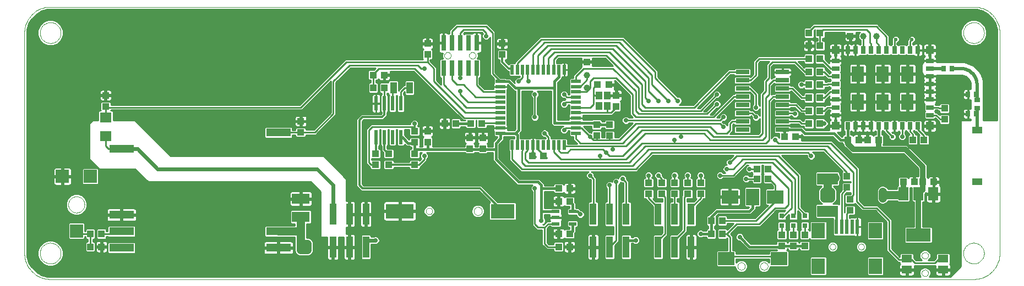
<source format=gtl>
G75*
G70*
%OFA0B0*%
%FSLAX24Y24*%
%IPPOS*%
%LPD*%
%AMOC8*
5,1,8,0,0,1.08239X$1,22.5*
%
%ADD10C,0.0000*%
%ADD11R,0.0787X0.0945*%
%ADD12R,0.0197X0.0909*%
%ADD13R,0.0394X0.0433*%
%ADD14R,0.0433X0.0394*%
%ADD15R,0.0236X0.0866*%
%ADD16R,0.0197X0.0591*%
%ADD17R,0.0591X0.0197*%
%ADD18R,0.1500X0.0500*%
%ADD19R,0.1063X0.0630*%
%ADD20R,0.0984X0.0787*%
%ADD21R,0.0787X0.1024*%
%ADD22R,0.1260X0.0701*%
%ADD23R,0.0394X0.0472*%
%ADD24R,0.0394X0.0709*%
%ADD25R,0.0299X0.0945*%
%ADD26R,0.0400X0.1300*%
%ADD27R,0.0472X0.0217*%
%ADD28R,0.0276X0.0472*%
%ADD29R,0.0472X0.0472*%
%ADD30R,0.0748X0.0945*%
%ADD31R,0.0472X0.0276*%
%ADD32R,0.0354X0.0276*%
%ADD33R,0.0276X0.0354*%
%ADD34R,0.0591X0.0394*%
%ADD35C,0.0236*%
%ADD36C,0.0394*%
%ADD37R,0.0394X0.0394*%
%ADD38R,0.0630X0.0453*%
%ADD39R,0.1693X0.0906*%
%ADD40R,0.1441X0.0906*%
%ADD41R,0.0591X0.0787*%
%ADD42R,0.1496X0.0787*%
%ADD43R,0.0800X0.0260*%
%ADD44R,0.0315X0.0315*%
%ADD45R,0.0787X0.0787*%
%ADD46R,0.0710X0.0630*%
%ADD47C,0.0100*%
%ADD48C,0.0277*%
%ADD49C,0.0120*%
%ADD50C,0.0320*%
%ADD51C,0.0160*%
%ADD52C,0.0500*%
%ADD53C,0.0400*%
%ADD54C,0.0240*%
%ADD55C,0.0197*%
D10*
X001725Y001109D02*
X057630Y001109D01*
X054481Y001483D02*
X054483Y001510D01*
X054489Y001537D01*
X054498Y001563D01*
X054511Y001587D01*
X054527Y001610D01*
X054546Y001629D01*
X054568Y001646D01*
X054592Y001660D01*
X054617Y001670D01*
X054644Y001677D01*
X054671Y001680D01*
X054699Y001679D01*
X054726Y001674D01*
X054752Y001666D01*
X054776Y001654D01*
X054799Y001638D01*
X054820Y001620D01*
X054837Y001599D01*
X054852Y001575D01*
X054863Y001550D01*
X054871Y001524D01*
X054875Y001497D01*
X054875Y001469D01*
X054871Y001442D01*
X054863Y001416D01*
X054852Y001391D01*
X054837Y001367D01*
X054820Y001346D01*
X054799Y001328D01*
X054777Y001312D01*
X054752Y001300D01*
X054726Y001292D01*
X054699Y001287D01*
X054671Y001286D01*
X054644Y001289D01*
X054617Y001296D01*
X054592Y001306D01*
X054568Y001320D01*
X054546Y001337D01*
X054527Y001356D01*
X054511Y001379D01*
X054498Y001403D01*
X054489Y001429D01*
X054483Y001456D01*
X054481Y001483D01*
X054481Y002546D02*
X054483Y002573D01*
X054489Y002600D01*
X054498Y002626D01*
X054511Y002650D01*
X054527Y002673D01*
X054546Y002692D01*
X054568Y002709D01*
X054592Y002723D01*
X054617Y002733D01*
X054644Y002740D01*
X054671Y002743D01*
X054699Y002742D01*
X054726Y002737D01*
X054752Y002729D01*
X054776Y002717D01*
X054799Y002701D01*
X054820Y002683D01*
X054837Y002662D01*
X054852Y002638D01*
X054863Y002613D01*
X054871Y002587D01*
X054875Y002560D01*
X054875Y002532D01*
X054871Y002505D01*
X054863Y002479D01*
X054852Y002454D01*
X054837Y002430D01*
X054820Y002409D01*
X054799Y002391D01*
X054777Y002375D01*
X054752Y002363D01*
X054726Y002355D01*
X054699Y002350D01*
X054671Y002349D01*
X054644Y002352D01*
X054617Y002359D01*
X054592Y002369D01*
X054568Y002383D01*
X054546Y002400D01*
X054527Y002419D01*
X054511Y002442D01*
X054498Y002466D01*
X054489Y002492D01*
X054483Y002519D01*
X054481Y002546D01*
X057000Y002684D02*
X057002Y002734D01*
X057008Y002784D01*
X057018Y002833D01*
X057032Y002881D01*
X057049Y002928D01*
X057070Y002973D01*
X057095Y003017D01*
X057123Y003058D01*
X057155Y003097D01*
X057189Y003134D01*
X057226Y003168D01*
X057266Y003198D01*
X057308Y003225D01*
X057352Y003249D01*
X057398Y003270D01*
X057445Y003286D01*
X057493Y003299D01*
X057543Y003308D01*
X057592Y003313D01*
X057643Y003314D01*
X057693Y003311D01*
X057742Y003304D01*
X057791Y003293D01*
X057839Y003278D01*
X057885Y003260D01*
X057930Y003238D01*
X057973Y003212D01*
X058014Y003183D01*
X058053Y003151D01*
X058089Y003116D01*
X058121Y003078D01*
X058151Y003038D01*
X058178Y002995D01*
X058201Y002951D01*
X058220Y002905D01*
X058236Y002857D01*
X058248Y002808D01*
X058256Y002759D01*
X058260Y002709D01*
X058260Y002659D01*
X058256Y002609D01*
X058248Y002560D01*
X058236Y002511D01*
X058220Y002463D01*
X058201Y002417D01*
X058178Y002373D01*
X058151Y002330D01*
X058121Y002290D01*
X058089Y002252D01*
X058053Y002217D01*
X058014Y002185D01*
X057973Y002156D01*
X057930Y002130D01*
X057885Y002108D01*
X057839Y002090D01*
X057791Y002075D01*
X057742Y002064D01*
X057693Y002057D01*
X057643Y002054D01*
X057592Y002055D01*
X057543Y002060D01*
X057493Y002069D01*
X057445Y002082D01*
X057398Y002098D01*
X057352Y002119D01*
X057308Y002143D01*
X057266Y002170D01*
X057226Y002200D01*
X057189Y002234D01*
X057155Y002271D01*
X057123Y002310D01*
X057095Y002351D01*
X057070Y002395D01*
X057049Y002440D01*
X057032Y002487D01*
X057018Y002535D01*
X057008Y002584D01*
X057002Y002634D01*
X057000Y002684D01*
X057630Y001109D02*
X057707Y001111D01*
X057784Y001117D01*
X057861Y001126D01*
X057937Y001139D01*
X058013Y001156D01*
X058087Y001177D01*
X058161Y001201D01*
X058233Y001229D01*
X058303Y001260D01*
X058372Y001295D01*
X058440Y001333D01*
X058505Y001374D01*
X058568Y001419D01*
X058629Y001467D01*
X058688Y001517D01*
X058744Y001570D01*
X058797Y001626D01*
X058847Y001685D01*
X058895Y001746D01*
X058940Y001809D01*
X058981Y001874D01*
X059019Y001942D01*
X059054Y002011D01*
X059085Y002081D01*
X059113Y002153D01*
X059137Y002227D01*
X059158Y002301D01*
X059175Y002377D01*
X059188Y002453D01*
X059197Y002530D01*
X059203Y002607D01*
X059205Y002684D01*
X059205Y016070D01*
X057000Y016070D02*
X057002Y016120D01*
X057008Y016170D01*
X057018Y016219D01*
X057032Y016267D01*
X057049Y016314D01*
X057070Y016359D01*
X057095Y016403D01*
X057123Y016444D01*
X057155Y016483D01*
X057189Y016520D01*
X057226Y016554D01*
X057266Y016584D01*
X057308Y016611D01*
X057352Y016635D01*
X057398Y016656D01*
X057445Y016672D01*
X057493Y016685D01*
X057543Y016694D01*
X057592Y016699D01*
X057643Y016700D01*
X057693Y016697D01*
X057742Y016690D01*
X057791Y016679D01*
X057839Y016664D01*
X057885Y016646D01*
X057930Y016624D01*
X057973Y016598D01*
X058014Y016569D01*
X058053Y016537D01*
X058089Y016502D01*
X058121Y016464D01*
X058151Y016424D01*
X058178Y016381D01*
X058201Y016337D01*
X058220Y016291D01*
X058236Y016243D01*
X058248Y016194D01*
X058256Y016145D01*
X058260Y016095D01*
X058260Y016045D01*
X058256Y015995D01*
X058248Y015946D01*
X058236Y015897D01*
X058220Y015849D01*
X058201Y015803D01*
X058178Y015759D01*
X058151Y015716D01*
X058121Y015676D01*
X058089Y015638D01*
X058053Y015603D01*
X058014Y015571D01*
X057973Y015542D01*
X057930Y015516D01*
X057885Y015494D01*
X057839Y015476D01*
X057791Y015461D01*
X057742Y015450D01*
X057693Y015443D01*
X057643Y015440D01*
X057592Y015441D01*
X057543Y015446D01*
X057493Y015455D01*
X057445Y015468D01*
X057398Y015484D01*
X057352Y015505D01*
X057308Y015529D01*
X057266Y015556D01*
X057226Y015586D01*
X057189Y015620D01*
X057155Y015657D01*
X057123Y015696D01*
X057095Y015737D01*
X057070Y015781D01*
X057049Y015826D01*
X057032Y015873D01*
X057018Y015921D01*
X057008Y015970D01*
X057002Y016020D01*
X057000Y016070D01*
X057630Y017645D02*
X057707Y017643D01*
X057784Y017637D01*
X057861Y017628D01*
X057937Y017615D01*
X058013Y017598D01*
X058087Y017577D01*
X058161Y017553D01*
X058233Y017525D01*
X058303Y017494D01*
X058372Y017459D01*
X058440Y017421D01*
X058505Y017380D01*
X058568Y017335D01*
X058629Y017287D01*
X058688Y017237D01*
X058744Y017184D01*
X058797Y017128D01*
X058847Y017069D01*
X058895Y017008D01*
X058940Y016945D01*
X058981Y016880D01*
X059019Y016812D01*
X059054Y016743D01*
X059085Y016673D01*
X059113Y016601D01*
X059137Y016527D01*
X059158Y016453D01*
X059175Y016377D01*
X059188Y016301D01*
X059197Y016224D01*
X059203Y016147D01*
X059205Y016070D01*
X057630Y017645D02*
X001725Y017645D01*
X001095Y016070D02*
X001097Y016120D01*
X001103Y016170D01*
X001113Y016219D01*
X001127Y016267D01*
X001144Y016314D01*
X001165Y016359D01*
X001190Y016403D01*
X001218Y016444D01*
X001250Y016483D01*
X001284Y016520D01*
X001321Y016554D01*
X001361Y016584D01*
X001403Y016611D01*
X001447Y016635D01*
X001493Y016656D01*
X001540Y016672D01*
X001588Y016685D01*
X001638Y016694D01*
X001687Y016699D01*
X001738Y016700D01*
X001788Y016697D01*
X001837Y016690D01*
X001886Y016679D01*
X001934Y016664D01*
X001980Y016646D01*
X002025Y016624D01*
X002068Y016598D01*
X002109Y016569D01*
X002148Y016537D01*
X002184Y016502D01*
X002216Y016464D01*
X002246Y016424D01*
X002273Y016381D01*
X002296Y016337D01*
X002315Y016291D01*
X002331Y016243D01*
X002343Y016194D01*
X002351Y016145D01*
X002355Y016095D01*
X002355Y016045D01*
X002351Y015995D01*
X002343Y015946D01*
X002331Y015897D01*
X002315Y015849D01*
X002296Y015803D01*
X002273Y015759D01*
X002246Y015716D01*
X002216Y015676D01*
X002184Y015638D01*
X002148Y015603D01*
X002109Y015571D01*
X002068Y015542D01*
X002025Y015516D01*
X001980Y015494D01*
X001934Y015476D01*
X001886Y015461D01*
X001837Y015450D01*
X001788Y015443D01*
X001738Y015440D01*
X001687Y015441D01*
X001638Y015446D01*
X001588Y015455D01*
X001540Y015468D01*
X001493Y015484D01*
X001447Y015505D01*
X001403Y015529D01*
X001361Y015556D01*
X001321Y015586D01*
X001284Y015620D01*
X001250Y015657D01*
X001218Y015696D01*
X001190Y015737D01*
X001165Y015781D01*
X001144Y015826D01*
X001127Y015873D01*
X001113Y015921D01*
X001103Y015970D01*
X001097Y016020D01*
X001095Y016070D01*
X000150Y016070D02*
X000152Y016147D01*
X000158Y016224D01*
X000167Y016301D01*
X000180Y016377D01*
X000197Y016453D01*
X000218Y016527D01*
X000242Y016601D01*
X000270Y016673D01*
X000301Y016743D01*
X000336Y016812D01*
X000374Y016880D01*
X000415Y016945D01*
X000460Y017008D01*
X000508Y017069D01*
X000558Y017128D01*
X000611Y017184D01*
X000667Y017237D01*
X000726Y017287D01*
X000787Y017335D01*
X000850Y017380D01*
X000915Y017421D01*
X000983Y017459D01*
X001052Y017494D01*
X001122Y017525D01*
X001194Y017553D01*
X001268Y017577D01*
X001342Y017598D01*
X001418Y017615D01*
X001494Y017628D01*
X001571Y017637D01*
X001648Y017643D01*
X001725Y017645D01*
X000150Y016070D02*
X000150Y002684D01*
X001095Y002684D02*
X001097Y002734D01*
X001103Y002784D01*
X001113Y002833D01*
X001127Y002881D01*
X001144Y002928D01*
X001165Y002973D01*
X001190Y003017D01*
X001218Y003058D01*
X001250Y003097D01*
X001284Y003134D01*
X001321Y003168D01*
X001361Y003198D01*
X001403Y003225D01*
X001447Y003249D01*
X001493Y003270D01*
X001540Y003286D01*
X001588Y003299D01*
X001638Y003308D01*
X001687Y003313D01*
X001738Y003314D01*
X001788Y003311D01*
X001837Y003304D01*
X001886Y003293D01*
X001934Y003278D01*
X001980Y003260D01*
X002025Y003238D01*
X002068Y003212D01*
X002109Y003183D01*
X002148Y003151D01*
X002184Y003116D01*
X002216Y003078D01*
X002246Y003038D01*
X002273Y002995D01*
X002296Y002951D01*
X002315Y002905D01*
X002331Y002857D01*
X002343Y002808D01*
X002351Y002759D01*
X002355Y002709D01*
X002355Y002659D01*
X002351Y002609D01*
X002343Y002560D01*
X002331Y002511D01*
X002315Y002463D01*
X002296Y002417D01*
X002273Y002373D01*
X002246Y002330D01*
X002216Y002290D01*
X002184Y002252D01*
X002148Y002217D01*
X002109Y002185D01*
X002068Y002156D01*
X002025Y002130D01*
X001980Y002108D01*
X001934Y002090D01*
X001886Y002075D01*
X001837Y002064D01*
X001788Y002057D01*
X001738Y002054D01*
X001687Y002055D01*
X001638Y002060D01*
X001588Y002069D01*
X001540Y002082D01*
X001493Y002098D01*
X001447Y002119D01*
X001403Y002143D01*
X001361Y002170D01*
X001321Y002200D01*
X001284Y002234D01*
X001250Y002271D01*
X001218Y002310D01*
X001190Y002351D01*
X001165Y002395D01*
X001144Y002440D01*
X001127Y002487D01*
X001113Y002535D01*
X001103Y002584D01*
X001097Y002634D01*
X001095Y002684D01*
X000150Y002684D02*
X000152Y002607D01*
X000158Y002530D01*
X000167Y002453D01*
X000180Y002377D01*
X000197Y002301D01*
X000218Y002227D01*
X000242Y002153D01*
X000270Y002081D01*
X000301Y002011D01*
X000336Y001942D01*
X000374Y001874D01*
X000415Y001809D01*
X000460Y001746D01*
X000508Y001685D01*
X000558Y001626D01*
X000611Y001570D01*
X000667Y001517D01*
X000726Y001467D01*
X000787Y001419D01*
X000850Y001374D01*
X000915Y001333D01*
X000983Y001295D01*
X001052Y001260D01*
X001122Y001229D01*
X001194Y001201D01*
X001268Y001177D01*
X001342Y001156D01*
X001418Y001139D01*
X001494Y001126D01*
X001571Y001117D01*
X001648Y001111D01*
X001725Y001109D01*
X002808Y005637D02*
X002810Y005681D01*
X002816Y005725D01*
X002826Y005768D01*
X002839Y005810D01*
X002857Y005850D01*
X002878Y005889D01*
X002902Y005926D01*
X002929Y005961D01*
X002960Y005993D01*
X002993Y006022D01*
X003029Y006048D01*
X003067Y006070D01*
X003107Y006089D01*
X003148Y006105D01*
X003191Y006117D01*
X003234Y006125D01*
X003278Y006129D01*
X003322Y006129D01*
X003366Y006125D01*
X003409Y006117D01*
X003452Y006105D01*
X003493Y006089D01*
X003533Y006070D01*
X003571Y006048D01*
X003607Y006022D01*
X003640Y005993D01*
X003671Y005961D01*
X003698Y005926D01*
X003722Y005889D01*
X003743Y005850D01*
X003761Y005810D01*
X003774Y005768D01*
X003784Y005725D01*
X003790Y005681D01*
X003792Y005637D01*
X003790Y005593D01*
X003784Y005549D01*
X003774Y005506D01*
X003761Y005464D01*
X003743Y005424D01*
X003722Y005385D01*
X003698Y005348D01*
X003671Y005313D01*
X003640Y005281D01*
X003607Y005252D01*
X003571Y005226D01*
X003533Y005204D01*
X003493Y005185D01*
X003452Y005169D01*
X003409Y005157D01*
X003366Y005149D01*
X003322Y005145D01*
X003278Y005145D01*
X003234Y005149D01*
X003191Y005157D01*
X003148Y005169D01*
X003107Y005185D01*
X003067Y005204D01*
X003029Y005226D01*
X002993Y005252D01*
X002960Y005281D01*
X002929Y005313D01*
X002902Y005348D01*
X002878Y005385D01*
X002857Y005424D01*
X002839Y005464D01*
X002826Y005506D01*
X002816Y005549D01*
X002810Y005593D01*
X002808Y005637D01*
X024461Y005243D02*
X024463Y005270D01*
X024469Y005297D01*
X024478Y005323D01*
X024491Y005347D01*
X024507Y005370D01*
X024526Y005389D01*
X024548Y005406D01*
X024572Y005420D01*
X024597Y005430D01*
X024624Y005437D01*
X024651Y005440D01*
X024679Y005439D01*
X024706Y005434D01*
X024732Y005426D01*
X024756Y005414D01*
X024779Y005398D01*
X024800Y005380D01*
X024817Y005359D01*
X024832Y005335D01*
X024843Y005310D01*
X024851Y005284D01*
X024855Y005257D01*
X024855Y005229D01*
X024851Y005202D01*
X024843Y005176D01*
X024832Y005151D01*
X024817Y005127D01*
X024800Y005106D01*
X024779Y005088D01*
X024757Y005072D01*
X024732Y005060D01*
X024706Y005052D01*
X024679Y005047D01*
X024651Y005046D01*
X024624Y005049D01*
X024597Y005056D01*
X024572Y005066D01*
X024548Y005080D01*
X024526Y005097D01*
X024507Y005116D01*
X024491Y005139D01*
X024478Y005163D01*
X024469Y005189D01*
X024463Y005216D01*
X024461Y005243D01*
X027365Y005243D02*
X027367Y005274D01*
X027373Y005304D01*
X027382Y005334D01*
X027395Y005362D01*
X027412Y005388D01*
X027432Y005411D01*
X027454Y005433D01*
X027479Y005451D01*
X027506Y005466D01*
X027535Y005477D01*
X027565Y005485D01*
X027596Y005489D01*
X027626Y005489D01*
X027657Y005485D01*
X027687Y005477D01*
X027716Y005466D01*
X027743Y005451D01*
X027768Y005433D01*
X027790Y005411D01*
X027810Y005388D01*
X027827Y005362D01*
X027840Y005334D01*
X027849Y005304D01*
X027855Y005274D01*
X027857Y005243D01*
X027855Y005212D01*
X027849Y005182D01*
X027840Y005152D01*
X027827Y005124D01*
X027810Y005098D01*
X027790Y005075D01*
X027768Y005053D01*
X027743Y005035D01*
X027716Y005020D01*
X027687Y005009D01*
X027657Y005001D01*
X027626Y004997D01*
X027596Y004997D01*
X027565Y005001D01*
X027535Y005009D01*
X027506Y005020D01*
X027479Y005035D01*
X027454Y005053D01*
X027432Y005075D01*
X027412Y005098D01*
X027395Y005124D01*
X027382Y005152D01*
X027373Y005182D01*
X027367Y005212D01*
X027365Y005243D01*
X043330Y001897D02*
X043332Y001926D01*
X043338Y001955D01*
X043347Y001983D01*
X043360Y002010D01*
X043377Y002035D01*
X043396Y002057D01*
X043418Y002076D01*
X043443Y002093D01*
X043470Y002106D01*
X043498Y002115D01*
X043527Y002121D01*
X043556Y002123D01*
X043585Y002121D01*
X043614Y002115D01*
X043642Y002106D01*
X043669Y002093D01*
X043694Y002076D01*
X043716Y002057D01*
X043735Y002035D01*
X043752Y002010D01*
X043765Y001983D01*
X043774Y001955D01*
X043780Y001926D01*
X043782Y001897D01*
X043780Y001868D01*
X043774Y001839D01*
X043765Y001811D01*
X043752Y001784D01*
X043735Y001759D01*
X043716Y001737D01*
X043694Y001718D01*
X043669Y001701D01*
X043642Y001688D01*
X043614Y001679D01*
X043585Y001673D01*
X043556Y001671D01*
X043527Y001673D01*
X043498Y001679D01*
X043470Y001688D01*
X043443Y001701D01*
X043418Y001718D01*
X043396Y001737D01*
X043377Y001759D01*
X043360Y001784D01*
X043347Y001811D01*
X043338Y001839D01*
X043332Y001868D01*
X043330Y001897D01*
X044707Y001897D02*
X044709Y001926D01*
X044715Y001955D01*
X044724Y001983D01*
X044737Y002010D01*
X044754Y002035D01*
X044773Y002057D01*
X044795Y002076D01*
X044820Y002093D01*
X044847Y002106D01*
X044875Y002115D01*
X044904Y002121D01*
X044933Y002123D01*
X044962Y002121D01*
X044991Y002115D01*
X045019Y002106D01*
X045046Y002093D01*
X045071Y002076D01*
X045093Y002057D01*
X045112Y002035D01*
X045129Y002010D01*
X045142Y001983D01*
X045151Y001955D01*
X045157Y001926D01*
X045159Y001897D01*
X045157Y001868D01*
X045151Y001839D01*
X045142Y001811D01*
X045129Y001784D01*
X045112Y001759D01*
X045093Y001737D01*
X045071Y001718D01*
X045046Y001701D01*
X045019Y001688D01*
X044991Y001679D01*
X044962Y001673D01*
X044933Y001671D01*
X044904Y001673D01*
X044875Y001679D01*
X044847Y001688D01*
X044820Y001701D01*
X044795Y001718D01*
X044773Y001737D01*
X044754Y001759D01*
X044737Y001784D01*
X044724Y001811D01*
X044715Y001839D01*
X044709Y001868D01*
X044707Y001897D01*
X048910Y003078D02*
X048912Y003104D01*
X048918Y003130D01*
X048928Y003155D01*
X048941Y003178D01*
X048957Y003198D01*
X048977Y003216D01*
X048999Y003231D01*
X049022Y003243D01*
X049048Y003251D01*
X049074Y003255D01*
X049100Y003255D01*
X049126Y003251D01*
X049152Y003243D01*
X049176Y003231D01*
X049197Y003216D01*
X049217Y003198D01*
X049233Y003178D01*
X049246Y003155D01*
X049256Y003130D01*
X049262Y003104D01*
X049264Y003078D01*
X049262Y003052D01*
X049256Y003026D01*
X049246Y003001D01*
X049233Y002978D01*
X049217Y002958D01*
X049197Y002940D01*
X049175Y002925D01*
X049152Y002913D01*
X049126Y002905D01*
X049100Y002901D01*
X049074Y002901D01*
X049048Y002905D01*
X049022Y002913D01*
X048998Y002925D01*
X048977Y002940D01*
X048957Y002958D01*
X048941Y002978D01*
X048928Y003001D01*
X048918Y003026D01*
X048912Y003052D01*
X048910Y003078D01*
X050642Y003078D02*
X050644Y003104D01*
X050650Y003130D01*
X050660Y003155D01*
X050673Y003178D01*
X050689Y003198D01*
X050709Y003216D01*
X050731Y003231D01*
X050754Y003243D01*
X050780Y003251D01*
X050806Y003255D01*
X050832Y003255D01*
X050858Y003251D01*
X050884Y003243D01*
X050908Y003231D01*
X050929Y003216D01*
X050949Y003198D01*
X050965Y003178D01*
X050978Y003155D01*
X050988Y003130D01*
X050994Y003104D01*
X050996Y003078D01*
X050994Y003052D01*
X050988Y003026D01*
X050978Y003001D01*
X050965Y002978D01*
X050949Y002958D01*
X050929Y002940D01*
X050907Y002925D01*
X050884Y002913D01*
X050858Y002905D01*
X050832Y002901D01*
X050806Y002901D01*
X050780Y002905D01*
X050754Y002913D01*
X050730Y002925D01*
X050709Y002940D01*
X050689Y002958D01*
X050673Y002978D01*
X050660Y003001D01*
X050650Y003026D01*
X050644Y003052D01*
X050642Y003078D01*
X027081Y014692D02*
X027083Y014719D01*
X027089Y014746D01*
X027098Y014772D01*
X027111Y014796D01*
X027127Y014819D01*
X027146Y014838D01*
X027168Y014855D01*
X027192Y014869D01*
X027217Y014879D01*
X027244Y014886D01*
X027271Y014889D01*
X027299Y014888D01*
X027326Y014883D01*
X027352Y014875D01*
X027376Y014863D01*
X027399Y014847D01*
X027420Y014829D01*
X027437Y014808D01*
X027452Y014784D01*
X027463Y014759D01*
X027471Y014733D01*
X027475Y014706D01*
X027475Y014678D01*
X027471Y014651D01*
X027463Y014625D01*
X027452Y014600D01*
X027437Y014576D01*
X027420Y014555D01*
X027399Y014537D01*
X027377Y014521D01*
X027352Y014509D01*
X027326Y014501D01*
X027299Y014496D01*
X027271Y014495D01*
X027244Y014498D01*
X027217Y014505D01*
X027192Y014515D01*
X027168Y014529D01*
X027146Y014546D01*
X027127Y014565D01*
X027111Y014588D01*
X027098Y014612D01*
X027089Y014638D01*
X027083Y014665D01*
X027081Y014692D01*
X025581Y014692D02*
X025583Y014719D01*
X025589Y014746D01*
X025598Y014772D01*
X025611Y014796D01*
X025627Y014819D01*
X025646Y014838D01*
X025668Y014855D01*
X025692Y014869D01*
X025717Y014879D01*
X025744Y014886D01*
X025771Y014889D01*
X025799Y014888D01*
X025826Y014883D01*
X025852Y014875D01*
X025876Y014863D01*
X025899Y014847D01*
X025920Y014829D01*
X025937Y014808D01*
X025952Y014784D01*
X025963Y014759D01*
X025971Y014733D01*
X025975Y014706D01*
X025975Y014678D01*
X025971Y014651D01*
X025963Y014625D01*
X025952Y014600D01*
X025937Y014576D01*
X025920Y014555D01*
X025899Y014537D01*
X025877Y014521D01*
X025852Y014509D01*
X025826Y014501D01*
X025799Y014496D01*
X025771Y014495D01*
X025744Y014498D01*
X025717Y014505D01*
X025692Y014515D01*
X025668Y014529D01*
X025646Y014546D01*
X025627Y014565D01*
X025611Y014588D01*
X025598Y014612D01*
X025589Y014638D01*
X025583Y014665D01*
X025581Y014692D01*
D11*
X048221Y004062D03*
X051685Y004062D03*
X051685Y001897D03*
X048221Y001897D03*
D12*
X049323Y004284D03*
X049638Y004284D03*
X049953Y004284D03*
X050268Y004284D03*
X050583Y004284D03*
D13*
X042414Y004653D03*
X041744Y004653D03*
X041744Y003865D03*
X042414Y003865D03*
X033162Y003078D03*
X032493Y003078D03*
X044500Y007212D03*
X045170Y007212D03*
X045170Y007802D03*
X044500Y007802D03*
X047650Y010558D03*
X048319Y010558D03*
X048319Y011345D03*
X047650Y011345D03*
X047650Y012133D03*
X048319Y012133D03*
X048319Y012920D03*
X047650Y012920D03*
X047650Y013708D03*
X048319Y013708D03*
X048319Y014495D03*
X047650Y014495D03*
X047650Y015282D03*
X048319Y015282D03*
X048319Y016070D03*
X047650Y016070D03*
X035977Y012271D03*
X035977Y011601D03*
X034796Y010499D03*
X034796Y009830D03*
X027906Y009712D03*
X027119Y009712D03*
X027119Y009042D03*
X027906Y009042D03*
X024559Y009436D03*
X024559Y010105D03*
X025603Y010558D03*
X026272Y010558D03*
X021941Y012723D03*
X021272Y012723D03*
X024559Y014751D03*
X024559Y015420D03*
X053949Y009574D03*
X054619Y009574D03*
X004815Y003865D03*
X004146Y003865D03*
X004146Y003078D03*
X004815Y003078D03*
D14*
X021410Y008058D03*
X022197Y008058D03*
X023772Y008058D03*
X023772Y008727D03*
X022197Y008727D03*
X021410Y008727D03*
X023772Y009436D03*
X023772Y010105D03*
X027178Y010558D03*
X027847Y010558D03*
X030918Y008590D03*
X031587Y008590D03*
X035583Y009830D03*
X035583Y010499D03*
X035524Y012920D03*
X034855Y012920D03*
X029087Y014751D03*
X029087Y015420D03*
X021941Y013511D03*
X021272Y013511D03*
X016882Y010696D03*
X016882Y010027D03*
X005071Y011601D03*
X005071Y012271D03*
X032493Y006621D03*
X033162Y006621D03*
X033162Y005834D03*
X032493Y005834D03*
X037945Y006286D03*
X038733Y006286D03*
X039520Y006286D03*
X040307Y006286D03*
X041095Y006286D03*
X041095Y006956D03*
X040307Y006956D03*
X039520Y006956D03*
X038733Y006956D03*
X037945Y006956D03*
X046174Y009771D03*
X046843Y009771D03*
X050012Y009574D03*
X050681Y009574D03*
X051193Y009574D03*
X051863Y009574D03*
X055859Y010814D03*
X055859Y011483D03*
X049953Y007349D03*
X049953Y006680D03*
X050150Y005971D03*
X050150Y005302D03*
X047394Y003806D03*
X046705Y003806D03*
X046016Y003806D03*
X046016Y003137D03*
X046705Y003137D03*
X047394Y003137D03*
X053359Y007015D03*
X054028Y007015D03*
X054540Y007015D03*
X055209Y007015D03*
X033162Y003865D03*
X032493Y003865D03*
D15*
X022947Y009731D03*
X022447Y009731D03*
X021947Y009731D03*
X021447Y009731D03*
X021447Y011779D03*
X021947Y011779D03*
X022447Y011779D03*
X022947Y011779D03*
D16*
X029678Y013826D03*
X029993Y013826D03*
X030307Y013826D03*
X030622Y013826D03*
X030937Y013826D03*
X031252Y013826D03*
X031567Y013826D03*
X031882Y013826D03*
X032197Y013826D03*
X032512Y013826D03*
X032827Y013826D03*
X032827Y009259D03*
X032512Y009259D03*
X032197Y009259D03*
X031882Y009259D03*
X031567Y009259D03*
X031252Y009259D03*
X030937Y009259D03*
X030622Y009259D03*
X030307Y009259D03*
X029993Y009259D03*
X029678Y009259D03*
D17*
X028969Y009968D03*
X028969Y010282D03*
X028969Y010597D03*
X028969Y010912D03*
X028969Y011227D03*
X028969Y011542D03*
X028969Y011857D03*
X028969Y012172D03*
X028969Y012487D03*
X028969Y012802D03*
X028969Y013117D03*
X033536Y013117D03*
X033536Y012802D03*
X033536Y012487D03*
X033536Y012172D03*
X033536Y011857D03*
X033536Y011542D03*
X033536Y011227D03*
X033536Y010912D03*
X033536Y010597D03*
X033536Y010282D03*
X033536Y009968D03*
D18*
X015530Y010015D03*
X006030Y009015D03*
X006030Y005015D03*
X006030Y004015D03*
X006030Y003015D03*
X015530Y003015D03*
X015530Y004015D03*
D19*
X016882Y004889D03*
X016882Y005991D03*
D20*
X042650Y002369D03*
X045839Y002369D03*
X045622Y006109D03*
X042867Y006109D03*
D21*
X044244Y006109D03*
D22*
X048772Y005243D03*
X048772Y007212D03*
D23*
X035426Y011621D03*
X034953Y011621D03*
X034953Y012251D03*
X035426Y012251D03*
D24*
X023477Y012723D03*
X022493Y012723D03*
D25*
X025528Y013924D03*
X026028Y013924D03*
X026528Y013924D03*
X027028Y013924D03*
X027528Y013924D03*
X027528Y015460D03*
X027028Y015460D03*
X026528Y015460D03*
X026028Y015460D03*
X025528Y015460D03*
D26*
X020835Y005062D03*
X019835Y005062D03*
X018835Y005062D03*
X018835Y003062D03*
X019835Y003062D03*
X020835Y003062D03*
X034583Y003062D03*
X035583Y003062D03*
X036583Y003062D03*
X038520Y003062D03*
X039520Y003062D03*
X040520Y003062D03*
X040520Y005062D03*
X039520Y005062D03*
X038520Y005062D03*
X036583Y005062D03*
X035583Y005062D03*
X034583Y005062D03*
D27*
X033339Y005223D03*
X032315Y005223D03*
X032315Y004849D03*
X032315Y004475D03*
X033339Y004475D03*
D28*
X049993Y010420D03*
X050465Y010420D03*
X050937Y010420D03*
X051410Y010420D03*
X051882Y010420D03*
X052355Y010420D03*
X052827Y010420D03*
X053300Y010420D03*
X053772Y010420D03*
X054244Y010420D03*
X054244Y015027D03*
X053772Y015027D03*
X053300Y015027D03*
X052827Y015027D03*
X052355Y015027D03*
X051882Y015027D03*
X051410Y015027D03*
X050937Y015027D03*
X050465Y015027D03*
X049993Y015027D03*
D29*
X049264Y015027D03*
X054973Y015027D03*
X054973Y010420D03*
X049264Y010420D03*
D30*
X050622Y011877D03*
X052119Y011877D03*
X053615Y011877D03*
X053615Y013570D03*
X052119Y013570D03*
X050622Y013570D03*
D31*
X049264Y013432D03*
X049264Y012960D03*
X049264Y012487D03*
X049264Y012015D03*
X049264Y011542D03*
X049264Y011070D03*
X054973Y011070D03*
X054973Y011542D03*
X054973Y012015D03*
X054973Y012487D03*
X054973Y012960D03*
X054973Y013432D03*
X054973Y013905D03*
X054973Y014377D03*
X049264Y014377D03*
X049264Y013905D03*
D32*
X057827Y011995D03*
X057827Y011483D03*
D33*
X057788Y011149D03*
X057276Y011149D03*
X057276Y012330D03*
X057788Y012330D03*
X056311Y013905D03*
X055800Y013905D03*
D34*
X057827Y010164D03*
X057827Y007015D03*
D35*
X052709Y009771D03*
X052906Y015676D03*
X053890Y015676D03*
D36*
X051725Y015873D03*
X050937Y015873D03*
X034205Y013511D03*
X034205Y012723D03*
D37*
X034205Y014298D03*
X050150Y015873D03*
D38*
X053575Y002349D03*
X055780Y002349D03*
X055780Y001680D03*
X053575Y001680D03*
D39*
X022882Y005243D03*
D40*
X029119Y005243D03*
D41*
X053378Y006286D03*
X054284Y006286D03*
X055189Y006286D03*
D42*
X054284Y003806D03*
D43*
X046045Y010186D03*
X046045Y010686D03*
X046045Y011186D03*
X046045Y011686D03*
X046045Y012186D03*
X046045Y012686D03*
X046045Y013186D03*
X046045Y013686D03*
X043625Y013686D03*
X043625Y013186D03*
X043625Y012686D03*
X043625Y012186D03*
X043625Y011686D03*
X043625Y011186D03*
X043625Y010686D03*
X043625Y010186D03*
D44*
X046016Y004948D03*
X046705Y004948D03*
X047394Y004948D03*
X047394Y004357D03*
X046705Y004357D03*
X046016Y004357D03*
D45*
X004146Y007349D03*
X002453Y007349D03*
X003300Y004042D03*
D46*
X005071Y009801D03*
X005071Y010921D03*
D47*
X005071Y011542D01*
X016882Y011542D01*
X019638Y014298D01*
X024559Y014298D01*
X024559Y014889D01*
X024253Y014899D02*
X000300Y014899D01*
X000300Y014801D02*
X024253Y014801D01*
X024253Y014702D02*
X000300Y014702D01*
X000300Y014604D02*
X024253Y014604D01*
X024253Y014505D02*
X000300Y014505D01*
X000300Y014407D02*
X019520Y014407D01*
X019572Y014458D02*
X016816Y011702D01*
X005398Y011702D01*
X005398Y011844D01*
X005333Y011908D01*
X004809Y011908D01*
X004745Y011844D01*
X004745Y011359D01*
X004758Y011346D01*
X004671Y011346D01*
X004606Y011282D01*
X004606Y010755D01*
X004284Y010755D01*
X004087Y010558D01*
X004087Y008393D01*
X004678Y007802D01*
X006843Y007802D01*
X007630Y007015D01*
X017473Y007015D01*
X018063Y006424D01*
X018063Y001259D01*
X018063Y003668D01*
X018485Y003668D01*
X018485Y003112D01*
X018785Y003112D01*
X018785Y003012D01*
X018485Y003012D01*
X018485Y002392D01*
X018495Y002354D01*
X018515Y002320D01*
X018543Y002292D01*
X018577Y002272D01*
X018615Y002262D01*
X018785Y002262D01*
X018785Y003012D01*
X018885Y003012D01*
X018885Y002262D01*
X019055Y002262D01*
X019093Y002272D01*
X019127Y002292D01*
X019155Y002320D01*
X019175Y002354D01*
X019185Y002392D01*
X019185Y003012D01*
X018885Y003012D01*
X018885Y003112D01*
X019185Y003112D01*
X019185Y003668D01*
X019485Y003668D01*
X019485Y003112D01*
X019638Y003112D01*
X019638Y003012D01*
X019485Y003012D01*
X019485Y002392D01*
X019495Y002354D01*
X019515Y002320D01*
X019543Y002292D01*
X019577Y002272D01*
X019615Y002262D01*
X019638Y002262D01*
X019638Y001259D01*
X018063Y001259D01*
X001725Y001259D01*
X001539Y001271D01*
X001180Y001368D01*
X000927Y001514D01*
X000554Y001886D01*
X000408Y002139D01*
X000312Y002498D01*
X000300Y002684D01*
X000300Y016070D01*
X000312Y016256D01*
X000408Y016615D01*
X000554Y016868D01*
X000927Y017240D01*
X001180Y017386D01*
X001539Y017482D01*
X001725Y017495D01*
X057630Y017495D01*
X057816Y017482D01*
X058176Y017386D01*
X058429Y017240D01*
X058801Y016868D01*
X058947Y016615D01*
X059043Y016256D01*
X059055Y016070D01*
X059055Y010755D01*
X058221Y010755D01*
X058221Y012920D01*
X058207Y013116D01*
X058165Y013308D01*
X058096Y013493D01*
X058002Y013665D01*
X057884Y013823D01*
X057745Y013962D01*
X057588Y014079D01*
X057415Y014174D01*
X057231Y014242D01*
X057039Y014284D01*
X056843Y014298D01*
X055359Y014298D01*
X055359Y014358D01*
X054992Y014358D01*
X054992Y014396D01*
X055359Y014396D01*
X055359Y014535D01*
X055349Y014573D01*
X055329Y014607D01*
X055301Y014635D01*
X055270Y014653D01*
X055301Y014670D01*
X055329Y014698D01*
X055349Y014732D01*
X055359Y014771D01*
X055359Y014977D01*
X055023Y014977D01*
X055023Y015077D01*
X054923Y015077D01*
X054923Y015413D01*
X054717Y015413D01*
X054679Y015403D01*
X054645Y015383D01*
X054617Y015355D01*
X054597Y015321D01*
X054587Y015283D01*
X054587Y015077D01*
X054923Y015077D01*
X054923Y014977D01*
X054587Y014977D01*
X054587Y014771D01*
X054597Y014732D01*
X054617Y014698D01*
X054645Y014670D01*
X054675Y014653D01*
X054645Y014635D01*
X054617Y014607D01*
X054597Y014573D01*
X054587Y014535D01*
X054587Y014396D01*
X054954Y014396D01*
X054954Y014665D01*
X054923Y014665D01*
X054923Y014977D01*
X055023Y014977D01*
X055023Y014665D01*
X054992Y014665D01*
X054992Y014396D01*
X054954Y014396D01*
X054954Y014358D01*
X054587Y014358D01*
X054587Y014275D01*
X054555Y014255D01*
X054524Y014224D01*
X054500Y014187D01*
X054486Y014145D01*
X054481Y014101D01*
X054481Y013708D01*
X054486Y013664D01*
X054500Y013622D01*
X054524Y013585D01*
X054555Y013554D01*
X054587Y013534D01*
X054587Y013451D01*
X054954Y013451D01*
X054954Y013413D01*
X054992Y013413D01*
X054992Y013451D01*
X055359Y013451D01*
X055359Y013511D01*
X056843Y013511D01*
X056945Y013502D01*
X057045Y013475D01*
X057138Y013432D01*
X057223Y013373D01*
X057295Y013300D01*
X057354Y013216D01*
X057398Y013122D01*
X057424Y013023D01*
X057433Y012920D01*
X057433Y012657D01*
X057295Y012657D01*
X057295Y012349D01*
X057257Y012349D01*
X057257Y012657D01*
X057118Y012657D01*
X057080Y012647D01*
X057046Y012627D01*
X057018Y012599D01*
X056998Y012565D01*
X056988Y012527D01*
X056988Y012349D01*
X057257Y012349D01*
X057257Y012311D01*
X056988Y012311D01*
X056988Y012133D01*
X056998Y012095D01*
X057018Y012060D01*
X057046Y012033D01*
X057080Y012013D01*
X057118Y012003D01*
X057257Y012003D01*
X057257Y012311D01*
X057295Y012311D01*
X057295Y012003D01*
X057433Y012003D01*
X057433Y011476D01*
X057295Y011476D01*
X057295Y011168D01*
X057257Y011168D01*
X057257Y011476D01*
X057118Y011476D01*
X057080Y011466D01*
X057046Y011446D01*
X057018Y011418D01*
X056998Y011384D01*
X056988Y011346D01*
X056988Y011168D01*
X057257Y011168D01*
X057257Y011130D01*
X056988Y011130D01*
X056988Y010952D01*
X056998Y010914D01*
X057018Y010879D01*
X057046Y010851D01*
X057080Y010832D01*
X057118Y010821D01*
X057257Y010821D01*
X057257Y011130D01*
X057295Y011130D01*
X057295Y010821D01*
X057433Y010821D01*
X057433Y010755D01*
X056843Y010755D01*
X056843Y001897D01*
X056245Y001897D01*
X056245Y001926D02*
X056235Y001964D01*
X056215Y001999D01*
X056187Y002027D01*
X056166Y002039D01*
X056205Y002077D01*
X056205Y002621D01*
X056140Y002686D01*
X055419Y002686D01*
X055355Y002621D01*
X055355Y002407D01*
X055202Y002254D01*
X054875Y002254D01*
X054972Y002350D01*
X055024Y002477D01*
X055024Y002615D01*
X054972Y002743D01*
X054874Y002840D01*
X054747Y002893D01*
X054609Y002893D01*
X054481Y002840D01*
X054384Y002743D01*
X054331Y002615D01*
X054331Y002477D01*
X054384Y002350D01*
X054480Y002254D01*
X054153Y002254D01*
X054050Y002357D01*
X054000Y002407D01*
X054000Y002621D01*
X053936Y002686D01*
X053215Y002686D01*
X053150Y002621D01*
X053150Y002469D01*
X052672Y002947D01*
X052672Y004719D01*
X052578Y004813D01*
X051791Y005600D01*
X051004Y005600D01*
X050704Y005900D01*
X050704Y007868D01*
X049129Y009443D01*
X049035Y009537D01*
X047205Y009537D01*
X047209Y009554D01*
X047209Y009722D01*
X046891Y009722D01*
X046891Y009819D01*
X047209Y009819D01*
X047209Y009883D01*
X047315Y009778D01*
X049087Y009778D01*
X049481Y009384D01*
X049686Y009384D01*
X049686Y009331D01*
X049742Y009275D01*
X049742Y009264D01*
X049783Y009165D01*
X049859Y009089D01*
X050194Y008754D01*
X050293Y008713D01*
X051899Y008713D01*
X051930Y008708D01*
X051952Y008713D01*
X053385Y008713D01*
X054270Y007828D01*
X054270Y007360D01*
X054264Y007362D01*
X054076Y007362D01*
X054076Y007063D01*
X053980Y007063D01*
X053980Y007362D01*
X053792Y007362D01*
X053754Y007351D01*
X053719Y007332D01*
X053691Y007304D01*
X053672Y007270D01*
X053621Y007322D01*
X053097Y007322D01*
X053032Y007257D01*
X053032Y006785D01*
X052973Y006726D01*
X052973Y006587D01*
X052441Y006587D01*
X052424Y006628D01*
X052322Y006729D01*
X052190Y006784D01*
X052047Y006784D01*
X051915Y006729D01*
X051813Y006628D01*
X051759Y006496D01*
X051759Y005959D01*
X051813Y005827D01*
X051915Y005725D01*
X052047Y005671D01*
X052190Y005671D01*
X052322Y005725D01*
X052424Y005827D01*
X052441Y005867D01*
X052973Y005867D01*
X052973Y005847D01*
X053038Y005783D01*
X053719Y005783D01*
X053784Y005847D01*
X053784Y006670D01*
X053792Y006668D01*
X053879Y006668D01*
X053879Y005847D01*
X053943Y005783D01*
X054014Y005783D01*
X054014Y004310D01*
X053490Y004310D01*
X053426Y004245D01*
X053426Y003367D01*
X053490Y003302D01*
X055077Y003302D01*
X055142Y003367D01*
X055142Y004245D01*
X055077Y004310D01*
X054554Y004310D01*
X054554Y005783D01*
X054625Y005783D01*
X054689Y005847D01*
X054689Y006310D01*
X054744Y006365D01*
X054744Y006336D01*
X055139Y006336D01*
X055139Y006236D01*
X055239Y006236D01*
X055239Y005743D01*
X055504Y005743D01*
X055543Y005753D01*
X055577Y005773D01*
X055605Y005801D01*
X055624Y005835D01*
X055635Y005873D01*
X055635Y006236D01*
X055239Y006236D01*
X055239Y006336D01*
X055635Y006336D01*
X055635Y006700D01*
X055624Y006738D01*
X055605Y006772D01*
X055577Y006800D01*
X055576Y006801D01*
X055576Y006966D01*
X055257Y006966D01*
X055257Y006830D01*
X055239Y006830D01*
X055239Y006336D01*
X055139Y006336D01*
X055139Y006668D01*
X055161Y006668D01*
X055161Y006966D01*
X055257Y006966D01*
X055257Y007063D01*
X055161Y007063D01*
X055161Y007362D01*
X054973Y007362D01*
X054935Y007351D01*
X054900Y007332D01*
X054872Y007304D01*
X054853Y007270D01*
X054810Y007314D01*
X054810Y007994D01*
X054769Y008093D01*
X053649Y009212D01*
X053550Y009253D01*
X052136Y009253D01*
X052133Y009270D01*
X052133Y009275D01*
X052189Y009331D01*
X052189Y009816D01*
X052125Y009881D01*
X052072Y009881D01*
X052072Y010081D01*
X052119Y010127D01*
X052171Y010074D01*
X052195Y010074D01*
X052195Y010059D01*
X052481Y009773D01*
X052481Y009676D01*
X052615Y009543D01*
X052804Y009543D01*
X052937Y009676D01*
X052937Y009865D01*
X052804Y009999D01*
X052707Y009999D01*
X052672Y010034D01*
X052808Y010034D01*
X052808Y010401D01*
X052846Y010401D01*
X052846Y010034D01*
X052985Y010034D01*
X053023Y010044D01*
X053057Y010064D01*
X053085Y010092D01*
X053090Y010100D01*
X053116Y010074D01*
X053140Y010074D01*
X053140Y009962D01*
X053089Y009912D01*
X053051Y009820D01*
X053051Y009721D01*
X053089Y009630D01*
X053159Y009560D01*
X053250Y009522D01*
X053349Y009522D01*
X053441Y009560D01*
X053510Y009630D01*
X053548Y009721D01*
X053548Y009820D01*
X053510Y009912D01*
X053460Y009962D01*
X053460Y010074D01*
X053483Y010074D01*
X053536Y010127D01*
X053589Y010074D01*
X053612Y010074D01*
X053612Y010019D01*
X053731Y009900D01*
X053707Y009900D01*
X053642Y009836D01*
X053642Y009312D01*
X053707Y009247D01*
X054192Y009247D01*
X054256Y009312D01*
X054256Y009836D01*
X054192Y009900D01*
X054109Y009900D01*
X054109Y009975D01*
X054015Y010068D01*
X053983Y010101D01*
X054008Y010127D01*
X054061Y010074D01*
X054148Y010074D01*
X054349Y009873D01*
X054312Y009836D01*
X054312Y009312D01*
X054376Y009247D01*
X054861Y009247D01*
X054925Y009312D01*
X054925Y009836D01*
X054861Y009900D01*
X054774Y009900D01*
X054685Y009990D01*
X054492Y010182D01*
X054492Y010702D01*
X054428Y010766D01*
X054061Y010766D01*
X054008Y010714D01*
X053955Y010766D01*
X053589Y010766D01*
X053536Y010714D01*
X053483Y010766D01*
X053116Y010766D01*
X053090Y010740D01*
X053085Y010749D01*
X053057Y010777D01*
X053023Y010796D01*
X052985Y010806D01*
X052846Y010806D01*
X052846Y010439D01*
X052808Y010439D01*
X052808Y010806D01*
X052670Y010806D01*
X052631Y010796D01*
X052597Y010777D01*
X052569Y010749D01*
X052564Y010740D01*
X052538Y010766D01*
X052171Y010766D01*
X052119Y010714D01*
X052066Y010766D01*
X051699Y010766D01*
X051673Y010740D01*
X051668Y010749D01*
X051640Y010777D01*
X051606Y010796D01*
X051567Y010806D01*
X051429Y010806D01*
X051429Y010439D01*
X051391Y010439D01*
X051391Y010401D01*
X051429Y010401D01*
X051429Y010034D01*
X051567Y010034D01*
X051606Y010044D01*
X051640Y010064D01*
X051668Y010092D01*
X051673Y010100D01*
X051692Y010081D01*
X051692Y009881D01*
X051600Y009881D01*
X051549Y009829D01*
X051530Y009863D01*
X051502Y009891D01*
X051468Y009910D01*
X051430Y009921D01*
X051242Y009921D01*
X051242Y009622D01*
X051145Y009622D01*
X051145Y009525D01*
X050730Y009525D01*
X050730Y009622D01*
X051048Y009622D01*
X051145Y009622D01*
X051145Y009921D01*
X050957Y009921D01*
X050937Y009915D01*
X050918Y009921D01*
X050730Y009921D01*
X050730Y009622D01*
X050633Y009622D01*
X050633Y009921D01*
X050445Y009921D01*
X050407Y009910D01*
X050373Y009891D01*
X050345Y009863D01*
X050326Y009829D01*
X050274Y009881D01*
X050183Y009881D01*
X050183Y010081D01*
X050202Y010100D01*
X050207Y010092D01*
X050235Y010064D01*
X050269Y010044D01*
X050307Y010034D01*
X050446Y010034D01*
X050446Y010401D01*
X050484Y010401D01*
X050484Y010034D01*
X050623Y010034D01*
X050661Y010044D01*
X050695Y010064D01*
X050701Y010070D01*
X050708Y010064D01*
X050742Y010044D01*
X050780Y010034D01*
X050919Y010034D01*
X050919Y010401D01*
X050956Y010401D01*
X050956Y010034D01*
X051095Y010034D01*
X051133Y010044D01*
X051167Y010064D01*
X051174Y010070D01*
X051180Y010064D01*
X051214Y010044D01*
X051252Y010034D01*
X051391Y010034D01*
X051391Y010401D01*
X051122Y010401D01*
X050956Y010401D01*
X050956Y010439D01*
X050919Y010439D01*
X050919Y010806D01*
X050780Y010806D01*
X050742Y010796D01*
X050708Y010777D01*
X050701Y010770D01*
X050695Y010777D01*
X050661Y010796D01*
X050623Y010806D01*
X050484Y010806D01*
X050484Y010439D01*
X050918Y010439D01*
X050918Y010401D01*
X050650Y010401D01*
X050484Y010401D01*
X050484Y010439D01*
X050446Y010439D01*
X050446Y010806D01*
X050307Y010806D01*
X050269Y010796D01*
X050235Y010777D01*
X050207Y010749D01*
X050202Y010740D01*
X050176Y010766D01*
X049809Y010766D01*
X049745Y010702D01*
X049745Y010138D01*
X049803Y010081D01*
X049803Y009881D01*
X049750Y009881D01*
X049686Y009816D01*
X049686Y009764D01*
X049638Y009764D01*
X049368Y010034D01*
X049520Y010034D01*
X049558Y010044D01*
X049592Y010064D01*
X049620Y010092D01*
X049640Y010126D01*
X049650Y010164D01*
X049650Y010370D01*
X049314Y010370D01*
X049314Y010470D01*
X049650Y010470D01*
X049650Y010676D01*
X049640Y010714D01*
X049620Y010749D01*
X049592Y010777D01*
X049562Y010794D01*
X049592Y010812D01*
X049620Y010840D01*
X049640Y010874D01*
X049650Y010912D01*
X049650Y011051D01*
X049283Y011051D01*
X049283Y010782D01*
X049314Y010782D01*
X049314Y010470D01*
X049214Y010470D01*
X049214Y010370D01*
X048878Y010370D01*
X048878Y010164D01*
X048880Y010158D01*
X047473Y010158D01*
X047254Y010376D01*
X046541Y010376D01*
X046491Y010426D01*
X045599Y010426D01*
X045535Y010362D01*
X045535Y010010D01*
X045599Y009946D01*
X045847Y009946D01*
X045847Y009681D01*
X045833Y009715D01*
X045763Y009785D01*
X045672Y009823D01*
X045573Y009823D01*
X045482Y009785D01*
X045412Y009715D01*
X045389Y009660D01*
X045389Y011870D01*
X045535Y012016D01*
X045535Y012010D01*
X045599Y011946D01*
X046491Y011946D01*
X046555Y012010D01*
X046555Y012362D01*
X046491Y012426D01*
X045599Y012426D01*
X045535Y012362D01*
X045535Y012346D01*
X045412Y012346D01*
X045389Y012322D01*
X045389Y012854D01*
X045540Y013005D01*
X045599Y012946D01*
X046491Y012946D01*
X046555Y013010D01*
X046555Y013362D01*
X046501Y013416D01*
X046503Y013416D01*
X046537Y013436D01*
X046565Y013464D01*
X046585Y013498D01*
X046595Y013536D01*
X046595Y013671D01*
X046060Y013671D01*
X046060Y013701D01*
X046030Y013701D01*
X046030Y013671D01*
X045495Y013671D01*
X045495Y013536D01*
X045505Y013498D01*
X045525Y013464D01*
X045553Y013436D01*
X045587Y013416D01*
X045589Y013416D01*
X045535Y013362D01*
X045535Y013346D01*
X045428Y013346D01*
X045389Y013307D01*
X045389Y014035D01*
X045492Y014138D01*
X046737Y014138D01*
X047234Y013641D01*
X047328Y013548D01*
X047343Y013548D01*
X047343Y013446D01*
X047408Y013381D01*
X047892Y013381D01*
X047957Y013446D01*
X047957Y013970D01*
X047892Y014034D01*
X047408Y014034D01*
X047351Y013977D01*
X046993Y014335D01*
X047343Y014335D01*
X047343Y014233D01*
X047408Y014169D01*
X047892Y014169D01*
X047957Y014233D01*
X047957Y014757D01*
X047892Y014822D01*
X047408Y014822D01*
X047343Y014757D01*
X047343Y014655D01*
X044572Y014655D01*
X044375Y014458D01*
X044281Y014365D01*
X044281Y013577D01*
X044100Y013396D01*
X044071Y013426D01*
X043179Y013426D01*
X043115Y013362D01*
X043115Y013010D01*
X043179Y012946D01*
X044071Y012946D01*
X044135Y013010D01*
X044135Y013026D01*
X044183Y013026D01*
X044601Y013445D01*
X044601Y014232D01*
X044704Y014335D01*
X045236Y014335D01*
X045069Y014168D01*
X045069Y013380D01*
X044872Y013183D01*
X044872Y012593D01*
X044675Y012396D01*
X044675Y011628D01*
X044652Y011683D01*
X044601Y011734D01*
X044601Y012396D01*
X044245Y012752D01*
X044151Y012846D01*
X044135Y012846D01*
X044135Y012862D01*
X044071Y012926D01*
X043179Y012926D01*
X043115Y012862D01*
X043115Y012510D01*
X043179Y012446D01*
X044071Y012446D01*
X044085Y012460D01*
X044281Y012263D01*
X044281Y011734D01*
X044230Y011683D01*
X044193Y011592D01*
X044193Y011493D01*
X044230Y011401D01*
X044300Y011331D01*
X044392Y011294D01*
X044491Y011294D01*
X044582Y011331D01*
X044652Y011401D01*
X044675Y011457D01*
X044675Y011038D01*
X044652Y011093D01*
X044582Y011163D01*
X044491Y011201D01*
X044419Y011201D01*
X044367Y011252D01*
X044273Y011346D01*
X044135Y011346D01*
X044135Y011362D01*
X044071Y011426D01*
X043179Y011426D01*
X043115Y011362D01*
X043115Y011010D01*
X043179Y010946D01*
X044071Y010946D01*
X044135Y011010D01*
X044135Y011026D01*
X044141Y011026D01*
X044193Y010974D01*
X044193Y010902D01*
X044230Y010811D01*
X044300Y010741D01*
X044392Y010703D01*
X044491Y010703D01*
X044582Y010741D01*
X044652Y010811D01*
X044675Y010866D01*
X044675Y010034D01*
X044572Y009931D01*
X042859Y009931D01*
X042933Y010004D01*
X043027Y010098D01*
X043027Y010492D01*
X043061Y010526D01*
X043115Y010526D01*
X043115Y010510D01*
X043179Y010446D01*
X044071Y010446D01*
X044135Y010510D01*
X044135Y010862D01*
X044071Y010926D01*
X043179Y010926D01*
X043115Y010862D01*
X043115Y010846D01*
X042928Y010846D01*
X042834Y010752D01*
X042800Y010718D01*
X042707Y010624D01*
X042707Y010447D01*
X042684Y010502D01*
X042614Y010572D01*
X042522Y010610D01*
X042450Y010610D01*
X042404Y010656D01*
X042450Y010703D01*
X042522Y010703D01*
X042614Y010741D01*
X042684Y010811D01*
X042722Y010902D01*
X042722Y011001D01*
X042684Y011093D01*
X042614Y011163D01*
X042522Y011201D01*
X042423Y011201D01*
X042332Y011163D01*
X042262Y011093D01*
X042224Y011001D01*
X042224Y010929D01*
X042210Y010915D01*
X042072Y010915D01*
X043141Y011984D01*
X043179Y011946D01*
X044071Y011946D01*
X044135Y012010D01*
X044135Y012362D01*
X044071Y012426D01*
X043179Y012426D01*
X043115Y012362D01*
X043115Y012346D01*
X043050Y012346D01*
X041816Y011112D01*
X041678Y011112D01*
X042057Y011490D01*
X042129Y011490D01*
X042220Y011528D01*
X042290Y011598D01*
X042328Y011690D01*
X042328Y011789D01*
X042290Y011880D01*
X042220Y011950D01*
X042129Y011988D01*
X042030Y011988D01*
X041938Y011950D01*
X041868Y011880D01*
X041830Y011789D01*
X041830Y011717D01*
X041422Y011309D01*
X041284Y011309D01*
X042057Y012081D01*
X042129Y012081D01*
X042220Y012119D01*
X042290Y012189D01*
X042328Y012280D01*
X042328Y012379D01*
X042290Y012471D01*
X042220Y012541D01*
X042129Y012578D01*
X042030Y012578D01*
X041938Y012541D01*
X041868Y012471D01*
X041830Y012379D01*
X041830Y012307D01*
X041029Y011505D01*
X040891Y011505D01*
X042911Y013526D01*
X043115Y013526D01*
X043115Y013510D01*
X043179Y013446D01*
X044071Y013446D01*
X044135Y013510D01*
X044135Y013862D01*
X044071Y013926D01*
X043179Y013926D01*
X043115Y013862D01*
X043115Y013846D01*
X042779Y013846D01*
X040635Y011702D01*
X039803Y011702D01*
X039858Y011725D01*
X039928Y011795D01*
X039966Y011887D01*
X039966Y011986D01*
X039928Y012077D01*
X039858Y012147D01*
X039766Y012185D01*
X039694Y012185D01*
X038499Y013380D01*
X038499Y013774D01*
X038405Y013868D01*
X036437Y015836D01*
X031383Y015836D01*
X031289Y015742D01*
X029833Y014286D01*
X029833Y014220D01*
X029822Y014231D01*
X029534Y014231D01*
X029469Y014167D01*
X029469Y014157D01*
X029257Y014369D01*
X029257Y014444D01*
X029349Y014444D01*
X029414Y014509D01*
X029414Y014993D01*
X029349Y015058D01*
X028825Y015058D01*
X028760Y014993D01*
X028760Y014509D01*
X028825Y014444D01*
X028917Y014444D01*
X028917Y014228D01*
X029017Y014128D01*
X029311Y013834D01*
X029410Y013735D01*
X029469Y013735D01*
X029469Y013485D01*
X029534Y013421D01*
X029822Y013421D01*
X029835Y013434D01*
X029849Y013421D01*
X030137Y013421D01*
X030147Y013431D01*
X030147Y013420D01*
X030094Y013366D01*
X030022Y013366D01*
X029930Y013328D01*
X029860Y013258D01*
X029823Y013167D01*
X029823Y013068D01*
X029839Y013027D01*
X029559Y013307D01*
X029328Y013307D01*
X029310Y013326D01*
X028987Y013326D01*
X028656Y013656D01*
X028656Y016136D01*
X028563Y016230D01*
X028563Y016230D01*
X028263Y016530D01*
X028169Y016624D01*
X026265Y016624D01*
X026171Y016530D01*
X025868Y016227D01*
X025868Y016042D01*
X025833Y016042D01*
X025804Y016013D01*
X025798Y016024D01*
X025770Y016052D01*
X025735Y016072D01*
X025697Y016082D01*
X025553Y016082D01*
X025553Y015484D01*
X025503Y015484D01*
X025503Y015435D01*
X025228Y015435D01*
X025228Y014967D01*
X025239Y014929D01*
X025258Y014895D01*
X025286Y014867D01*
X025320Y014847D01*
X025359Y014837D01*
X025463Y014837D01*
X025431Y014761D01*
X025431Y014623D01*
X025479Y014507D01*
X025333Y014507D01*
X025268Y014442D01*
X025268Y013406D01*
X025333Y013342D01*
X025368Y013342D01*
X025368Y012929D01*
X025367Y012929D01*
X025368Y012929D02*
X025113Y013183D01*
X025113Y013971D01*
X025019Y014065D01*
X024719Y014365D01*
X024719Y014424D01*
X024802Y014424D01*
X024866Y014489D01*
X024866Y015013D01*
X024815Y015064D01*
X024848Y015084D01*
X024876Y015112D01*
X024896Y015146D01*
X024906Y015184D01*
X024906Y015372D01*
X024608Y015372D01*
X024608Y015469D01*
X024511Y015469D01*
X024511Y015787D01*
X024343Y015787D01*
X024305Y015777D01*
X024270Y015757D01*
X024243Y015729D01*
X024223Y015695D01*
X024213Y015657D01*
X024213Y015469D01*
X024511Y015469D01*
X024511Y015372D01*
X024213Y015372D01*
X024213Y015184D01*
X024223Y015146D01*
X024243Y015112D01*
X024270Y015084D01*
X024304Y015064D01*
X024253Y015013D01*
X024253Y014489D01*
X024283Y014458D01*
X019572Y014458D01*
X019422Y014308D02*
X000300Y014308D01*
X000300Y014210D02*
X019323Y014210D01*
X019225Y014111D02*
X000300Y014111D01*
X000300Y014013D02*
X019126Y014013D01*
X019028Y013914D02*
X000300Y013914D01*
X000300Y013816D02*
X018929Y013816D01*
X018831Y013717D02*
X000300Y013717D01*
X000300Y013619D02*
X018732Y013619D01*
X018634Y013520D02*
X000300Y013520D01*
X000300Y013422D02*
X018535Y013422D01*
X018437Y013323D02*
X000300Y013323D01*
X000300Y013225D02*
X018338Y013225D01*
X018240Y013126D02*
X000300Y013126D01*
X000300Y013028D02*
X018141Y013028D01*
X018043Y012929D02*
X000300Y012929D01*
X000300Y012831D02*
X017944Y012831D01*
X017846Y012732D02*
X000300Y012732D01*
X000300Y012634D02*
X017747Y012634D01*
X017649Y012535D02*
X005422Y012535D01*
X005428Y012525D02*
X005408Y012560D01*
X005380Y012588D01*
X005346Y012607D01*
X005308Y012618D01*
X005120Y012618D01*
X005120Y012319D01*
X005438Y012319D01*
X005438Y012487D01*
X005428Y012525D01*
X005438Y012437D02*
X017550Y012437D01*
X017452Y012338D02*
X005438Y012338D01*
X005438Y012222D02*
X005120Y012222D01*
X005120Y012319D01*
X005023Y012319D01*
X005023Y012618D01*
X004835Y012618D01*
X004797Y012607D01*
X004763Y012588D01*
X004735Y012560D01*
X004715Y012525D01*
X004705Y012487D01*
X004705Y012319D01*
X005023Y012319D01*
X005023Y012222D01*
X005120Y012222D01*
X005120Y011924D01*
X005308Y011924D01*
X005346Y011934D01*
X005380Y011954D01*
X005408Y011982D01*
X005428Y012016D01*
X005438Y012054D01*
X005438Y012222D01*
X005438Y012141D02*
X017255Y012141D01*
X017156Y012043D02*
X005435Y012043D01*
X005363Y011944D02*
X017058Y011944D01*
X016959Y011846D02*
X005396Y011846D01*
X005398Y011747D02*
X016861Y011747D01*
X017215Y011649D02*
X018691Y011649D01*
X018691Y011747D02*
X017314Y011747D01*
X017412Y011846D02*
X018691Y011846D01*
X018691Y011944D02*
X017511Y011944D01*
X017609Y012043D02*
X018691Y012043D01*
X018691Y012141D02*
X017708Y012141D01*
X017806Y012240D02*
X018691Y012240D01*
X018691Y012338D02*
X017905Y012338D01*
X018003Y012437D02*
X018691Y012437D01*
X018691Y012535D02*
X018102Y012535D01*
X018200Y012634D02*
X018691Y012634D01*
X018691Y012732D02*
X018299Y012732D01*
X018397Y012831D02*
X018691Y012831D01*
X018691Y012929D02*
X018496Y012929D01*
X018594Y013028D02*
X018691Y013028D01*
X018691Y013125D02*
X018691Y011215D01*
X017662Y010187D01*
X017209Y010187D01*
X017209Y010269D01*
X017144Y010333D01*
X016620Y010333D01*
X016556Y010269D01*
X016556Y010175D01*
X016390Y010175D01*
X016390Y010310D01*
X016325Y010375D01*
X014734Y010375D01*
X014670Y010310D01*
X014670Y009719D01*
X014734Y009655D01*
X016325Y009655D01*
X016390Y009719D01*
X016390Y009855D01*
X016556Y009855D01*
X016556Y009784D01*
X016620Y009720D01*
X017144Y009720D01*
X017209Y009784D01*
X017209Y009867D01*
X017795Y009867D01*
X017889Y009960D01*
X019011Y011082D01*
X019011Y013051D01*
X019901Y013941D01*
X021417Y013941D01*
X021294Y013818D01*
X021010Y013818D01*
X020946Y013753D01*
X020946Y013268D01*
X021010Y013204D01*
X021112Y013204D01*
X021112Y013050D01*
X021030Y013050D01*
X020965Y012986D01*
X020965Y012461D01*
X021030Y012397D01*
X021514Y012397D01*
X021579Y012461D01*
X021579Y012986D01*
X021514Y013050D01*
X021432Y013050D01*
X021432Y013204D01*
X021534Y013204D01*
X021585Y013255D01*
X021605Y013222D01*
X021633Y013194D01*
X021667Y013174D01*
X021705Y013164D01*
X021893Y013164D01*
X021893Y013462D01*
X021990Y013462D01*
X021990Y013164D01*
X022178Y013164D01*
X022216Y013174D01*
X022250Y013194D01*
X022278Y013222D01*
X022298Y013256D01*
X022308Y013294D01*
X022308Y013462D01*
X021990Y013462D01*
X021990Y013559D01*
X022308Y013559D01*
X022308Y013727D01*
X022303Y013745D01*
X023706Y013745D01*
X026698Y010752D01*
X026851Y010752D01*
X026851Y010748D01*
X026579Y010748D01*
X026579Y010820D01*
X026514Y010885D01*
X026030Y010885D01*
X025965Y010820D01*
X025965Y010296D01*
X026030Y010232D01*
X026514Y010232D01*
X026579Y010296D01*
X026579Y010368D01*
X026851Y010368D01*
X026851Y010316D01*
X026915Y010251D01*
X027440Y010251D01*
X027504Y010316D01*
X027504Y010752D01*
X027520Y010752D01*
X027520Y010316D01*
X027585Y010251D01*
X028109Y010251D01*
X028173Y010316D01*
X028173Y010437D01*
X028533Y010437D01*
X028524Y010401D01*
X028524Y010282D01*
X028524Y010164D01*
X028534Y010126D01*
X028554Y010092D01*
X028564Y010082D01*
X028564Y009824D01*
X028628Y009759D01*
X028779Y009759D01*
X028779Y009731D01*
X028615Y009567D01*
X028503Y009456D01*
X028503Y009173D01*
X028213Y009173D01*
X028213Y009304D01*
X028161Y009356D01*
X028195Y009375D01*
X028223Y009403D01*
X028243Y009437D01*
X028253Y009475D01*
X028253Y009663D01*
X027954Y009663D01*
X027954Y009760D01*
X027857Y009760D01*
X027857Y009663D01*
X027559Y009663D01*
X027559Y009475D01*
X027569Y009437D01*
X027589Y009403D01*
X027617Y009375D01*
X027650Y009356D01*
X027599Y009304D01*
X027599Y009173D01*
X027425Y009173D01*
X027425Y009304D01*
X027374Y009356D01*
X027407Y009375D01*
X027435Y009403D01*
X027455Y009437D01*
X027465Y009475D01*
X027465Y009663D01*
X027167Y009663D01*
X027167Y009760D01*
X027465Y009760D01*
X027465Y009948D01*
X027455Y009986D01*
X027435Y010020D01*
X027407Y010048D01*
X027373Y010068D01*
X027335Y010078D01*
X027167Y010078D01*
X027167Y009760D01*
X027070Y009760D01*
X027070Y009663D01*
X026772Y009663D01*
X026772Y009475D01*
X026782Y009437D01*
X026802Y009403D01*
X026830Y009375D01*
X026863Y009356D01*
X026812Y009304D01*
X026812Y009173D01*
X024866Y009173D01*
X024866Y009174D01*
X024866Y009698D01*
X024815Y009749D01*
X024848Y009769D01*
X024876Y009797D01*
X024896Y009831D01*
X024906Y009869D01*
X024906Y010057D01*
X024608Y010057D01*
X024608Y010154D01*
X024511Y010154D01*
X024511Y010472D01*
X024343Y010472D01*
X024305Y010462D01*
X024270Y010442D01*
X024243Y010414D01*
X024223Y010380D01*
X024213Y010342D01*
X024213Y010154D01*
X024511Y010154D01*
X024511Y010057D01*
X024213Y010057D01*
X024213Y009869D01*
X024223Y009831D01*
X024243Y009797D01*
X024270Y009769D01*
X024304Y009749D01*
X024253Y009698D01*
X024253Y009174D01*
X024253Y009173D01*
X024078Y009173D01*
X024099Y009194D01*
X024099Y009678D01*
X024034Y009743D01*
X023510Y009743D01*
X023446Y009678D01*
X023446Y009579D01*
X023175Y009849D01*
X023175Y010201D01*
X023446Y010201D01*
X023446Y009863D01*
X023510Y009798D01*
X024034Y009798D01*
X024099Y009863D01*
X024099Y010348D01*
X024034Y010412D01*
X023978Y010412D01*
X023983Y010417D01*
X024021Y010509D01*
X024021Y010608D01*
X023983Y010699D01*
X023913Y010769D01*
X023822Y010807D01*
X023723Y010807D01*
X023631Y010769D01*
X023561Y010699D01*
X023523Y010608D01*
X023523Y010521D01*
X021147Y010521D01*
X021053Y010427D01*
X020856Y010231D01*
X020856Y008130D01*
X020950Y008036D01*
X021083Y007902D01*
X021083Y007816D01*
X021148Y007751D01*
X021672Y007751D01*
X021736Y007816D01*
X021736Y008300D01*
X021871Y008300D01*
X021871Y007816D01*
X021935Y007751D01*
X022459Y007751D01*
X022524Y007816D01*
X022524Y007888D01*
X023446Y007888D01*
X023446Y007816D01*
X023510Y007751D01*
X024034Y007751D01*
X024099Y007816D01*
X024099Y007902D01*
X024429Y008233D01*
X024523Y008326D01*
X024523Y008398D01*
X028503Y008398D01*
X028503Y008314D02*
X029881Y006936D01*
X029993Y006825D01*
X030907Y006825D01*
X030845Y006762D01*
X030807Y006671D01*
X030807Y006572D01*
X030845Y006480D01*
X030896Y006429D01*
X030896Y004389D01*
X030989Y004296D01*
X031186Y004099D01*
X031486Y004099D01*
X031486Y003208D01*
X031580Y003115D01*
X031777Y002918D01*
X032186Y002918D01*
X032186Y002816D01*
X032250Y002751D01*
X032735Y002751D01*
X032799Y002816D01*
X032799Y003340D01*
X032735Y003404D01*
X032250Y003404D01*
X032186Y003340D01*
X032186Y003238D01*
X031909Y003238D01*
X031806Y003341D01*
X031806Y004193D01*
X031929Y004315D01*
X031975Y004315D01*
X032034Y004257D01*
X032597Y004257D01*
X032662Y004322D01*
X032662Y004629D01*
X032657Y004634D01*
X032672Y004649D01*
X032691Y004683D01*
X032702Y004721D01*
X032702Y004845D01*
X032319Y004845D01*
X032319Y004854D01*
X032702Y004854D01*
X032702Y004977D01*
X032691Y005016D01*
X032672Y005050D01*
X032657Y005065D01*
X032662Y005070D01*
X032662Y005377D01*
X032597Y005442D01*
X032034Y005442D01*
X032005Y005413D01*
X031639Y005413D01*
X031639Y006431D01*
X032166Y006431D01*
X032166Y006379D01*
X032230Y006314D01*
X032755Y006314D01*
X032806Y006366D01*
X032825Y006332D01*
X032853Y006304D01*
X032887Y006284D01*
X032926Y006274D01*
X033113Y006274D01*
X033113Y006573D01*
X033210Y006573D01*
X033210Y006669D01*
X033528Y006669D01*
X033528Y006838D01*
X033518Y006876D01*
X033498Y006910D01*
X033470Y006938D01*
X033436Y006958D01*
X033398Y006968D01*
X033210Y006968D01*
X033210Y006669D01*
X033113Y006669D01*
X033113Y006968D01*
X032926Y006968D01*
X032887Y006958D01*
X032853Y006938D01*
X032825Y006910D01*
X032806Y006877D01*
X032755Y006928D01*
X032230Y006928D01*
X032166Y006863D01*
X032166Y006811D01*
X031639Y006811D01*
X031639Y006897D01*
X031331Y007205D01*
X030150Y007205D01*
X028883Y008471D01*
X028883Y009298D01*
X029159Y009574D01*
X029159Y009759D01*
X029310Y009759D01*
X029328Y009778D01*
X029796Y009778D01*
X029803Y009771D01*
X029803Y009664D01*
X029534Y009664D01*
X029469Y009600D01*
X029469Y008918D01*
X029518Y008870D01*
X029518Y008326D01*
X029611Y008233D01*
X030202Y007642D01*
X034316Y007642D01*
X034261Y007619D01*
X034191Y007549D01*
X034153Y007458D01*
X034153Y007359D01*
X034191Y007268D01*
X034261Y007198D01*
X034352Y007160D01*
X034424Y007160D01*
X034439Y007145D01*
X034439Y005822D01*
X034338Y005822D01*
X034273Y005758D01*
X034273Y004366D01*
X034338Y004302D01*
X034829Y004302D01*
X034893Y004366D01*
X034893Y005758D01*
X034829Y005822D01*
X034759Y005822D01*
X034759Y007278D01*
X034651Y007386D01*
X034651Y007458D01*
X034613Y007549D01*
X034543Y007619D01*
X034488Y007642D01*
X037224Y007642D01*
X037318Y007736D01*
X038208Y008626D01*
X043071Y008626D01*
X042889Y008445D01*
X042817Y008445D01*
X042726Y008407D01*
X042656Y008337D01*
X042618Y008245D01*
X042618Y008146D01*
X042656Y008055D01*
X042660Y008051D01*
X042620Y008051D01*
X042529Y008013D01*
X042459Y007943D01*
X042421Y007852D01*
X042421Y007753D01*
X042459Y007661D01*
X042529Y007591D01*
X042584Y007568D01*
X042468Y007568D01*
X042417Y007619D01*
X042325Y007657D01*
X042227Y007657D01*
X042135Y007619D01*
X042065Y007549D01*
X042027Y007458D01*
X042027Y007359D01*
X042065Y007268D01*
X042135Y007198D01*
X042227Y007160D01*
X042325Y007160D01*
X042417Y007198D01*
X042468Y007248D01*
X043130Y007248D01*
X043223Y007342D01*
X043223Y007342D01*
X043917Y008036D01*
X043962Y008036D01*
X043907Y008013D01*
X043837Y007943D01*
X043799Y007852D01*
X043799Y007753D01*
X043837Y007661D01*
X043907Y007591D01*
X043998Y007553D01*
X044097Y007553D01*
X044189Y007591D01*
X044194Y007596D01*
X044194Y007540D01*
X044227Y007507D01*
X044194Y007474D01*
X044194Y007372D01*
X044043Y007372D01*
X043992Y007422D01*
X043900Y007460D01*
X043801Y007460D01*
X043710Y007422D01*
X043640Y007353D01*
X043602Y007261D01*
X043602Y007162D01*
X043640Y007071D01*
X043710Y007001D01*
X043801Y006963D01*
X043900Y006963D01*
X043992Y007001D01*
X044043Y007052D01*
X044194Y007052D01*
X044194Y006950D01*
X044258Y006885D01*
X044743Y006885D01*
X044807Y006950D01*
X044807Y007474D01*
X044774Y007507D01*
X044807Y007540D01*
X044807Y008036D01*
X044863Y008036D01*
X044863Y007540D01*
X044896Y007507D01*
X044863Y007474D01*
X044863Y006950D01*
X044927Y006885D01*
X045329Y006885D01*
X045462Y006752D01*
X045462Y006613D01*
X045085Y006613D01*
X045020Y006549D01*
X045020Y005670D01*
X045085Y005606D01*
X045168Y005606D01*
X044375Y004813D01*
X042721Y004813D01*
X042721Y004915D01*
X042656Y004979D01*
X042171Y004979D01*
X042107Y004915D01*
X042107Y004390D01*
X042171Y004326D01*
X042656Y004326D01*
X042721Y004390D01*
X042721Y004493D01*
X043071Y004493D01*
X042713Y004135D01*
X042656Y004192D01*
X042171Y004192D01*
X042107Y004127D01*
X042107Y003603D01*
X042171Y003539D01*
X042656Y003539D01*
X042707Y003589D01*
X042707Y002873D01*
X042112Y002873D01*
X042048Y002808D01*
X042048Y001930D01*
X042112Y001865D01*
X043179Y001865D01*
X043179Y001822D01*
X043236Y001683D01*
X043342Y001578D01*
X043481Y001520D01*
X043630Y001520D01*
X043769Y001578D01*
X043875Y001683D01*
X043932Y001822D01*
X043932Y001972D01*
X043875Y002110D01*
X043769Y002216D01*
X043630Y002273D01*
X043481Y002273D01*
X043342Y002216D01*
X043252Y002126D01*
X043252Y002327D01*
X045237Y002327D01*
X045237Y002126D01*
X045147Y002216D01*
X045008Y002273D01*
X044859Y002273D01*
X044720Y002216D01*
X044614Y002110D01*
X044557Y001972D01*
X044557Y001822D01*
X044614Y001683D01*
X044720Y001578D01*
X044859Y001520D01*
X045008Y001520D01*
X045147Y001578D01*
X045253Y001683D01*
X045310Y001822D01*
X045310Y001865D01*
X046377Y001865D01*
X046441Y001930D01*
X046441Y002808D01*
X046377Y002873D01*
X046321Y002873D01*
X046343Y002894D01*
X046343Y002947D01*
X046379Y002947D01*
X046379Y002894D01*
X046443Y002830D01*
X046967Y002830D01*
X047032Y002894D01*
X047032Y002947D01*
X047068Y002947D01*
X047068Y002894D01*
X047132Y002830D01*
X047656Y002830D01*
X047721Y002894D01*
X047721Y003379D01*
X047656Y003444D01*
X047132Y003444D01*
X047068Y003379D01*
X047068Y003327D01*
X047032Y003327D01*
X047032Y003379D01*
X046967Y003444D01*
X046443Y003444D01*
X046379Y003379D01*
X046379Y003327D01*
X046343Y003327D01*
X046343Y003379D01*
X046278Y003444D01*
X045754Y003444D01*
X045690Y003379D01*
X045690Y003268D01*
X044126Y003268D01*
X043706Y003688D01*
X043706Y003718D01*
X043668Y003809D01*
X043598Y003879D01*
X043507Y003917D01*
X043408Y003917D01*
X043316Y003879D01*
X043246Y003809D01*
X043208Y003718D01*
X043208Y003619D01*
X043246Y003527D01*
X043316Y003457D01*
X043408Y003420D01*
X043437Y003420D01*
X043858Y002999D01*
X043969Y002888D01*
X045696Y002888D01*
X045711Y002873D01*
X045301Y002873D01*
X045237Y002808D01*
X045237Y002647D01*
X043252Y002647D01*
X043252Y002808D01*
X043188Y002873D01*
X043027Y002873D01*
X043027Y003735D01*
X042933Y003828D01*
X042896Y003865D01*
X043327Y004296D01*
X044704Y004296D01*
X044798Y004389D01*
X045689Y005280D01*
X046220Y005280D01*
X046156Y005215D01*
X045813Y005215D01*
X045749Y005151D01*
X045749Y004745D01*
X045813Y004680D01*
X046219Y004680D01*
X046284Y004745D01*
X046284Y004891D01*
X046438Y005045D01*
X046438Y004745D01*
X046502Y004680D01*
X046908Y004680D01*
X046973Y004745D01*
X046973Y005151D01*
X046964Y005160D01*
X046964Y005251D01*
X047127Y005087D01*
X047127Y004745D01*
X047191Y004680D01*
X047597Y004680D01*
X047662Y004745D01*
X047662Y005151D01*
X047597Y005215D01*
X047451Y005215D01*
X047160Y005506D01*
X047160Y007475D01*
X047067Y007568D01*
X046009Y008626D01*
X047525Y008626D01*
X047539Y008612D01*
X047539Y008540D01*
X047577Y008449D01*
X047647Y008379D01*
X047738Y008341D01*
X047837Y008341D01*
X047929Y008379D01*
X047999Y008449D01*
X048037Y008540D01*
X048037Y008639D01*
X047999Y008730D01*
X047929Y008800D01*
X047874Y008823D01*
X048509Y008823D01*
X049683Y007649D01*
X049627Y007592D01*
X049627Y007107D01*
X049691Y007043D01*
X050187Y007043D01*
X050187Y006987D01*
X049691Y006987D01*
X049627Y006923D01*
X049627Y006521D01*
X049478Y006372D01*
X049478Y005673D01*
X049448Y005704D01*
X049120Y005704D01*
X049173Y005725D01*
X049274Y005827D01*
X049329Y005959D01*
X049329Y006496D01*
X049274Y006628D01*
X049173Y006729D01*
X049132Y006746D01*
X049132Y006751D01*
X049448Y006751D01*
X049512Y006816D01*
X049512Y007049D01*
X049530Y007067D01*
X049585Y007199D01*
X049585Y007342D01*
X049530Y007475D01*
X049512Y007493D01*
X049512Y007608D01*
X049448Y007672D01*
X048097Y007672D01*
X048032Y007608D01*
X048032Y006816D01*
X048097Y006751D01*
X048412Y006751D01*
X048412Y006746D01*
X048371Y006729D01*
X048270Y006628D01*
X048215Y006496D01*
X048215Y005959D01*
X048270Y005827D01*
X048371Y005725D01*
X048424Y005704D01*
X048097Y005704D01*
X048032Y005639D01*
X048032Y004847D01*
X048097Y004783D01*
X049115Y004783D01*
X049115Y003784D01*
X049179Y003720D01*
X049467Y003720D01*
X049481Y003733D01*
X049494Y003720D01*
X049782Y003720D01*
X049796Y003733D01*
X049809Y003720D01*
X050097Y003720D01*
X050111Y003733D01*
X050124Y003720D01*
X050383Y003720D01*
X050393Y003710D01*
X050427Y003690D01*
X050465Y003680D01*
X050583Y003680D01*
X050583Y004284D01*
X050583Y004284D01*
X050583Y003680D01*
X050701Y003680D01*
X050739Y003690D01*
X050774Y003710D01*
X050802Y003738D01*
X050821Y003772D01*
X050831Y003810D01*
X050831Y004284D01*
X050583Y004284D01*
X050583Y004888D01*
X050465Y004888D01*
X050427Y004878D01*
X050393Y004858D01*
X050383Y004848D01*
X050124Y004848D01*
X050113Y004837D01*
X050113Y004995D01*
X050412Y004995D01*
X050477Y005060D01*
X050477Y005545D01*
X050412Y005609D01*
X049888Y005609D01*
X049823Y005545D01*
X049823Y005202D01*
X049798Y005177D01*
X049798Y006240D01*
X049932Y006373D01*
X050187Y006373D01*
X050187Y006294D01*
X050172Y006278D01*
X049888Y006278D01*
X049823Y006214D01*
X049823Y005729D01*
X049888Y005665D01*
X050412Y005665D01*
X050449Y005702D01*
X050477Y005674D01*
X050477Y005674D01*
X050777Y005374D01*
X050871Y005280D01*
X051659Y005280D01*
X052352Y004586D01*
X052352Y002815D01*
X052446Y002721D01*
X053036Y002130D01*
X053150Y002130D01*
X053150Y002077D01*
X053189Y002039D01*
X053168Y002027D01*
X053140Y001999D01*
X053120Y001964D01*
X053110Y001926D01*
X053110Y001730D01*
X053525Y001730D01*
X053525Y001630D01*
X053110Y001630D01*
X053110Y001434D01*
X053120Y001396D01*
X053140Y001362D01*
X053168Y001334D01*
X053202Y001314D01*
X053240Y001304D01*
X053525Y001304D01*
X053525Y001630D01*
X053625Y001630D01*
X053625Y001304D01*
X053910Y001304D01*
X053948Y001314D01*
X053982Y001334D01*
X054010Y001362D01*
X054030Y001396D01*
X054040Y001434D01*
X054040Y001630D01*
X053625Y001630D01*
X053625Y001730D01*
X054040Y001730D01*
X054040Y001926D01*
X054038Y001934D01*
X055317Y001934D01*
X055315Y001926D01*
X055315Y001730D01*
X055730Y001730D01*
X055730Y001630D01*
X055830Y001630D01*
X055830Y001304D01*
X056115Y001304D01*
X056153Y001314D01*
X056187Y001334D01*
X056215Y001362D01*
X056235Y001396D01*
X056245Y001434D01*
X056245Y001630D01*
X055830Y001630D01*
X055830Y001730D01*
X056245Y001730D01*
X056245Y001926D01*
X056217Y001996D02*
X056843Y001996D01*
X056843Y002094D02*
X056205Y002094D01*
X056205Y002193D02*
X056843Y002193D01*
X056843Y002291D02*
X056205Y002291D01*
X056205Y002390D02*
X056843Y002390D01*
X056843Y002488D02*
X056205Y002488D01*
X056205Y002587D02*
X056843Y002587D01*
X056843Y002685D02*
X056141Y002685D01*
X056843Y002784D02*
X054931Y002784D01*
X054995Y002685D02*
X055419Y002685D01*
X055355Y002587D02*
X055024Y002587D01*
X055024Y002488D02*
X055355Y002488D01*
X055338Y002390D02*
X054988Y002390D01*
X054913Y002291D02*
X055240Y002291D01*
X055268Y002094D02*
X054087Y002094D01*
X053890Y002290D01*
X053516Y002290D01*
X053103Y002290D01*
X052512Y002881D01*
X052512Y004653D01*
X051725Y005440D01*
X050937Y005440D01*
X050544Y005834D01*
X050544Y007802D01*
X048969Y009377D01*
X045819Y009377D01*
X045622Y009574D01*
X045397Y009679D02*
X045389Y009679D01*
X045389Y009777D02*
X045474Y009777D01*
X045389Y009876D02*
X045847Y009876D01*
X045847Y009777D02*
X045771Y009777D01*
X045229Y009574D02*
X045229Y011936D01*
X045479Y012186D01*
X046045Y012186D01*
X046555Y012141D02*
X046963Y012141D01*
X047061Y012043D02*
X046555Y012043D01*
X046491Y011926D02*
X046555Y011862D01*
X046555Y011846D01*
X046923Y011846D01*
X047264Y011505D01*
X047343Y011505D01*
X047343Y011608D01*
X047408Y011672D01*
X047892Y011672D01*
X047957Y011608D01*
X047957Y011083D01*
X047892Y011019D01*
X047408Y011019D01*
X047343Y011083D01*
X047343Y011185D01*
X047131Y011185D01*
X046790Y011526D01*
X046555Y011526D01*
X046555Y011510D01*
X046491Y011446D01*
X045599Y011446D01*
X045535Y011510D01*
X045535Y011862D01*
X045599Y011926D01*
X046491Y011926D01*
X046555Y012240D02*
X046864Y012240D01*
X046766Y012338D02*
X046555Y012338D01*
X046491Y012446D02*
X046555Y012510D01*
X046555Y012526D01*
X046578Y012526D01*
X047131Y011973D01*
X047343Y011973D01*
X047343Y011871D01*
X047408Y011806D01*
X047892Y011806D01*
X047957Y011871D01*
X047957Y012395D01*
X047892Y012459D01*
X047408Y012459D01*
X047343Y012395D01*
X047343Y012293D01*
X047264Y012293D01*
X046710Y012846D01*
X046555Y012846D01*
X046555Y012862D01*
X046491Y012926D01*
X045599Y012926D01*
X045535Y012862D01*
X045535Y012510D01*
X045599Y012446D01*
X046491Y012446D01*
X046667Y012437D02*
X045389Y012437D01*
X045389Y012535D02*
X045535Y012535D01*
X045535Y012634D02*
X045389Y012634D01*
X045389Y012732D02*
X045535Y012732D01*
X045535Y012831D02*
X045389Y012831D01*
X045464Y012929D02*
X046949Y012929D01*
X046949Y012970D02*
X046949Y012871D01*
X046986Y012779D01*
X047056Y012709D01*
X047148Y012672D01*
X047247Y012672D01*
X047338Y012709D01*
X047343Y012714D01*
X047343Y012658D01*
X047408Y012594D01*
X047892Y012594D01*
X047957Y012658D01*
X047957Y013182D01*
X047892Y013247D01*
X047408Y013247D01*
X047343Y013182D01*
X047343Y013126D01*
X047338Y013131D01*
X047247Y013169D01*
X047148Y013169D01*
X047056Y013131D01*
X046986Y013061D01*
X046949Y012970D01*
X046973Y013028D02*
X046555Y013028D01*
X046555Y013126D02*
X047051Y013126D01*
X047197Y012920D02*
X047650Y012920D01*
X047957Y012929D02*
X048012Y012929D01*
X048012Y012831D02*
X047957Y012831D01*
X047957Y012732D02*
X048012Y012732D01*
X048012Y012658D02*
X048077Y012594D01*
X048562Y012594D01*
X048626Y012658D01*
X048626Y012760D01*
X048838Y012760D01*
X048878Y012800D01*
X048918Y012800D01*
X048918Y012776D01*
X048971Y012723D01*
X048918Y012671D01*
X048918Y012647D01*
X048863Y012647D01*
X048619Y012403D01*
X048562Y012459D01*
X048077Y012459D01*
X048012Y012395D01*
X048012Y011871D01*
X048077Y011806D01*
X048562Y011806D01*
X048626Y011871D01*
X048626Y011973D01*
X048641Y011973D01*
X048735Y012067D01*
X048901Y012232D01*
X048888Y012210D01*
X048878Y012172D01*
X048878Y012034D01*
X049245Y012034D01*
X049245Y011996D01*
X048878Y011996D01*
X048878Y011857D01*
X048888Y011819D01*
X048908Y011785D01*
X048936Y011757D01*
X048944Y011752D01*
X048918Y011726D01*
X048918Y011702D01*
X048706Y011702D01*
X048619Y011615D01*
X048562Y011672D01*
X048077Y011672D01*
X048012Y011608D01*
X048012Y011083D01*
X048077Y011019D01*
X048562Y011019D01*
X048626Y011083D01*
X048626Y011185D01*
X048641Y011185D01*
X048735Y011279D01*
X048838Y011382D01*
X048918Y011382D01*
X048918Y011359D01*
X048944Y011333D01*
X048936Y011328D01*
X048908Y011300D01*
X048888Y011266D01*
X048878Y011227D01*
X048878Y011089D01*
X049245Y011089D01*
X049245Y011051D01*
X048878Y011051D01*
X048878Y010912D01*
X048888Y010874D01*
X048908Y010840D01*
X048936Y010812D01*
X048967Y010794D01*
X048936Y010777D01*
X048908Y010749D01*
X048888Y010714D01*
X048878Y010676D01*
X048878Y010470D01*
X049214Y010470D01*
X049214Y010782D01*
X049245Y010782D01*
X049245Y011051D01*
X049283Y011051D01*
X049283Y011089D01*
X049650Y011089D01*
X049650Y011227D01*
X049640Y011266D01*
X049620Y011300D01*
X049592Y011328D01*
X049584Y011333D01*
X049610Y011359D01*
X049610Y011726D01*
X049584Y011752D01*
X049592Y011757D01*
X049620Y011785D01*
X049640Y011819D01*
X049650Y011857D01*
X049650Y011996D01*
X049283Y011996D01*
X049283Y012034D01*
X049650Y012034D01*
X049650Y012172D01*
X049640Y012210D01*
X049620Y012245D01*
X049592Y012273D01*
X049584Y012277D01*
X049610Y012304D01*
X049610Y012671D01*
X049558Y012723D01*
X049610Y012776D01*
X049610Y013143D01*
X049558Y013196D01*
X049610Y013249D01*
X049610Y013615D01*
X049558Y013668D01*
X049610Y013721D01*
X049610Y014088D01*
X049584Y014114D01*
X049592Y014119D01*
X049620Y014147D01*
X049640Y014181D01*
X049650Y014219D01*
X049650Y014358D01*
X049283Y014358D01*
X049283Y014396D01*
X049245Y014396D01*
X049245Y014358D01*
X048878Y014358D01*
X048878Y014222D01*
X048626Y014474D01*
X048626Y014757D01*
X048562Y014822D01*
X048077Y014822D01*
X048012Y014757D01*
X048012Y014233D01*
X048077Y014169D01*
X048479Y014169D01*
X048903Y013745D01*
X048918Y013745D01*
X048918Y013721D01*
X048971Y013668D01*
X048918Y013615D01*
X048918Y013592D01*
X048917Y013592D01*
X048735Y013774D01*
X048641Y013868D01*
X048626Y013868D01*
X048626Y013970D01*
X048562Y014034D01*
X048077Y014034D01*
X048012Y013970D01*
X048012Y013446D01*
X048077Y013381D01*
X048562Y013381D01*
X048619Y013438D01*
X048785Y013272D01*
X048918Y013272D01*
X048918Y013249D01*
X048971Y013196D01*
X048918Y013143D01*
X048918Y013120D01*
X048745Y013120D01*
X048706Y013080D01*
X048626Y013080D01*
X048626Y013182D01*
X048562Y013247D01*
X048077Y013247D01*
X048012Y013182D01*
X048012Y012658D01*
X048037Y012634D02*
X047932Y012634D01*
X047915Y012437D02*
X048054Y012437D01*
X048012Y012338D02*
X047957Y012338D01*
X047957Y012240D02*
X048012Y012240D01*
X048012Y012141D02*
X047957Y012141D01*
X047957Y012043D02*
X048012Y012043D01*
X048012Y011944D02*
X047957Y011944D01*
X047932Y011846D02*
X048037Y011846D01*
X048054Y011649D02*
X047916Y011649D01*
X047957Y011550D02*
X048012Y011550D01*
X048012Y011452D02*
X047957Y011452D01*
X047957Y011353D02*
X048012Y011353D01*
X048012Y011255D02*
X047957Y011255D01*
X047957Y011156D02*
X048012Y011156D01*
X048038Y011058D02*
X047931Y011058D01*
X047892Y010885D02*
X047408Y010885D01*
X047343Y010820D01*
X047343Y010718D01*
X047264Y010718D01*
X047136Y010846D01*
X046555Y010846D01*
X046555Y010862D01*
X046491Y010926D01*
X045599Y010926D01*
X045535Y010862D01*
X045535Y010510D01*
X045599Y010446D01*
X046491Y010446D01*
X046555Y010510D01*
X046555Y010526D01*
X047003Y010526D01*
X047131Y010398D01*
X047343Y010398D01*
X047343Y010296D01*
X047408Y010232D01*
X047892Y010232D01*
X047957Y010296D01*
X047957Y010820D01*
X047892Y010885D01*
X047916Y010861D02*
X048053Y010861D01*
X048077Y010885D02*
X048012Y010820D01*
X048012Y010296D01*
X048077Y010232D01*
X048562Y010232D01*
X048626Y010296D01*
X048626Y010310D01*
X048716Y010347D01*
X048786Y010417D01*
X048824Y010509D01*
X048824Y010608D01*
X048786Y010699D01*
X048716Y010769D01*
X048626Y010806D01*
X048626Y010820D01*
X048562Y010885D01*
X048077Y010885D01*
X048012Y010762D02*
X047957Y010762D01*
X047957Y010664D02*
X048012Y010664D01*
X048012Y010565D02*
X047957Y010565D01*
X047957Y010467D02*
X048012Y010467D01*
X048012Y010368D02*
X047957Y010368D01*
X047931Y010270D02*
X048039Y010270D01*
X048600Y010270D02*
X048878Y010270D01*
X048878Y010368D02*
X048737Y010368D01*
X048807Y010467D02*
X049214Y010467D01*
X049214Y010565D02*
X049314Y010565D01*
X049314Y010467D02*
X049745Y010467D01*
X049745Y010565D02*
X049650Y010565D01*
X049650Y010664D02*
X049745Y010664D01*
X049805Y010762D02*
X049607Y010762D01*
X049632Y010861D02*
X054652Y010861D01*
X054627Y010887D02*
X054691Y010822D01*
X055255Y010822D01*
X055311Y010879D01*
X055532Y010658D01*
X055532Y010572D01*
X055597Y010507D01*
X056121Y010507D01*
X056185Y010572D01*
X056185Y011056D01*
X056121Y011121D01*
X055597Y011121D01*
X055559Y011084D01*
X055507Y011136D01*
X055413Y011230D01*
X055319Y011230D01*
X055319Y011253D01*
X055266Y011306D01*
X055319Y011359D01*
X055319Y011382D01*
X055399Y011382D01*
X055458Y011323D01*
X055532Y011323D01*
X055532Y011241D01*
X055597Y011176D01*
X056121Y011176D01*
X056185Y011241D01*
X056185Y011726D01*
X056121Y011790D01*
X055597Y011790D01*
X055532Y011726D01*
X055532Y011701D01*
X055531Y011702D01*
X055319Y011702D01*
X055319Y011726D01*
X055293Y011752D01*
X055301Y011757D01*
X055329Y011785D01*
X055349Y011819D01*
X055359Y011857D01*
X055359Y011996D01*
X054992Y011996D01*
X054992Y012034D01*
X054954Y012034D01*
X054954Y012303D01*
X054954Y012468D01*
X054992Y012468D01*
X054992Y012506D01*
X055359Y012506D01*
X055359Y012645D01*
X055349Y012683D01*
X055329Y012717D01*
X055323Y012723D01*
X055329Y012730D01*
X055349Y012764D01*
X055359Y012802D01*
X055359Y012941D01*
X054992Y012941D01*
X054992Y012979D01*
X054954Y012979D01*
X054954Y013144D01*
X054954Y013413D01*
X054587Y013413D01*
X054587Y013275D01*
X054597Y013236D01*
X054617Y013202D01*
X054623Y013196D01*
X054617Y013190D01*
X054597Y013155D01*
X054587Y013117D01*
X054587Y012979D01*
X054954Y012979D01*
X054954Y012941D01*
X054587Y012941D01*
X054587Y012802D01*
X054597Y012764D01*
X054617Y012730D01*
X054623Y012723D01*
X054617Y012717D01*
X054597Y012683D01*
X054587Y012645D01*
X054587Y012506D01*
X054954Y012506D01*
X054954Y012468D01*
X054587Y012468D01*
X054587Y012330D01*
X054597Y012292D01*
X054617Y012257D01*
X054623Y012251D01*
X054617Y012245D01*
X054597Y012210D01*
X054587Y012172D01*
X054587Y012034D01*
X054954Y012034D01*
X054954Y011996D01*
X054587Y011996D01*
X054587Y011857D01*
X054597Y011819D01*
X054617Y011785D01*
X054645Y011757D01*
X054653Y011752D01*
X054627Y011726D01*
X054627Y011359D01*
X054679Y011306D01*
X054627Y011253D01*
X054627Y010887D01*
X054627Y010959D02*
X049650Y010959D01*
X049650Y011156D02*
X054627Y011156D01*
X054627Y011058D02*
X049283Y011058D01*
X049245Y011058D02*
X048601Y011058D01*
X048626Y011156D02*
X048878Y011156D01*
X048885Y011255D02*
X048711Y011255D01*
X048809Y011353D02*
X048924Y011353D01*
X048772Y011542D02*
X048575Y011345D01*
X048319Y011345D01*
X048772Y011542D02*
X049264Y011542D01*
X049610Y011550D02*
X050098Y011550D01*
X050098Y011452D02*
X049610Y011452D01*
X049605Y011353D02*
X050107Y011353D01*
X050109Y011347D02*
X050128Y011312D01*
X050156Y011284D01*
X050191Y011265D01*
X050229Y011255D01*
X050572Y011255D01*
X050672Y011255D01*
X051016Y011255D01*
X051054Y011265D01*
X051089Y011284D01*
X051116Y011312D01*
X051136Y011347D01*
X051146Y011385D01*
X051146Y011827D01*
X050672Y011827D01*
X050672Y011255D01*
X050672Y011353D02*
X050572Y011353D01*
X050572Y011255D02*
X050572Y011827D01*
X050098Y011827D01*
X050098Y011385D01*
X050109Y011347D01*
X050228Y011255D02*
X049643Y011255D01*
X049610Y011649D02*
X050098Y011649D01*
X050098Y011747D02*
X049589Y011747D01*
X049647Y011846D02*
X050572Y011846D01*
X050572Y011827D02*
X050572Y011927D01*
X050098Y011927D01*
X050098Y012369D01*
X050109Y012407D01*
X050128Y012442D01*
X050156Y012469D01*
X050191Y012489D01*
X050229Y012499D01*
X050572Y012499D01*
X050572Y011927D01*
X050672Y011927D01*
X050672Y012499D01*
X051016Y012499D01*
X051054Y012489D01*
X051089Y012469D01*
X051116Y012442D01*
X051136Y012407D01*
X051146Y012369D01*
X051146Y011927D01*
X050672Y011927D01*
X050672Y011827D01*
X050572Y011827D01*
X050572Y011747D02*
X050672Y011747D01*
X050672Y011649D02*
X050572Y011649D01*
X050572Y011550D02*
X050672Y011550D01*
X050672Y011452D02*
X050572Y011452D01*
X051017Y011255D02*
X051724Y011255D01*
X051725Y011255D02*
X052069Y011255D01*
X052169Y011255D01*
X052512Y011255D01*
X052550Y011265D01*
X052585Y011284D01*
X052613Y011312D01*
X052632Y011347D01*
X052643Y011385D01*
X052643Y011827D01*
X052169Y011827D01*
X052169Y011927D01*
X052643Y011927D01*
X052643Y012369D01*
X052632Y012407D01*
X052613Y012442D01*
X052585Y012469D01*
X052550Y012489D01*
X052512Y012499D01*
X052169Y012499D01*
X052169Y011927D01*
X052069Y011927D01*
X052069Y012499D01*
X051725Y012499D01*
X051687Y012489D01*
X051652Y012469D01*
X051624Y012442D01*
X051605Y012407D01*
X051594Y012369D01*
X051594Y011927D01*
X052068Y011927D01*
X052068Y011827D01*
X051594Y011827D01*
X051594Y011385D01*
X051605Y011347D01*
X051624Y011312D01*
X051652Y011284D01*
X051687Y011265D01*
X051725Y011255D01*
X051603Y011353D02*
X051138Y011353D01*
X051146Y011452D02*
X051594Y011452D01*
X051594Y011550D02*
X051146Y011550D01*
X051146Y011649D02*
X051594Y011649D01*
X051594Y011747D02*
X051146Y011747D01*
X051146Y011944D02*
X051594Y011944D01*
X051594Y012043D02*
X051146Y012043D01*
X051146Y012141D02*
X051594Y012141D01*
X051594Y012240D02*
X051146Y012240D01*
X051146Y012338D02*
X051594Y012338D01*
X051622Y012437D02*
X051119Y012437D01*
X050672Y012437D02*
X050572Y012437D01*
X050572Y012338D02*
X050672Y012338D01*
X050672Y012240D02*
X050572Y012240D01*
X050572Y012141D02*
X050672Y012141D01*
X050672Y012043D02*
X050572Y012043D01*
X050572Y011944D02*
X050672Y011944D01*
X050672Y011846D02*
X052068Y011846D01*
X052069Y011827D02*
X052169Y011827D01*
X052169Y011255D01*
X052169Y011353D02*
X052069Y011353D01*
X052069Y011255D02*
X052069Y011827D01*
X052069Y011747D02*
X052169Y011747D01*
X052169Y011649D02*
X052069Y011649D01*
X052069Y011550D02*
X052169Y011550D01*
X052169Y011452D02*
X052069Y011452D01*
X052513Y011255D02*
X053220Y011255D01*
X053221Y011255D02*
X053565Y011255D01*
X053665Y011255D01*
X054008Y011255D01*
X054046Y011265D01*
X054081Y011284D01*
X054109Y011312D01*
X054128Y011347D01*
X054139Y011385D01*
X054139Y011827D01*
X053665Y011827D01*
X053665Y011927D01*
X054139Y011927D01*
X054139Y012369D01*
X054128Y012407D01*
X054109Y012442D01*
X054081Y012469D01*
X054046Y012489D01*
X054008Y012499D01*
X053665Y012499D01*
X053665Y011927D01*
X053565Y011927D01*
X053565Y012499D01*
X053221Y012499D01*
X053183Y012489D01*
X053148Y012469D01*
X053121Y012442D01*
X053101Y012407D01*
X053091Y012369D01*
X053091Y011927D01*
X053565Y011927D01*
X053565Y011827D01*
X053665Y011827D01*
X053665Y011255D01*
X053665Y011353D02*
X053565Y011353D01*
X053565Y011255D02*
X053565Y011827D01*
X053091Y011827D01*
X053091Y011385D01*
X053101Y011347D01*
X053121Y011312D01*
X053148Y011284D01*
X053183Y011265D01*
X053221Y011255D01*
X053099Y011353D02*
X052634Y011353D01*
X052643Y011452D02*
X053091Y011452D01*
X053091Y011550D02*
X052643Y011550D01*
X052643Y011649D02*
X053091Y011649D01*
X053091Y011747D02*
X052643Y011747D01*
X052643Y011944D02*
X053091Y011944D01*
X053091Y012043D02*
X052643Y012043D01*
X052643Y012141D02*
X053091Y012141D01*
X053091Y012240D02*
X052643Y012240D01*
X052643Y012338D02*
X053091Y012338D01*
X053118Y012437D02*
X052615Y012437D01*
X052169Y012437D02*
X052069Y012437D01*
X052069Y012338D02*
X052169Y012338D01*
X052169Y012240D02*
X052069Y012240D01*
X052069Y012141D02*
X052169Y012141D01*
X052169Y012043D02*
X052069Y012043D01*
X052069Y011944D02*
X052169Y011944D01*
X052169Y011846D02*
X053565Y011846D01*
X053565Y011944D02*
X053665Y011944D01*
X053665Y011846D02*
X054590Y011846D01*
X054587Y011944D02*
X054139Y011944D01*
X054139Y012043D02*
X054587Y012043D01*
X054587Y012141D02*
X054139Y012141D01*
X054139Y012240D02*
X054614Y012240D01*
X054587Y012338D02*
X054139Y012338D01*
X054111Y012437D02*
X054587Y012437D01*
X054587Y012535D02*
X049610Y012535D01*
X049610Y012437D02*
X050126Y012437D01*
X050098Y012338D02*
X049610Y012338D01*
X049623Y012240D02*
X050098Y012240D01*
X050098Y012141D02*
X049650Y012141D01*
X049650Y012043D02*
X050098Y012043D01*
X050098Y011944D02*
X049650Y011944D01*
X048940Y011747D02*
X047022Y011747D01*
X047120Y011649D02*
X047384Y011649D01*
X047343Y011550D02*
X047219Y011550D01*
X047197Y011345D02*
X046857Y011686D01*
X046045Y011686D01*
X045594Y011452D02*
X045389Y011452D01*
X045389Y011550D02*
X045535Y011550D01*
X045535Y011649D02*
X045389Y011649D01*
X045389Y011747D02*
X045535Y011747D01*
X045535Y011846D02*
X045389Y011846D01*
X045463Y011944D02*
X047343Y011944D01*
X047368Y011846D02*
X046923Y011846D01*
X047197Y012133D02*
X046644Y012686D01*
X046045Y012686D01*
X046726Y012831D02*
X046965Y012831D01*
X047033Y012732D02*
X046824Y012732D01*
X046923Y012634D02*
X047368Y012634D01*
X047385Y012437D02*
X047120Y012437D01*
X047218Y012338D02*
X047343Y012338D01*
X047197Y012133D02*
X047650Y012133D01*
X048319Y012133D02*
X048575Y012133D01*
X048930Y012487D01*
X049264Y012487D01*
X049610Y012634D02*
X054587Y012634D01*
X054615Y012732D02*
X049566Y012732D01*
X049610Y012831D02*
X054587Y012831D01*
X054587Y012929D02*
X049610Y012929D01*
X049610Y013028D02*
X050115Y013028D01*
X050109Y013040D02*
X050128Y013005D01*
X050156Y012977D01*
X050191Y012958D01*
X050229Y012947D01*
X050572Y012947D01*
X050572Y013520D01*
X050098Y013520D01*
X050098Y013078D01*
X050109Y013040D01*
X050098Y013126D02*
X049610Y013126D01*
X049586Y013225D02*
X050098Y013225D01*
X050098Y013323D02*
X049610Y013323D01*
X049610Y013422D02*
X050098Y013422D01*
X050098Y013620D02*
X050572Y013620D01*
X050572Y013520D01*
X050672Y013520D01*
X050672Y012947D01*
X051016Y012947D01*
X051054Y012958D01*
X051089Y012977D01*
X051116Y013005D01*
X051136Y013040D01*
X051146Y013078D01*
X051146Y013520D01*
X050672Y013520D01*
X050672Y013620D01*
X050572Y013620D01*
X050572Y014192D01*
X050229Y014192D01*
X050191Y014182D01*
X050156Y014162D01*
X050128Y014134D01*
X050109Y014100D01*
X050098Y014062D01*
X050098Y013620D01*
X050098Y013717D02*
X049607Y013717D01*
X049607Y013619D02*
X050572Y013619D01*
X050572Y013717D02*
X050672Y013717D01*
X050672Y013620D02*
X050672Y014192D01*
X051016Y014192D01*
X051054Y014182D01*
X051089Y014162D01*
X051116Y014134D01*
X051136Y014100D01*
X051146Y014062D01*
X051146Y013620D01*
X050672Y013620D01*
X050672Y013619D02*
X052068Y013619D01*
X052068Y013620D02*
X052068Y013520D01*
X051594Y013520D01*
X051594Y013078D01*
X051605Y013040D01*
X051624Y013005D01*
X051652Y012977D01*
X051687Y012958D01*
X051725Y012947D01*
X052069Y012947D01*
X052069Y013520D01*
X052169Y013520D01*
X052169Y013620D01*
X052643Y013620D01*
X052643Y014062D01*
X052632Y014100D01*
X052613Y014134D01*
X052585Y014162D01*
X052550Y014182D01*
X052512Y014192D01*
X052169Y014192D01*
X052169Y013620D01*
X052069Y013620D01*
X052069Y014192D01*
X051725Y014192D01*
X051687Y014182D01*
X051652Y014162D01*
X051624Y014134D01*
X051605Y014100D01*
X051594Y014062D01*
X051594Y013620D01*
X052068Y013620D01*
X052069Y013717D02*
X052169Y013717D01*
X052169Y013619D02*
X053565Y013619D01*
X053565Y013620D02*
X053565Y013520D01*
X053665Y013520D01*
X053665Y013620D01*
X054139Y013620D01*
X054139Y014062D01*
X054128Y014100D01*
X054109Y014134D01*
X054081Y014162D01*
X054046Y014182D01*
X054008Y014192D01*
X053665Y014192D01*
X053665Y013620D01*
X053565Y013620D01*
X053565Y014192D01*
X053221Y014192D01*
X053183Y014182D01*
X053148Y014162D01*
X053121Y014134D01*
X053101Y014100D01*
X053091Y014062D01*
X053091Y013620D01*
X053565Y013620D01*
X053565Y013717D02*
X053665Y013717D01*
X053665Y013619D02*
X054502Y013619D01*
X054481Y013717D02*
X054139Y013717D01*
X054139Y013816D02*
X054481Y013816D01*
X054481Y013914D02*
X054139Y013914D01*
X054139Y014013D02*
X054481Y014013D01*
X054482Y014111D02*
X054122Y014111D01*
X054515Y014210D02*
X049648Y014210D01*
X049650Y014308D02*
X054587Y014308D01*
X054587Y014407D02*
X049650Y014407D01*
X049650Y014396D02*
X049650Y014535D01*
X049640Y014573D01*
X049620Y014607D01*
X049592Y014635D01*
X049562Y014653D01*
X049592Y014670D01*
X049620Y014698D01*
X049640Y014732D01*
X049650Y014771D01*
X049650Y014977D01*
X049314Y014977D01*
X049314Y015077D01*
X049214Y015077D01*
X049214Y015413D01*
X049008Y015413D01*
X048970Y015403D01*
X048936Y015383D01*
X048908Y015355D01*
X048888Y015321D01*
X048878Y015283D01*
X048878Y015077D01*
X049214Y015077D01*
X049214Y014977D01*
X048878Y014977D01*
X048878Y014771D01*
X048888Y014732D01*
X048908Y014698D01*
X048936Y014670D01*
X048967Y014653D01*
X048936Y014635D01*
X048908Y014607D01*
X048888Y014573D01*
X048878Y014535D01*
X048878Y014396D01*
X049245Y014396D01*
X049245Y014665D01*
X049214Y014665D01*
X049214Y014977D01*
X049314Y014977D01*
X049314Y014665D01*
X049283Y014665D01*
X049283Y014396D01*
X049650Y014396D01*
X049650Y014505D02*
X054587Y014505D01*
X054615Y014604D02*
X049622Y014604D01*
X049623Y014702D02*
X049732Y014702D01*
X049735Y014698D02*
X049763Y014670D01*
X049797Y014651D01*
X049835Y014640D01*
X049974Y014640D01*
X049974Y015008D01*
X050011Y015008D01*
X050011Y014640D01*
X050150Y014640D01*
X050188Y014651D01*
X050222Y014670D01*
X050229Y014677D01*
X050235Y014670D01*
X050269Y014651D01*
X050307Y014640D01*
X050446Y014640D01*
X050446Y015008D01*
X050177Y015008D01*
X050011Y015008D01*
X050011Y015045D01*
X049974Y015045D01*
X049974Y015008D01*
X049705Y015008D01*
X049705Y014771D01*
X049715Y014732D01*
X049735Y014698D01*
X049705Y014801D02*
X049650Y014801D01*
X049650Y014899D02*
X049705Y014899D01*
X049705Y014998D02*
X049314Y014998D01*
X049314Y015077D02*
X049650Y015077D01*
X049650Y015283D01*
X049640Y015321D01*
X049620Y015355D01*
X049592Y015383D01*
X049558Y015403D01*
X049520Y015413D01*
X049314Y015413D01*
X049314Y015077D01*
X049314Y015096D02*
X049214Y015096D01*
X049214Y014998D02*
X048604Y014998D01*
X048626Y015020D02*
X048626Y015545D01*
X048562Y015609D01*
X048479Y015609D01*
X048479Y015743D01*
X048562Y015743D01*
X048626Y015808D01*
X048626Y016107D01*
X049808Y016107D01*
X049803Y016090D01*
X049803Y015921D01*
X050102Y015921D01*
X050102Y015825D01*
X050198Y015825D01*
X050198Y015526D01*
X050367Y015526D01*
X050405Y015536D01*
X050439Y015556D01*
X050467Y015584D01*
X050487Y015618D01*
X050497Y015656D01*
X050497Y015825D01*
X050198Y015825D01*
X050198Y015921D01*
X050497Y015921D01*
X050497Y016090D01*
X050492Y016107D01*
X050737Y016107D01*
X050677Y016047D01*
X050631Y015934D01*
X050631Y015812D01*
X050677Y015699D01*
X050764Y015613D01*
X050777Y015607D01*
X050777Y015373D01*
X050754Y015373D01*
X050728Y015346D01*
X050723Y015355D01*
X050695Y015383D01*
X050661Y015403D01*
X050623Y015413D01*
X050484Y015413D01*
X050484Y015045D01*
X050446Y015045D01*
X050446Y015008D01*
X050484Y015008D01*
X050484Y014640D01*
X050623Y014640D01*
X050661Y014651D01*
X050695Y014670D01*
X050723Y014698D01*
X050728Y014707D01*
X050754Y014680D01*
X051121Y014680D01*
X051174Y014733D01*
X051226Y014680D01*
X051593Y014680D01*
X051646Y014733D01*
X051699Y014680D01*
X052066Y014680D01*
X052119Y014733D01*
X052171Y014680D01*
X052538Y014680D01*
X052591Y014733D01*
X052644Y014680D01*
X053011Y014680D01*
X053063Y014733D01*
X053116Y014680D01*
X053483Y014680D01*
X053536Y014733D01*
X053589Y014680D01*
X053955Y014680D01*
X053982Y014707D01*
X053987Y014698D01*
X054015Y014670D01*
X054049Y014651D01*
X054087Y014640D01*
X054226Y014640D01*
X054226Y015008D01*
X054263Y015008D01*
X054263Y014640D01*
X054402Y014640D01*
X054440Y014651D01*
X054474Y014670D01*
X054502Y014698D01*
X054522Y014732D01*
X054532Y014771D01*
X054532Y015008D01*
X054263Y015008D01*
X054263Y015045D01*
X054532Y015045D01*
X054532Y015283D01*
X054522Y015321D01*
X054502Y015355D01*
X054474Y015383D01*
X054440Y015403D01*
X054402Y015413D01*
X054263Y015413D01*
X054263Y015045D01*
X054226Y015045D01*
X054226Y015413D01*
X054087Y015413D01*
X054049Y015403D01*
X054015Y015383D01*
X053987Y015355D01*
X053982Y015346D01*
X053955Y015373D01*
X053932Y015373D01*
X053932Y015448D01*
X053985Y015448D01*
X054118Y015582D01*
X054118Y015771D01*
X053985Y015904D01*
X053796Y015904D01*
X053662Y015771D01*
X053662Y015674D01*
X053612Y015624D01*
X053612Y015373D01*
X053589Y015373D01*
X053536Y015320D01*
X053483Y015373D01*
X053116Y015373D01*
X053063Y015320D01*
X053011Y015373D01*
X052987Y015373D01*
X052987Y015448D01*
X053000Y015448D01*
X053134Y015582D01*
X053134Y015771D01*
X053000Y015904D01*
X052811Y015904D01*
X052678Y015771D01*
X052678Y015674D01*
X052667Y015664D01*
X052667Y015373D01*
X052644Y015373D01*
X052591Y015320D01*
X052538Y015373D01*
X052515Y015373D01*
X052515Y015900D01*
X051885Y016530D01*
X051791Y016624D01*
X047918Y016624D01*
X047691Y016396D01*
X047408Y016396D01*
X047343Y016332D01*
X047343Y015808D01*
X047408Y015743D01*
X047892Y015743D01*
X047957Y015808D01*
X047957Y016210D01*
X048012Y016265D01*
X048012Y015808D01*
X048077Y015743D01*
X048159Y015743D01*
X048159Y015609D01*
X048077Y015609D01*
X048012Y015545D01*
X048012Y015020D01*
X048077Y014956D01*
X048562Y014956D01*
X048626Y015020D01*
X048626Y015096D02*
X048878Y015096D01*
X048878Y015195D02*
X048626Y015195D01*
X048626Y015293D02*
X048881Y015293D01*
X048951Y015392D02*
X048626Y015392D01*
X048626Y015490D02*
X050777Y015490D01*
X050777Y015392D02*
X050679Y015392D01*
X050484Y015392D02*
X050446Y015392D01*
X050446Y015413D02*
X050307Y015413D01*
X050269Y015403D01*
X050235Y015383D01*
X050229Y015376D01*
X050222Y015383D01*
X050188Y015403D01*
X050150Y015413D01*
X050011Y015413D01*
X050011Y015045D01*
X050446Y015045D01*
X050446Y015413D01*
X050446Y015293D02*
X050484Y015293D01*
X050484Y015195D02*
X050446Y015195D01*
X050446Y015096D02*
X050484Y015096D01*
X050484Y014998D02*
X050446Y014998D01*
X050446Y014899D02*
X050484Y014899D01*
X050484Y014801D02*
X050446Y014801D01*
X050446Y014702D02*
X050484Y014702D01*
X050725Y014702D02*
X050732Y014702D01*
X051143Y014702D02*
X051205Y014702D01*
X051615Y014702D02*
X051677Y014702D01*
X052088Y014702D02*
X052149Y014702D01*
X052560Y014702D02*
X052622Y014702D01*
X053032Y014702D02*
X053094Y014702D01*
X053505Y014702D02*
X053567Y014702D01*
X053977Y014702D02*
X053984Y014702D01*
X054226Y014702D02*
X054263Y014702D01*
X054263Y014801D02*
X054226Y014801D01*
X054226Y014899D02*
X054263Y014899D01*
X054263Y014998D02*
X054226Y014998D01*
X054226Y015096D02*
X054263Y015096D01*
X054263Y015195D02*
X054226Y015195D01*
X054226Y015293D02*
X054263Y015293D01*
X054263Y015392D02*
X054226Y015392D01*
X054030Y015392D02*
X053932Y015392D01*
X054027Y015490D02*
X057107Y015490D01*
X057189Y015409D02*
X057475Y015290D01*
X057785Y015290D01*
X058072Y015409D01*
X058291Y015628D01*
X058410Y015915D01*
X058410Y016225D01*
X058291Y016512D01*
X058072Y016731D01*
X057785Y016850D01*
X057475Y016850D01*
X057189Y016731D01*
X056969Y016512D01*
X056850Y016225D01*
X056850Y015915D01*
X056969Y015628D01*
X057189Y015409D01*
X057229Y015392D02*
X055286Y015392D01*
X055301Y015383D02*
X055267Y015403D01*
X055229Y015413D01*
X055023Y015413D01*
X055023Y015077D01*
X055359Y015077D01*
X055359Y015283D01*
X055349Y015321D01*
X055329Y015355D01*
X055301Y015383D01*
X055356Y015293D02*
X057467Y015293D01*
X057793Y015293D02*
X059055Y015293D01*
X059055Y015195D02*
X055359Y015195D01*
X055359Y015096D02*
X059055Y015096D01*
X059055Y014998D02*
X055023Y014998D01*
X055023Y015096D02*
X054923Y015096D01*
X054923Y014998D02*
X054532Y014998D01*
X054532Y015096D02*
X054587Y015096D01*
X054587Y015195D02*
X054532Y015195D01*
X054529Y015293D02*
X054589Y015293D01*
X054660Y015392D02*
X054459Y015392D01*
X054118Y015589D02*
X057008Y015589D01*
X056945Y015687D02*
X054118Y015687D01*
X054103Y015786D02*
X056904Y015786D01*
X056863Y015884D02*
X054005Y015884D01*
X053776Y015884D02*
X053020Y015884D01*
X053119Y015786D02*
X053677Y015786D01*
X053662Y015687D02*
X053134Y015687D01*
X053134Y015589D02*
X053612Y015589D01*
X053612Y015490D02*
X053043Y015490D01*
X052987Y015392D02*
X053612Y015392D01*
X053772Y015558D02*
X053890Y015676D01*
X053772Y015558D02*
X053772Y015027D01*
X054532Y014899D02*
X054587Y014899D01*
X054587Y014801D02*
X054532Y014801D01*
X054505Y014702D02*
X054614Y014702D01*
X054923Y014702D02*
X055023Y014702D01*
X055023Y014801D02*
X054923Y014801D01*
X054923Y014899D02*
X055023Y014899D01*
X054992Y014604D02*
X054954Y014604D01*
X054954Y014505D02*
X054992Y014505D01*
X054992Y014407D02*
X054954Y014407D01*
X055359Y014407D02*
X059055Y014407D01*
X059055Y014505D02*
X055359Y014505D01*
X055331Y014604D02*
X059055Y014604D01*
X059055Y014702D02*
X055331Y014702D01*
X055359Y014801D02*
X059055Y014801D01*
X059055Y014899D02*
X055359Y014899D01*
X055023Y015195D02*
X054923Y015195D01*
X054923Y015293D02*
X055023Y015293D01*
X055023Y015392D02*
X054923Y015392D01*
X056850Y015983D02*
X052432Y015983D01*
X052515Y015884D02*
X052791Y015884D01*
X052693Y015786D02*
X052515Y015786D01*
X052515Y015687D02*
X052678Y015687D01*
X052667Y015589D02*
X052515Y015589D01*
X052515Y015490D02*
X052667Y015490D01*
X052667Y015392D02*
X052515Y015392D01*
X052827Y015597D02*
X052906Y015676D01*
X052827Y015597D02*
X052827Y015027D01*
X052355Y015027D02*
X052355Y015834D01*
X051725Y016464D01*
X047985Y016464D01*
X047650Y016129D01*
X047650Y016070D01*
X047957Y016081D02*
X048012Y016081D01*
X048012Y015983D02*
X047957Y015983D01*
X047957Y015884D02*
X048012Y015884D01*
X048034Y015786D02*
X047935Y015786D01*
X047905Y015639D02*
X047867Y015649D01*
X047698Y015649D01*
X047698Y015331D01*
X047602Y015331D01*
X047602Y015649D01*
X047433Y015649D01*
X047395Y015639D01*
X047361Y015619D01*
X047333Y015591D01*
X047313Y015557D01*
X047303Y015519D01*
X047303Y015331D01*
X047602Y015331D01*
X047602Y015234D01*
X047698Y015234D01*
X047698Y014916D01*
X047867Y014916D01*
X047905Y014926D01*
X047939Y014946D01*
X047967Y014974D01*
X047987Y015008D01*
X047997Y015046D01*
X047997Y015234D01*
X047698Y015234D01*
X047698Y015331D01*
X047997Y015331D01*
X047997Y015519D01*
X047987Y015557D01*
X047967Y015591D01*
X047939Y015619D01*
X047905Y015639D01*
X047968Y015589D02*
X048057Y015589D01*
X048012Y015490D02*
X047997Y015490D01*
X047997Y015392D02*
X048012Y015392D01*
X048012Y015293D02*
X047698Y015293D01*
X047602Y015293D02*
X036980Y015293D01*
X037078Y015195D02*
X047303Y015195D01*
X047303Y015234D02*
X047303Y015046D01*
X047313Y015008D01*
X047333Y014974D01*
X047361Y014946D01*
X047395Y014926D01*
X047433Y014916D01*
X047602Y014916D01*
X047602Y015234D01*
X047303Y015234D01*
X047303Y015096D02*
X037177Y015096D01*
X037275Y014998D02*
X047319Y014998D01*
X047387Y014801D02*
X037472Y014801D01*
X037374Y014899D02*
X048878Y014899D01*
X048878Y014801D02*
X048583Y014801D01*
X048626Y014702D02*
X048906Y014702D01*
X048906Y014604D02*
X048626Y014604D01*
X048626Y014505D02*
X048878Y014505D01*
X048878Y014407D02*
X048693Y014407D01*
X048791Y014308D02*
X048878Y014308D01*
X049245Y014407D02*
X049283Y014407D01*
X049283Y014505D02*
X049245Y014505D01*
X049245Y014604D02*
X049283Y014604D01*
X049314Y014702D02*
X049214Y014702D01*
X049214Y014801D02*
X049314Y014801D01*
X049314Y014899D02*
X049214Y014899D01*
X049650Y015096D02*
X049705Y015096D01*
X049705Y015045D02*
X049974Y015045D01*
X049974Y015413D01*
X049835Y015413D01*
X049797Y015403D01*
X049763Y015383D01*
X049735Y015355D01*
X049715Y015321D01*
X049705Y015283D01*
X049705Y015045D01*
X049705Y015195D02*
X049650Y015195D01*
X049648Y015293D02*
X049708Y015293D01*
X049778Y015392D02*
X049577Y015392D01*
X049314Y015392D02*
X049214Y015392D01*
X049214Y015293D02*
X049314Y015293D01*
X049314Y015195D02*
X049214Y015195D01*
X048319Y015282D02*
X048319Y016070D01*
X048516Y016267D01*
X051134Y016267D01*
X051331Y016070D01*
X051331Y015479D01*
X051410Y015401D01*
X051410Y015027D01*
X051882Y015027D02*
X051882Y015322D01*
X051725Y015479D01*
X051725Y015873D01*
X052235Y016180D02*
X056850Y016180D01*
X056850Y016081D02*
X052333Y016081D01*
X052136Y016278D02*
X056872Y016278D01*
X056913Y016377D02*
X052038Y016377D01*
X051939Y016475D02*
X056954Y016475D01*
X057031Y016574D02*
X051841Y016574D01*
X050712Y016081D02*
X050497Y016081D01*
X050497Y015983D02*
X050651Y015983D01*
X050631Y015884D02*
X050198Y015884D01*
X050102Y015884D02*
X048626Y015884D01*
X048626Y015983D02*
X049803Y015983D01*
X049803Y016081D02*
X048626Y016081D01*
X048012Y016180D02*
X047957Y016180D01*
X047343Y016180D02*
X028613Y016180D01*
X028656Y016081D02*
X047343Y016081D01*
X047343Y015983D02*
X028656Y015983D01*
X028656Y015884D02*
X047343Y015884D01*
X047365Y015786D02*
X036487Y015786D01*
X036586Y015687D02*
X048159Y015687D01*
X048479Y015687D02*
X049803Y015687D01*
X049803Y015656D02*
X049803Y015825D01*
X050102Y015825D01*
X050102Y015526D01*
X049933Y015526D01*
X049895Y015536D01*
X049861Y015556D01*
X049833Y015584D01*
X049813Y015618D01*
X049803Y015656D01*
X049830Y015589D02*
X048582Y015589D01*
X048604Y015786D02*
X049803Y015786D01*
X050102Y015786D02*
X050198Y015786D01*
X050198Y015687D02*
X050102Y015687D01*
X050102Y015589D02*
X050198Y015589D01*
X050207Y015392D02*
X050251Y015392D01*
X050011Y015392D02*
X049974Y015392D01*
X049974Y015293D02*
X050011Y015293D01*
X050011Y015195D02*
X049974Y015195D01*
X049974Y015096D02*
X050011Y015096D01*
X050011Y014998D02*
X049974Y014998D01*
X049974Y014899D02*
X050011Y014899D01*
X050011Y014801D02*
X049974Y014801D01*
X049974Y014702D02*
X050011Y014702D01*
X050937Y015027D02*
X050937Y015873D01*
X050641Y015786D02*
X050497Y015786D01*
X050497Y015687D02*
X050689Y015687D01*
X050777Y015589D02*
X050470Y015589D01*
X048012Y015195D02*
X047997Y015195D01*
X047997Y015096D02*
X048012Y015096D01*
X048035Y014998D02*
X047981Y014998D01*
X047913Y014801D02*
X048056Y014801D01*
X048012Y014702D02*
X047957Y014702D01*
X047957Y014604D02*
X048012Y014604D01*
X048012Y014505D02*
X047957Y014505D01*
X047957Y014407D02*
X048012Y014407D01*
X048012Y014308D02*
X047957Y014308D01*
X047934Y014210D02*
X048036Y014210D01*
X048055Y014013D02*
X047914Y014013D01*
X047957Y013914D02*
X048012Y013914D01*
X048012Y013816D02*
X047957Y013816D01*
X047957Y013717D02*
X048012Y013717D01*
X048012Y013619D02*
X047957Y013619D01*
X047957Y013520D02*
X048012Y013520D01*
X048036Y013422D02*
X047933Y013422D01*
X047914Y013225D02*
X048055Y013225D01*
X048012Y013126D02*
X047957Y013126D01*
X047957Y013028D02*
X048012Y013028D01*
X048319Y012920D02*
X048772Y012920D01*
X048811Y012960D01*
X049264Y012960D01*
X048962Y012732D02*
X048626Y012732D01*
X048602Y012634D02*
X048850Y012634D01*
X048751Y012535D02*
X047021Y012535D01*
X048584Y012437D02*
X048653Y012437D01*
X048810Y012141D02*
X048878Y012141D01*
X048878Y012043D02*
X048711Y012043D01*
X048626Y011944D02*
X048878Y011944D01*
X048881Y011846D02*
X048601Y011846D01*
X048585Y011649D02*
X048652Y011649D01*
X047650Y011345D02*
X047197Y011345D01*
X047062Y011255D02*
X047029Y011255D01*
X047014Y011290D02*
X046944Y011359D01*
X046853Y011397D01*
X046754Y011397D01*
X046663Y011359D01*
X046649Y011346D01*
X046555Y011346D01*
X046555Y011362D01*
X046491Y011426D01*
X045599Y011426D01*
X045535Y011362D01*
X045535Y011010D01*
X045599Y010946D01*
X046491Y010946D01*
X046555Y011010D01*
X046555Y011026D01*
X046585Y011026D01*
X046593Y011008D01*
X046663Y010938D01*
X046754Y010900D01*
X046853Y010900D01*
X046944Y010938D01*
X047014Y011008D01*
X047052Y011099D01*
X047052Y011198D01*
X047014Y011290D01*
X046963Y011353D02*
X046951Y011353D01*
X046865Y011452D02*
X046496Y011452D01*
X046555Y011353D02*
X046656Y011353D01*
X046766Y011186D02*
X046045Y011186D01*
X045535Y011156D02*
X045389Y011156D01*
X045389Y011058D02*
X045535Y011058D01*
X045586Y010959D02*
X045389Y010959D01*
X045389Y010861D02*
X045535Y010861D01*
X045535Y010762D02*
X045389Y010762D01*
X045389Y010664D02*
X045535Y010664D01*
X045535Y010565D02*
X045389Y010565D01*
X045389Y010467D02*
X045579Y010467D01*
X045542Y010368D02*
X045389Y010368D01*
X045389Y010270D02*
X045535Y010270D01*
X045535Y010171D02*
X045389Y010171D01*
X045389Y010073D02*
X045535Y010073D01*
X045571Y009974D02*
X045389Y009974D01*
X044835Y009968D02*
X044835Y012330D01*
X045032Y012527D01*
X045032Y013117D01*
X045229Y013314D01*
X045229Y014101D01*
X045426Y014298D01*
X046804Y014298D01*
X047394Y013708D01*
X047650Y013708D01*
X047386Y014013D02*
X047315Y014013D01*
X047217Y014111D02*
X048536Y014111D01*
X048583Y014013D02*
X048634Y014013D01*
X048626Y013914D02*
X048733Y013914D01*
X048693Y013816D02*
X048831Y013816D01*
X048792Y013717D02*
X048922Y013717D01*
X048921Y013619D02*
X048890Y013619D01*
X048851Y013432D02*
X048575Y013708D01*
X048319Y013708D01*
X048969Y013905D02*
X048378Y014495D01*
X048319Y014495D01*
X047650Y014495D02*
X044638Y014495D01*
X044441Y014298D01*
X044441Y013511D01*
X044117Y013186D01*
X043625Y013186D01*
X043175Y013422D02*
X042807Y013422D01*
X042905Y013520D02*
X043115Y013520D01*
X043115Y013323D02*
X042708Y013323D01*
X042610Y013225D02*
X043115Y013225D01*
X043115Y013126D02*
X042511Y013126D01*
X042413Y013028D02*
X043115Y013028D01*
X043115Y012831D02*
X042216Y012831D01*
X042314Y012929D02*
X044872Y012929D01*
X044872Y012831D02*
X044167Y012831D01*
X044265Y012732D02*
X044872Y012732D01*
X044872Y012634D02*
X044364Y012634D01*
X044462Y012535D02*
X044814Y012535D01*
X044716Y012437D02*
X044561Y012437D01*
X044601Y012338D02*
X044675Y012338D01*
X044675Y012240D02*
X044601Y012240D01*
X044601Y012141D02*
X044675Y012141D01*
X044675Y012043D02*
X044601Y012043D01*
X044601Y011944D02*
X044675Y011944D01*
X044675Y011846D02*
X044601Y011846D01*
X044601Y011747D02*
X044675Y011747D01*
X044666Y011649D02*
X044675Y011649D01*
X044673Y011452D02*
X044675Y011452D01*
X044675Y011353D02*
X044604Y011353D01*
X044675Y011255D02*
X044365Y011255D01*
X044279Y011353D02*
X044135Y011353D01*
X044071Y011446D02*
X044135Y011510D01*
X044135Y011862D01*
X044071Y011926D01*
X043179Y011926D01*
X043115Y011862D01*
X043115Y011510D01*
X043179Y011446D01*
X044071Y011446D01*
X044076Y011452D02*
X044210Y011452D01*
X044193Y011550D02*
X044135Y011550D01*
X044135Y011649D02*
X044216Y011649D01*
X044281Y011747D02*
X044135Y011747D01*
X044135Y011846D02*
X044281Y011846D01*
X044281Y011944D02*
X043101Y011944D01*
X043115Y011846D02*
X043003Y011846D01*
X042904Y011747D02*
X043115Y011747D01*
X043115Y011649D02*
X042806Y011649D01*
X042707Y011550D02*
X043115Y011550D01*
X043174Y011452D02*
X042609Y011452D01*
X042510Y011353D02*
X043115Y011353D01*
X043115Y011255D02*
X042412Y011255D01*
X042326Y011156D02*
X042313Y011156D01*
X042248Y011058D02*
X042215Y011058D01*
X042224Y010959D02*
X042116Y010959D01*
X041882Y010952D02*
X043117Y012186D01*
X043625Y012186D01*
X044135Y012141D02*
X044281Y012141D01*
X044281Y012043D02*
X044135Y012043D01*
X044135Y012240D02*
X044281Y012240D01*
X044207Y012338D02*
X044135Y012338D01*
X044108Y012437D02*
X042304Y012437D01*
X042328Y012338D02*
X043043Y012338D01*
X042944Y012240D02*
X042311Y012240D01*
X042242Y012141D02*
X042846Y012141D01*
X042747Y012043D02*
X042018Y012043D01*
X041932Y011944D02*
X041920Y011944D01*
X041854Y011846D02*
X041821Y011846D01*
X041830Y011747D02*
X041723Y011747D01*
X041762Y011649D02*
X041624Y011649D01*
X041664Y011550D02*
X041526Y011550D01*
X041565Y011452D02*
X041427Y011452D01*
X041467Y011353D02*
X041329Y011353D01*
X041095Y011345D02*
X042079Y012330D01*
X041830Y012338D02*
X041723Y012338D01*
X041763Y012240D02*
X041625Y012240D01*
X041664Y012141D02*
X041526Y012141D01*
X041566Y012043D02*
X041428Y012043D01*
X041467Y011944D02*
X041329Y011944D01*
X041369Y011846D02*
X041231Y011846D01*
X041270Y011747D02*
X041132Y011747D01*
X041172Y011649D02*
X041034Y011649D01*
X041073Y011550D02*
X040935Y011550D01*
X040701Y011542D02*
X037748Y011542D01*
X037552Y011739D01*
X037552Y012920D01*
X035583Y014889D01*
X032237Y014889D01*
X031882Y014534D01*
X031882Y013826D01*
X031567Y013826D02*
X031567Y014613D01*
X032040Y015086D01*
X035780Y015086D01*
X037748Y013117D01*
X037748Y012133D01*
X037945Y011936D01*
X037945Y012527D02*
X038536Y011936D01*
X039126Y011936D02*
X038142Y012920D01*
X038142Y013511D01*
X036174Y015479D01*
X031646Y015479D01*
X030937Y014771D01*
X030937Y013826D01*
X030622Y013826D02*
X030622Y013156D01*
X030662Y013117D01*
X030307Y013353D02*
X030071Y013117D01*
X029839Y013028D02*
X029839Y013028D01*
X029823Y013126D02*
X029740Y013126D01*
X029642Y013225D02*
X029847Y013225D01*
X029926Y013323D02*
X029312Y013323D01*
X029532Y013422D02*
X028891Y013422D01*
X028792Y013520D02*
X029469Y013520D01*
X029469Y013619D02*
X028694Y013619D01*
X028656Y013717D02*
X029469Y013717D01*
X029329Y013816D02*
X028656Y013816D01*
X028656Y013914D02*
X029231Y013914D01*
X029311Y013834D02*
X029311Y013834D01*
X029132Y014013D02*
X028656Y014013D01*
X028656Y014111D02*
X029034Y014111D01*
X029017Y014128D02*
X029017Y014128D01*
X028935Y014210D02*
X028656Y014210D01*
X028656Y014308D02*
X028917Y014308D01*
X028917Y014407D02*
X028656Y014407D01*
X028656Y014505D02*
X028764Y014505D01*
X028760Y014604D02*
X028656Y014604D01*
X028656Y014702D02*
X028760Y014702D01*
X028760Y014801D02*
X028656Y014801D01*
X028656Y014899D02*
X028760Y014899D01*
X028765Y014998D02*
X028656Y014998D01*
X028656Y015096D02*
X028791Y015096D01*
X028778Y015103D02*
X028813Y015084D01*
X028851Y015073D01*
X029039Y015073D01*
X029039Y015372D01*
X029135Y015372D01*
X029135Y015073D01*
X029323Y015073D01*
X029361Y015084D01*
X029396Y015103D01*
X029424Y015131D01*
X029443Y015166D01*
X029454Y015204D01*
X029454Y015372D01*
X029135Y015372D01*
X029135Y015469D01*
X029039Y015469D01*
X029039Y015767D01*
X028851Y015767D01*
X028813Y015757D01*
X028778Y015737D01*
X028750Y015709D01*
X028731Y015675D01*
X028720Y015637D01*
X028720Y015469D01*
X029039Y015469D01*
X029039Y015372D01*
X028720Y015372D01*
X028720Y015204D01*
X028731Y015166D01*
X028750Y015131D01*
X028778Y015103D01*
X028723Y015195D02*
X028656Y015195D01*
X028656Y015293D02*
X028720Y015293D01*
X028656Y015392D02*
X029039Y015392D01*
X029135Y015392D02*
X030939Y015392D01*
X031037Y015490D02*
X029454Y015490D01*
X029454Y015469D02*
X029454Y015637D01*
X029443Y015675D01*
X029424Y015709D01*
X029396Y015737D01*
X029361Y015757D01*
X029323Y015767D01*
X029135Y015767D01*
X029135Y015469D01*
X029454Y015469D01*
X029454Y015589D02*
X031136Y015589D01*
X031234Y015687D02*
X029436Y015687D01*
X029135Y015687D02*
X029039Y015687D01*
X029039Y015589D02*
X029135Y015589D01*
X029135Y015490D02*
X029039Y015490D01*
X028720Y015490D02*
X028656Y015490D01*
X028656Y015589D02*
X028720Y015589D01*
X028738Y015687D02*
X028656Y015687D01*
X028656Y015786D02*
X031333Y015786D01*
X031449Y015676D02*
X036370Y015676D01*
X038339Y013708D01*
X038339Y013314D01*
X039717Y011936D01*
X039949Y011846D02*
X040778Y011846D01*
X040680Y011747D02*
X039880Y011747D01*
X039966Y011944D02*
X040877Y011944D01*
X040975Y012043D02*
X039942Y012043D01*
X039863Y012141D02*
X041074Y012141D01*
X041172Y012240D02*
X039639Y012240D01*
X039541Y012338D02*
X041271Y012338D01*
X041369Y012437D02*
X039442Y012437D01*
X039344Y012535D02*
X041468Y012535D01*
X041566Y012634D02*
X039245Y012634D01*
X039147Y012732D02*
X041665Y012732D01*
X041763Y012831D02*
X039048Y012831D01*
X038950Y012929D02*
X041862Y012929D01*
X041960Y013028D02*
X038851Y013028D01*
X038753Y013126D02*
X042059Y013126D01*
X042157Y013225D02*
X038654Y013225D01*
X038556Y013323D02*
X042256Y013323D01*
X042354Y013422D02*
X038499Y013422D01*
X038499Y013520D02*
X042453Y013520D01*
X042551Y013619D02*
X038499Y013619D01*
X038499Y013717D02*
X042650Y013717D01*
X042748Y013816D02*
X038457Y013816D01*
X038359Y013914D02*
X043168Y013914D01*
X042845Y013686D02*
X040701Y011542D01*
X041095Y011345D02*
X037552Y011345D01*
X037355Y011542D01*
X037355Y012723D01*
X035386Y014692D01*
X032433Y014692D01*
X032197Y014456D01*
X032197Y013826D01*
X032827Y013826D02*
X032827Y014271D01*
X032709Y014271D01*
X032671Y014261D01*
X032637Y014241D01*
X032627Y014231D01*
X032368Y014231D01*
X032357Y014220D01*
X032357Y014389D01*
X032500Y014532D01*
X033863Y014532D01*
X033858Y014515D01*
X033858Y014347D01*
X034157Y014347D01*
X034157Y014250D01*
X033858Y014250D01*
X033858Y014082D01*
X033868Y014043D01*
X033888Y014010D01*
X033848Y013971D01*
X033376Y013498D01*
X033376Y013326D01*
X033195Y013326D01*
X033131Y013261D01*
X033131Y012973D01*
X033144Y012960D01*
X033131Y012946D01*
X033131Y012658D01*
X033144Y012645D01*
X033131Y012631D01*
X033131Y012343D01*
X033142Y012332D01*
X033076Y012332D01*
X033076Y012379D01*
X033038Y012471D01*
X032968Y012541D01*
X032877Y012578D01*
X032778Y012578D01*
X032686Y012541D01*
X032616Y012471D01*
X032578Y012379D01*
X032578Y012280D01*
X032616Y012189D01*
X032686Y012119D01*
X032778Y012081D01*
X032850Y012081D01*
X032913Y012017D01*
X032879Y012017D01*
X032850Y011988D01*
X032778Y011988D01*
X032686Y011950D01*
X032616Y011880D01*
X032578Y011789D01*
X032578Y011690D01*
X032616Y011598D01*
X032686Y011528D01*
X032778Y011490D01*
X032877Y011490D01*
X032968Y011528D01*
X033038Y011598D01*
X033076Y011690D01*
X033076Y011697D01*
X033142Y011697D01*
X033131Y011686D01*
X033131Y011398D01*
X033144Y011385D01*
X033131Y011371D01*
X033131Y011113D01*
X033121Y011103D01*
X033101Y011069D01*
X033091Y011031D01*
X033091Y010912D01*
X033091Y010794D01*
X033092Y010787D01*
X032427Y010787D01*
X032427Y013038D01*
X032702Y013314D01*
X032702Y013382D01*
X032709Y013381D01*
X032827Y013381D01*
X032827Y013826D01*
X032827Y013826D01*
X032827Y014271D01*
X032945Y014271D01*
X032983Y014261D01*
X033018Y014241D01*
X033046Y014213D01*
X033065Y014179D01*
X033076Y014141D01*
X033076Y013826D01*
X032827Y013826D01*
X032827Y013826D01*
X032827Y013826D01*
X033076Y013826D01*
X033076Y013511D01*
X033065Y013473D01*
X033046Y013438D01*
X033018Y013410D01*
X032983Y013391D01*
X032945Y013381D01*
X032827Y013381D01*
X032827Y013826D01*
X032827Y013816D02*
X032827Y013816D01*
X032827Y013914D02*
X032827Y013914D01*
X032827Y014013D02*
X032827Y014013D01*
X032827Y014111D02*
X032827Y014111D01*
X032827Y014210D02*
X032827Y014210D01*
X033048Y014210D02*
X033858Y014210D01*
X033858Y014111D02*
X033076Y014111D01*
X033076Y014013D02*
X033886Y014013D01*
X033792Y013914D02*
X033076Y013914D01*
X033076Y013816D02*
X033693Y013816D01*
X033595Y013717D02*
X033076Y013717D01*
X033076Y013619D02*
X033496Y013619D01*
X033398Y013520D02*
X033076Y013520D01*
X033029Y013422D02*
X033376Y013422D01*
X033536Y013432D02*
X034008Y013905D01*
X035780Y013905D01*
X037158Y012527D01*
X037158Y011345D01*
X037355Y011149D01*
X041489Y011149D01*
X042079Y011739D01*
X042311Y011649D02*
X042353Y011649D01*
X042328Y011747D02*
X042452Y011747D01*
X042550Y011846D02*
X042304Y011846D01*
X042226Y011944D02*
X042649Y011944D01*
X041854Y012437D02*
X041822Y012437D01*
X041920Y012535D02*
X041933Y012535D01*
X042019Y012634D02*
X043115Y012634D01*
X043115Y012732D02*
X042117Y012732D01*
X042225Y012535D02*
X043115Y012535D01*
X043625Y012686D02*
X044085Y012686D01*
X044441Y012330D01*
X044441Y011542D01*
X044589Y011156D02*
X044675Y011156D01*
X044667Y011058D02*
X044675Y011058D01*
X044673Y010861D02*
X044675Y010861D01*
X044675Y010762D02*
X044604Y010762D01*
X044675Y010664D02*
X044135Y010664D01*
X044135Y010762D02*
X044279Y010762D01*
X044210Y010861D02*
X044135Y010861D01*
X044084Y010959D02*
X044193Y010959D01*
X044207Y011186D02*
X044441Y010952D01*
X044207Y011186D02*
X043625Y011186D01*
X043115Y011156D02*
X042620Y011156D01*
X042698Y011058D02*
X043115Y011058D01*
X043166Y010959D02*
X042722Y010959D01*
X042704Y010861D02*
X043115Y010861D01*
X042994Y010686D02*
X042867Y010558D01*
X042867Y010164D01*
X042670Y009968D01*
X042079Y009968D01*
X041685Y010361D01*
X037355Y010361D01*
X036370Y009377D01*
X033811Y009377D01*
X033536Y009653D01*
X033536Y009968D01*
X033536Y010282D02*
X032945Y010282D01*
X032827Y010164D01*
X032596Y010073D02*
X031872Y010073D01*
X031857Y010108D02*
X031787Y010178D01*
X031696Y010216D01*
X031597Y010216D01*
X031505Y010178D01*
X031435Y010108D01*
X031397Y010017D01*
X031397Y009918D01*
X031435Y009827D01*
X031505Y009757D01*
X031597Y009719D01*
X031669Y009719D01*
X031722Y009665D01*
X031722Y009653D01*
X031711Y009664D01*
X031423Y009664D01*
X031410Y009651D01*
X031396Y009664D01*
X031138Y009664D01*
X031128Y009674D01*
X031094Y009694D01*
X031056Y009704D01*
X030937Y009704D01*
X030819Y009704D01*
X030781Y009694D01*
X030747Y009674D01*
X030737Y009664D01*
X030478Y009664D01*
X030465Y009651D01*
X030451Y009664D01*
X030183Y009664D01*
X030183Y009928D01*
X030143Y009968D01*
X030150Y009974D01*
X031397Y009974D01*
X031415Y009876D02*
X030183Y009876D01*
X030183Y009777D02*
X031485Y009777D01*
X031709Y009679D02*
X031120Y009679D01*
X030937Y009679D02*
X030937Y009679D01*
X030937Y009704D02*
X030937Y009259D01*
X030937Y009704D01*
X030937Y009580D02*
X030937Y009580D01*
X030937Y009482D02*
X030937Y009482D01*
X030937Y009383D02*
X030937Y009383D01*
X030937Y009285D02*
X030937Y009285D01*
X030937Y009259D02*
X030937Y009259D01*
X030937Y009259D01*
X030937Y008814D01*
X030869Y008814D01*
X030869Y008638D01*
X030966Y008638D01*
X030966Y008814D01*
X030937Y008814D01*
X030937Y009259D01*
X030937Y009186D02*
X030937Y009186D01*
X030937Y009088D02*
X030937Y009088D01*
X030937Y008989D02*
X030937Y008989D01*
X030937Y008891D02*
X030937Y008891D01*
X030966Y008792D02*
X030869Y008792D01*
X030869Y008694D02*
X030966Y008694D01*
X030622Y008944D02*
X030465Y008786D01*
X030465Y008393D01*
X030662Y008196D01*
X036764Y008196D01*
X037748Y009180D01*
X048772Y009180D01*
X050347Y007605D01*
X050347Y006227D01*
X050150Y006031D01*
X050150Y005971D01*
X049823Y005936D02*
X049798Y005936D01*
X049798Y006034D02*
X049823Y006034D01*
X049823Y006133D02*
X049798Y006133D01*
X049798Y006231D02*
X049841Y006231D01*
X049888Y006330D02*
X050187Y006330D01*
X049953Y006621D02*
X049638Y006306D01*
X049638Y004284D01*
X049953Y004284D02*
X049953Y005105D01*
X050150Y005302D01*
X050477Y005345D02*
X050806Y005345D01*
X050708Y005443D02*
X050477Y005443D01*
X050477Y005542D02*
X050609Y005542D01*
X050511Y005640D02*
X049798Y005640D01*
X049798Y005542D02*
X049823Y005542D01*
X049823Y005443D02*
X049798Y005443D01*
X049798Y005345D02*
X049823Y005345D01*
X049823Y005246D02*
X049798Y005246D01*
X050113Y004951D02*
X051988Y004951D01*
X052086Y004852D02*
X050780Y004852D01*
X050774Y004858D02*
X050739Y004878D01*
X050701Y004888D01*
X050583Y004888D01*
X050583Y004284D01*
X050583Y004284D01*
X050583Y004284D01*
X050831Y004284D01*
X050831Y004758D01*
X050821Y004796D01*
X050802Y004830D01*
X050774Y004858D01*
X050831Y004754D02*
X052185Y004754D01*
X052125Y004644D02*
X051246Y004644D01*
X051182Y004580D01*
X051182Y003544D01*
X051246Y003480D01*
X052125Y003480D01*
X052189Y003544D01*
X052189Y004580D01*
X052125Y004644D01*
X052189Y004557D02*
X052352Y004557D01*
X052352Y004458D02*
X052189Y004458D01*
X052189Y004360D02*
X052352Y004360D01*
X052352Y004261D02*
X052189Y004261D01*
X052189Y004163D02*
X052352Y004163D01*
X052352Y004064D02*
X052189Y004064D01*
X052189Y003966D02*
X052352Y003966D01*
X052352Y003867D02*
X052189Y003867D01*
X052189Y003769D02*
X052352Y003769D01*
X052352Y003670D02*
X052189Y003670D01*
X052189Y003572D02*
X052352Y003572D01*
X052352Y003473D02*
X043921Y003473D01*
X044019Y003375D02*
X045690Y003375D01*
X045690Y003276D02*
X044118Y003276D01*
X043777Y003079D02*
X043027Y003079D01*
X043027Y002981D02*
X043876Y002981D01*
X043858Y002999D02*
X043858Y002999D01*
X043679Y003178D02*
X043027Y003178D01*
X043027Y003276D02*
X043580Y003276D01*
X043482Y003375D02*
X043027Y003375D01*
X043027Y003473D02*
X043300Y003473D01*
X043228Y003572D02*
X043027Y003572D01*
X043027Y003670D02*
X043208Y003670D01*
X043229Y003769D02*
X042992Y003769D01*
X042898Y003867D02*
X043304Y003867D01*
X043095Y004064D02*
X045705Y004064D01*
X045690Y004049D02*
X045754Y004113D01*
X045790Y004113D01*
X045749Y004154D01*
X045749Y004560D01*
X045813Y004625D01*
X046219Y004625D01*
X046284Y004560D01*
X046284Y004154D01*
X046242Y004113D01*
X046278Y004113D01*
X046343Y004049D01*
X046343Y003564D01*
X046278Y003499D01*
X045754Y003499D01*
X045690Y003564D01*
X045690Y004049D01*
X045690Y003966D02*
X042997Y003966D01*
X043194Y004163D02*
X045749Y004163D01*
X045749Y004261D02*
X043292Y004261D01*
X042938Y004360D02*
X042690Y004360D01*
X042721Y004458D02*
X043037Y004458D01*
X043260Y004456D02*
X042670Y003865D01*
X042867Y003668D01*
X042867Y002487D01*
X045524Y002487D01*
X045839Y002369D01*
X045819Y002389D01*
X045237Y002291D02*
X043252Y002291D01*
X043252Y002193D02*
X043319Y002193D01*
X043792Y002193D02*
X044697Y002193D01*
X044608Y002094D02*
X043881Y002094D01*
X043922Y001996D02*
X044567Y001996D01*
X044557Y001897D02*
X043932Y001897D01*
X043922Y001799D02*
X044567Y001799D01*
X044607Y001700D02*
X043882Y001700D01*
X043793Y001602D02*
X044696Y001602D01*
X045171Y001602D02*
X047717Y001602D01*
X047717Y001700D02*
X045260Y001700D01*
X045300Y001799D02*
X047717Y001799D01*
X047717Y001897D02*
X046409Y001897D01*
X046441Y001996D02*
X047717Y001996D01*
X047717Y002094D02*
X046441Y002094D01*
X046441Y002193D02*
X047717Y002193D01*
X047717Y002291D02*
X046441Y002291D01*
X046441Y002390D02*
X047717Y002390D01*
X047717Y002415D02*
X047717Y001379D01*
X047782Y001314D01*
X048660Y001314D01*
X048725Y001379D01*
X048725Y002415D01*
X048660Y002479D01*
X047782Y002479D01*
X047717Y002415D01*
X048725Y002390D02*
X051182Y002390D01*
X051182Y002415D02*
X051182Y001379D01*
X051246Y001314D01*
X052125Y001314D01*
X052189Y001379D01*
X052189Y002415D01*
X052125Y002479D01*
X051246Y002479D01*
X051182Y002415D01*
X051182Y002291D02*
X048725Y002291D01*
X048725Y002193D02*
X051182Y002193D01*
X051182Y002094D02*
X048725Y002094D01*
X048725Y001996D02*
X051182Y001996D01*
X051182Y001897D02*
X048725Y001897D01*
X048725Y001799D02*
X051182Y001799D01*
X051182Y001700D02*
X048725Y001700D01*
X048725Y001602D02*
X051182Y001602D01*
X051182Y001503D02*
X048725Y001503D01*
X048725Y001405D02*
X051182Y001405D01*
X052189Y001405D02*
X053118Y001405D01*
X053110Y001503D02*
X052189Y001503D01*
X052189Y001602D02*
X053110Y001602D01*
X053110Y001799D02*
X052189Y001799D01*
X052189Y001897D02*
X053110Y001897D01*
X053139Y001996D02*
X052189Y001996D01*
X052189Y002094D02*
X053150Y002094D01*
X052974Y002193D02*
X052189Y002193D01*
X052189Y002291D02*
X052876Y002291D01*
X052777Y002390D02*
X052189Y002390D01*
X052580Y002587D02*
X046441Y002587D01*
X046441Y002685D02*
X052482Y002685D01*
X052383Y002784D02*
X050964Y002784D01*
X051005Y002800D02*
X051097Y002892D01*
X051146Y003013D01*
X051146Y003143D01*
X051097Y003263D01*
X051005Y003355D01*
X050884Y003405D01*
X050754Y003405D01*
X050634Y003355D01*
X050542Y003263D01*
X050492Y003143D01*
X050492Y003013D01*
X050542Y002892D01*
X050634Y002800D01*
X050754Y002751D01*
X050884Y002751D01*
X051005Y002800D01*
X051086Y002882D02*
X052352Y002882D01*
X052352Y002981D02*
X051133Y002981D01*
X051146Y003079D02*
X052352Y003079D01*
X052352Y003178D02*
X051132Y003178D01*
X051083Y003276D02*
X052352Y003276D01*
X052352Y003375D02*
X050957Y003375D01*
X050681Y003375D02*
X049225Y003375D01*
X049272Y003355D02*
X049152Y003405D01*
X049022Y003405D01*
X048902Y003355D01*
X048810Y003263D01*
X048760Y003143D01*
X048760Y003013D01*
X048810Y002892D01*
X048902Y002800D01*
X049022Y002751D01*
X049152Y002751D01*
X049272Y002800D01*
X049364Y002892D01*
X049414Y003013D01*
X049414Y003143D01*
X049364Y003263D01*
X049272Y003355D01*
X049351Y003276D02*
X050555Y003276D01*
X050507Y003178D02*
X049400Y003178D01*
X049414Y003079D02*
X050492Y003079D01*
X050505Y002981D02*
X049401Y002981D01*
X049354Y002882D02*
X050552Y002882D01*
X050674Y002784D02*
X049232Y002784D01*
X048942Y002784D02*
X046441Y002784D01*
X046391Y002882D02*
X046331Y002882D01*
X047020Y002882D02*
X047080Y002882D01*
X047708Y002882D02*
X048820Y002882D01*
X048773Y002981D02*
X047721Y002981D01*
X047721Y003079D02*
X048760Y003079D01*
X048774Y003178D02*
X047721Y003178D01*
X047721Y003276D02*
X048823Y003276D01*
X048949Y003375D02*
X047721Y003375D01*
X047782Y003480D02*
X048660Y003480D01*
X048725Y003544D01*
X048725Y004580D01*
X048660Y004644D01*
X047782Y004644D01*
X047717Y004580D01*
X047717Y004052D01*
X047656Y004113D01*
X047620Y004113D01*
X047662Y004154D01*
X047662Y004560D01*
X047597Y004625D01*
X047191Y004625D01*
X047127Y004560D01*
X047127Y004154D01*
X047168Y004113D01*
X047132Y004113D01*
X047068Y004049D01*
X047068Y003564D01*
X047132Y003499D01*
X047656Y003499D01*
X047717Y003560D01*
X047717Y003544D01*
X047782Y003480D01*
X047068Y003572D02*
X047032Y003572D01*
X047032Y003564D02*
X047032Y004049D01*
X046967Y004113D01*
X046931Y004113D01*
X046973Y004154D01*
X046973Y004560D01*
X046908Y004625D01*
X046502Y004625D01*
X046438Y004560D01*
X046438Y004154D01*
X046479Y004113D01*
X046443Y004113D01*
X046379Y004049D01*
X046379Y003564D01*
X046443Y003499D01*
X046967Y003499D01*
X047032Y003564D01*
X047032Y003670D02*
X047068Y003670D01*
X047068Y003769D02*
X047032Y003769D01*
X047032Y003867D02*
X047068Y003867D01*
X047068Y003966D02*
X047032Y003966D01*
X047016Y004064D02*
X047083Y004064D01*
X047127Y004163D02*
X046973Y004163D01*
X046973Y004261D02*
X047127Y004261D01*
X047127Y004360D02*
X046973Y004360D01*
X046973Y004458D02*
X047127Y004458D01*
X047127Y004557D02*
X046973Y004557D01*
X046973Y004754D02*
X047127Y004754D01*
X047127Y004852D02*
X046973Y004852D01*
X046973Y004951D02*
X047127Y004951D01*
X047127Y005049D02*
X046973Y005049D01*
X046973Y005148D02*
X047066Y005148D01*
X046968Y005246D02*
X046964Y005246D01*
X047000Y005440D02*
X047394Y005046D01*
X047394Y004948D01*
X047662Y004951D02*
X048032Y004951D01*
X048032Y005049D02*
X047662Y005049D01*
X047662Y005148D02*
X048032Y005148D01*
X048032Y005246D02*
X047420Y005246D01*
X047322Y005345D02*
X048032Y005345D01*
X048032Y005443D02*
X047223Y005443D01*
X047160Y005542D02*
X048032Y005542D01*
X048033Y005640D02*
X047160Y005640D01*
X047160Y005739D02*
X048358Y005739D01*
X048266Y005837D02*
X047160Y005837D01*
X047160Y005936D02*
X048225Y005936D01*
X048215Y006034D02*
X047160Y006034D01*
X047160Y006133D02*
X048215Y006133D01*
X048215Y006231D02*
X047160Y006231D01*
X047160Y006330D02*
X048215Y006330D01*
X048215Y006428D02*
X047160Y006428D01*
X047160Y006527D02*
X048228Y006527D01*
X048269Y006625D02*
X047160Y006625D01*
X047160Y006724D02*
X048366Y006724D01*
X048032Y006822D02*
X047160Y006822D01*
X047160Y006921D02*
X048032Y006921D01*
X048032Y007019D02*
X047160Y007019D01*
X047160Y007118D02*
X048032Y007118D01*
X048032Y007216D02*
X047160Y007216D01*
X047160Y007315D02*
X048032Y007315D01*
X048032Y007413D02*
X047160Y007413D01*
X047123Y007512D02*
X048032Y007512D01*
X048035Y007610D02*
X047025Y007610D01*
X046926Y007709D02*
X049623Y007709D01*
X049645Y007610D02*
X049509Y007610D01*
X049512Y007512D02*
X049627Y007512D01*
X049627Y007413D02*
X049555Y007413D01*
X049585Y007315D02*
X049627Y007315D01*
X049627Y007216D02*
X049585Y007216D01*
X049551Y007118D02*
X049627Y007118D01*
X049512Y007019D02*
X050187Y007019D01*
X050704Y007019D02*
X053032Y007019D01*
X053032Y006921D02*
X050704Y006921D01*
X050704Y006822D02*
X053032Y006822D01*
X052973Y006724D02*
X052328Y006724D01*
X052425Y006625D02*
X052973Y006625D01*
X053784Y006625D02*
X053879Y006625D01*
X053879Y006527D02*
X053784Y006527D01*
X053784Y006428D02*
X053879Y006428D01*
X053879Y006330D02*
X053784Y006330D01*
X053784Y006231D02*
X053879Y006231D01*
X053879Y006133D02*
X053784Y006133D01*
X053784Y006034D02*
X053879Y006034D01*
X053879Y005936D02*
X053784Y005936D01*
X053774Y005837D02*
X053888Y005837D01*
X054014Y005739D02*
X052336Y005739D01*
X052428Y005837D02*
X052983Y005837D01*
X054014Y005640D02*
X050963Y005640D01*
X050865Y005739D02*
X051901Y005739D01*
X051809Y005837D02*
X050766Y005837D01*
X050704Y005936D02*
X051768Y005936D01*
X051759Y006034D02*
X050704Y006034D01*
X050704Y006133D02*
X051759Y006133D01*
X051759Y006231D02*
X050704Y006231D01*
X050704Y006330D02*
X051759Y006330D01*
X051759Y006428D02*
X050704Y006428D01*
X050704Y006527D02*
X051771Y006527D01*
X051812Y006625D02*
X050704Y006625D01*
X050704Y006724D02*
X051909Y006724D01*
X053032Y007118D02*
X050704Y007118D01*
X050704Y007216D02*
X053032Y007216D01*
X053090Y007315D02*
X050704Y007315D01*
X050704Y007413D02*
X054270Y007413D01*
X054270Y007512D02*
X050704Y007512D01*
X050704Y007610D02*
X054270Y007610D01*
X054270Y007709D02*
X050704Y007709D01*
X050704Y007807D02*
X054270Y007807D01*
X054192Y007906D02*
X050666Y007906D01*
X050568Y008004D02*
X054094Y008004D01*
X053995Y008103D02*
X050469Y008103D01*
X050371Y008201D02*
X053897Y008201D01*
X053798Y008300D02*
X050272Y008300D01*
X050174Y008398D02*
X053700Y008398D01*
X053601Y008497D02*
X050075Y008497D01*
X049977Y008595D02*
X053503Y008595D01*
X053404Y008694D02*
X049878Y008694D01*
X049780Y008792D02*
X050156Y008792D01*
X050058Y008891D02*
X049681Y008891D01*
X049583Y008989D02*
X049959Y008989D01*
X049861Y009088D02*
X049484Y009088D01*
X049386Y009186D02*
X049774Y009186D01*
X049732Y009285D02*
X049287Y009285D01*
X049189Y009383D02*
X049686Y009383D01*
X049383Y009482D02*
X049090Y009482D01*
X049284Y009580D02*
X047209Y009580D01*
X047209Y009679D02*
X049186Y009679D01*
X049087Y009777D02*
X046891Y009777D01*
X047209Y009876D02*
X047217Y009876D01*
X047459Y010171D02*
X048878Y010171D01*
X049428Y009974D02*
X049803Y009974D01*
X049803Y010073D02*
X049601Y010073D01*
X049650Y010171D02*
X049745Y010171D01*
X049745Y010270D02*
X049650Y010270D01*
X049650Y010368D02*
X049745Y010368D01*
X049314Y010664D02*
X049214Y010664D01*
X049214Y010762D02*
X049314Y010762D01*
X049283Y010861D02*
X049245Y010861D01*
X049245Y010959D02*
X049283Y010959D01*
X048896Y010861D02*
X048586Y010861D01*
X048723Y010762D02*
X048922Y010762D01*
X048878Y010664D02*
X048801Y010664D01*
X048824Y010565D02*
X048878Y010565D01*
X048575Y010558D02*
X048319Y010558D01*
X047650Y010558D02*
X047197Y010558D01*
X047069Y010686D01*
X046045Y010686D01*
X046504Y010959D02*
X046641Y010959D01*
X046555Y010861D02*
X047384Y010861D01*
X047343Y010762D02*
X047219Y010762D01*
X046966Y010959D02*
X048878Y010959D01*
X050180Y010762D02*
X050221Y010762D01*
X050446Y010762D02*
X050484Y010762D01*
X050484Y010664D02*
X050446Y010664D01*
X050446Y010565D02*
X050484Y010565D01*
X050484Y010467D02*
X050446Y010467D01*
X050446Y010368D02*
X050484Y010368D01*
X050484Y010270D02*
X050446Y010270D01*
X050446Y010171D02*
X050484Y010171D01*
X050484Y010073D02*
X050446Y010073D01*
X050358Y009876D02*
X050279Y009876D01*
X050183Y009974D02*
X051692Y009974D01*
X051692Y010073D02*
X051648Y010073D01*
X051596Y009876D02*
X051517Y009876D01*
X051429Y010073D02*
X051391Y010073D01*
X051391Y010171D02*
X051429Y010171D01*
X051429Y010270D02*
X051391Y010270D01*
X051391Y010368D02*
X051429Y010368D01*
X051391Y010439D02*
X050956Y010439D01*
X050956Y010806D01*
X051095Y010806D01*
X051133Y010796D01*
X051167Y010777D01*
X051174Y010770D01*
X051180Y010777D01*
X051214Y010796D01*
X051252Y010806D01*
X051391Y010806D01*
X051391Y010439D01*
X051391Y010467D02*
X051429Y010467D01*
X051429Y010565D02*
X051391Y010565D01*
X051391Y010664D02*
X051429Y010664D01*
X051429Y010762D02*
X051391Y010762D01*
X051654Y010762D02*
X051695Y010762D01*
X052070Y010762D02*
X052167Y010762D01*
X052542Y010762D02*
X052583Y010762D01*
X052808Y010762D02*
X052846Y010762D01*
X052846Y010664D02*
X052808Y010664D01*
X052808Y010565D02*
X052846Y010565D01*
X052846Y010467D02*
X052808Y010467D01*
X052808Y010368D02*
X052846Y010368D01*
X052846Y010270D02*
X052808Y010270D01*
X052808Y010171D02*
X052846Y010171D01*
X052846Y010073D02*
X052808Y010073D01*
X052828Y009974D02*
X053140Y009974D01*
X053140Y010073D02*
X053066Y010073D01*
X053074Y009876D02*
X052927Y009876D01*
X052937Y009777D02*
X053051Y009777D01*
X053068Y009679D02*
X052937Y009679D01*
X052841Y009580D02*
X053138Y009580D01*
X053300Y009771D02*
X053300Y010420D01*
X053772Y010420D02*
X053772Y010086D01*
X053949Y009908D01*
X053949Y009574D01*
X053642Y009580D02*
X053461Y009580D01*
X053531Y009679D02*
X053642Y009679D01*
X053642Y009777D02*
X053548Y009777D01*
X053525Y009876D02*
X053682Y009876D01*
X053657Y009974D02*
X053460Y009974D01*
X053460Y010073D02*
X053612Y010073D01*
X054011Y010073D02*
X054149Y010073D01*
X054109Y009974D02*
X054248Y009974D01*
X054216Y009876D02*
X054346Y009876D01*
X054312Y009777D02*
X054256Y009777D01*
X054256Y009679D02*
X054312Y009679D01*
X054312Y009580D02*
X054256Y009580D01*
X054256Y009482D02*
X054312Y009482D01*
X054312Y009383D02*
X054256Y009383D01*
X054229Y009285D02*
X054339Y009285D01*
X054619Y009574D02*
X054619Y009830D01*
X054244Y010204D01*
X054244Y010420D01*
X054492Y010467D02*
X054923Y010467D01*
X054923Y010470D02*
X054923Y010370D01*
X055023Y010370D01*
X055023Y010034D01*
X055229Y010034D01*
X055267Y010044D01*
X055301Y010064D01*
X055329Y010092D01*
X055349Y010126D01*
X055359Y010164D01*
X055359Y010370D01*
X055023Y010370D01*
X055023Y010470D01*
X055359Y010470D01*
X055359Y010676D01*
X055349Y010714D01*
X055329Y010749D01*
X055301Y010777D01*
X055267Y010796D01*
X055229Y010806D01*
X055023Y010806D01*
X055023Y010470D01*
X054923Y010470D01*
X054587Y010470D01*
X054587Y010676D01*
X054597Y010714D01*
X054617Y010749D01*
X054645Y010777D01*
X054679Y010796D01*
X054717Y010806D01*
X054923Y010806D01*
X054923Y010470D01*
X054923Y010565D02*
X055023Y010565D01*
X055023Y010467D02*
X056843Y010467D01*
X056843Y010565D02*
X056179Y010565D01*
X056185Y010664D02*
X056843Y010664D01*
X056843Y010368D02*
X055359Y010368D01*
X055359Y010270D02*
X056843Y010270D01*
X056843Y010171D02*
X055359Y010171D01*
X055310Y010073D02*
X056843Y010073D01*
X056843Y009974D02*
X054700Y009974D01*
X054717Y010034D02*
X054923Y010034D01*
X054923Y010370D01*
X054587Y010370D01*
X054587Y010164D01*
X054597Y010126D01*
X054617Y010092D01*
X054645Y010064D01*
X054679Y010044D01*
X054717Y010034D01*
X054636Y010073D02*
X054602Y010073D01*
X054587Y010171D02*
X054503Y010171D01*
X054492Y010270D02*
X054587Y010270D01*
X054587Y010368D02*
X054492Y010368D01*
X054492Y010565D02*
X054587Y010565D01*
X054587Y010664D02*
X054492Y010664D01*
X054432Y010762D02*
X054630Y010762D01*
X054923Y010762D02*
X055023Y010762D01*
X055023Y010664D02*
X054923Y010664D01*
X054923Y010368D02*
X055023Y010368D01*
X055023Y010270D02*
X054923Y010270D01*
X054923Y010171D02*
X055023Y010171D01*
X055023Y010073D02*
X054923Y010073D01*
X054885Y009876D02*
X056843Y009876D01*
X056843Y009777D02*
X054925Y009777D01*
X054925Y009679D02*
X056843Y009679D01*
X056843Y009580D02*
X054925Y009580D01*
X054925Y009482D02*
X056843Y009482D01*
X056843Y009383D02*
X054925Y009383D01*
X054898Y009285D02*
X056843Y009285D01*
X056843Y009186D02*
X053675Y009186D01*
X053669Y009285D02*
X052143Y009285D01*
X052189Y009383D02*
X053642Y009383D01*
X053642Y009482D02*
X052189Y009482D01*
X052189Y009580D02*
X052577Y009580D01*
X052481Y009679D02*
X052189Y009679D01*
X052189Y009777D02*
X052476Y009777D01*
X052378Y009876D02*
X052130Y009876D01*
X052072Y009974D02*
X052279Y009974D01*
X052195Y010073D02*
X052072Y010073D01*
X052355Y010125D02*
X052709Y009771D01*
X052355Y010125D02*
X052355Y010420D01*
X053071Y010762D02*
X053112Y010762D01*
X053487Y010762D02*
X053584Y010762D01*
X053960Y010762D02*
X054057Y010762D01*
X054973Y011070D02*
X055347Y011070D01*
X055603Y010814D01*
X055859Y010814D01*
X056185Y010861D02*
X057037Y010861D01*
X056988Y010959D02*
X056185Y010959D01*
X056184Y011058D02*
X056988Y011058D01*
X056988Y011255D02*
X056185Y011255D01*
X056185Y011353D02*
X056990Y011353D01*
X057056Y011452D02*
X056185Y011452D01*
X056185Y011550D02*
X057433Y011550D01*
X057433Y011649D02*
X056185Y011649D01*
X056164Y011747D02*
X057433Y011747D01*
X057433Y011846D02*
X055356Y011846D01*
X055359Y011944D02*
X057433Y011944D01*
X057295Y012043D02*
X057257Y012043D01*
X057257Y012141D02*
X057295Y012141D01*
X057295Y012240D02*
X057257Y012240D01*
X057257Y012338D02*
X055359Y012338D01*
X055359Y012330D02*
X055359Y012468D01*
X054992Y012468D01*
X054992Y012034D01*
X055359Y012034D01*
X055359Y012172D01*
X055349Y012210D01*
X055329Y012245D01*
X055323Y012251D01*
X055329Y012257D01*
X055349Y012292D01*
X055359Y012330D01*
X055332Y012240D02*
X056988Y012240D01*
X056988Y012141D02*
X055359Y012141D01*
X055359Y012043D02*
X057036Y012043D01*
X056988Y012437D02*
X055359Y012437D01*
X055359Y012535D02*
X056991Y012535D01*
X057058Y012634D02*
X055359Y012634D01*
X055331Y012732D02*
X057433Y012732D01*
X057433Y012831D02*
X055359Y012831D01*
X055359Y012929D02*
X057433Y012929D01*
X057423Y013028D02*
X055359Y013028D01*
X055359Y012979D02*
X055359Y013117D01*
X055349Y013155D01*
X055329Y013190D01*
X055323Y013196D01*
X055329Y013202D01*
X055349Y013236D01*
X055359Y013275D01*
X055359Y013413D01*
X054992Y013413D01*
X054992Y012979D01*
X055359Y012979D01*
X055357Y013126D02*
X057396Y013126D01*
X057348Y013225D02*
X055342Y013225D01*
X055359Y013323D02*
X057272Y013323D01*
X057152Y013422D02*
X054992Y013422D01*
X054954Y013422D02*
X054139Y013422D01*
X054139Y013520D02*
X054139Y013078D01*
X054128Y013040D01*
X054109Y013005D01*
X054081Y012977D01*
X054046Y012958D01*
X054008Y012947D01*
X053665Y012947D01*
X053665Y013520D01*
X054139Y013520D01*
X054139Y013323D02*
X054587Y013323D01*
X054604Y013225D02*
X054139Y013225D01*
X054139Y013126D02*
X054589Y013126D01*
X054587Y013028D02*
X054122Y013028D01*
X053665Y013028D02*
X053565Y013028D01*
X053565Y012947D02*
X053221Y012947D01*
X053183Y012958D01*
X053148Y012977D01*
X053121Y013005D01*
X053101Y013040D01*
X053091Y013078D01*
X053091Y013520D01*
X053565Y013520D01*
X053565Y012947D01*
X053565Y013126D02*
X053665Y013126D01*
X053665Y013225D02*
X053565Y013225D01*
X053565Y013323D02*
X053665Y013323D01*
X053665Y013422D02*
X053565Y013422D01*
X053565Y013520D02*
X052169Y013520D01*
X052643Y013520D01*
X052643Y013078D01*
X052632Y013040D01*
X052613Y013005D01*
X052585Y012977D01*
X052550Y012958D01*
X052512Y012947D01*
X052169Y012947D01*
X052169Y013520D01*
X052169Y013422D02*
X052069Y013422D01*
X052068Y013520D02*
X050672Y013520D01*
X050672Y013422D02*
X050572Y013422D01*
X050572Y013520D02*
X049610Y013520D01*
X049264Y013432D02*
X048851Y013432D01*
X048733Y013323D02*
X046555Y013323D01*
X046555Y013225D02*
X047386Y013225D01*
X047343Y013126D02*
X047343Y013126D01*
X047367Y013422D02*
X046513Y013422D01*
X046591Y013520D02*
X047343Y013520D01*
X047257Y013619D02*
X046595Y013619D01*
X046595Y013701D02*
X046595Y013836D01*
X046585Y013874D01*
X046565Y013908D01*
X046537Y013936D01*
X046503Y013956D01*
X046465Y013966D01*
X046060Y013966D01*
X046060Y013701D01*
X046595Y013701D01*
X046595Y013717D02*
X047158Y013717D01*
X047234Y013641D02*
X047234Y013641D01*
X047060Y013816D02*
X046595Y013816D01*
X046559Y013914D02*
X046961Y013914D01*
X046863Y014013D02*
X045389Y014013D01*
X045389Y013914D02*
X045531Y013914D01*
X045525Y013908D02*
X045505Y013874D01*
X045495Y013836D01*
X045495Y013701D01*
X046030Y013701D01*
X046030Y013966D01*
X045625Y013966D01*
X045587Y013956D01*
X045553Y013936D01*
X045525Y013908D01*
X045495Y013816D02*
X045389Y013816D01*
X045389Y013717D02*
X045495Y013717D01*
X045495Y013619D02*
X045389Y013619D01*
X045389Y013520D02*
X045499Y013520D01*
X045578Y013422D02*
X045389Y013422D01*
X045389Y013323D02*
X045405Y013323D01*
X045494Y013186D02*
X046045Y013186D01*
X045494Y013186D02*
X045229Y012920D01*
X045229Y012330D01*
X045032Y012133D01*
X045032Y009771D01*
X044835Y009574D01*
X041685Y009574D01*
X041292Y009968D01*
X039914Y009968D01*
X037748Y009968D01*
X036370Y008590D01*
X035583Y008590D01*
X035386Y008786D01*
X035189Y008983D01*
X033221Y008983D01*
X033024Y008786D01*
X032630Y008786D01*
X032512Y008905D01*
X032512Y009259D01*
X032197Y009259D02*
X032197Y008826D01*
X032630Y008393D01*
X034993Y008393D01*
X034993Y008590D01*
X034993Y008393D02*
X036567Y008393D01*
X037552Y009377D01*
X039520Y009377D01*
X039520Y009574D01*
X039520Y009377D02*
X045032Y009377D01*
X045229Y009574D01*
X044835Y009968D02*
X044638Y009771D01*
X041882Y009771D01*
X041489Y010164D01*
X037552Y010164D01*
X036567Y009180D01*
X035780Y009180D01*
X035780Y008983D01*
X035780Y009180D02*
X032827Y009180D01*
X032827Y009259D01*
X033036Y009340D02*
X033622Y009340D01*
X033376Y009586D01*
X033376Y009759D01*
X033195Y009759D01*
X033131Y009824D01*
X033131Y010112D01*
X033142Y010122D01*
X033076Y010122D01*
X033076Y010115D01*
X033038Y010023D01*
X032968Y009953D01*
X032877Y009916D01*
X032778Y009916D01*
X032686Y009953D01*
X032616Y010023D01*
X032578Y010115D01*
X032578Y010214D01*
X032616Y010305D01*
X032686Y010375D01*
X032764Y010407D01*
X032158Y010407D01*
X032047Y010519D01*
X032047Y012533D01*
X031204Y012533D01*
X031266Y012471D01*
X031304Y012379D01*
X031304Y012280D01*
X031266Y012189D01*
X031216Y012138D01*
X031216Y011144D01*
X031266Y011093D01*
X031304Y011001D01*
X031304Y010902D01*
X031266Y010811D01*
X031196Y010741D01*
X031105Y010703D01*
X031006Y010703D01*
X030915Y010741D01*
X030845Y010811D01*
X030807Y010902D01*
X030807Y011001D01*
X030845Y011093D01*
X030896Y011144D01*
X030896Y012138D01*
X030845Y012189D01*
X030807Y012280D01*
X030807Y012379D01*
X030845Y012471D01*
X030907Y012533D01*
X030261Y012533D01*
X030261Y010086D01*
X030150Y009974D01*
X030248Y010073D02*
X031420Y010073D01*
X031498Y010171D02*
X030261Y010171D01*
X030261Y010270D02*
X032602Y010270D01*
X032578Y010171D02*
X031794Y010171D01*
X031857Y010108D02*
X031895Y010017D01*
X031895Y009945D01*
X032042Y009798D01*
X032042Y009653D01*
X032053Y009664D01*
X032341Y009664D01*
X032355Y009651D01*
X032368Y009664D01*
X032656Y009664D01*
X032670Y009651D01*
X032683Y009664D01*
X032971Y009664D01*
X033036Y009600D01*
X033036Y009340D01*
X033036Y009383D02*
X033579Y009383D01*
X033480Y009482D02*
X033036Y009482D01*
X033036Y009580D02*
X033382Y009580D01*
X033376Y009679D02*
X032042Y009679D01*
X032042Y009777D02*
X033177Y009777D01*
X033131Y009876D02*
X031964Y009876D01*
X031895Y009974D02*
X032665Y009974D01*
X032989Y009974D02*
X033131Y009974D01*
X033131Y010073D02*
X033058Y010073D01*
X033536Y010282D02*
X033890Y010282D01*
X034402Y009771D01*
X034599Y009574D01*
X034796Y009574D01*
X034796Y009830D01*
X035103Y009876D02*
X035257Y009876D01*
X035257Y009974D02*
X035103Y009974D01*
X035103Y010073D02*
X035257Y010073D01*
X035257Y010072D02*
X035257Y009734D01*
X035103Y009734D01*
X035103Y010092D01*
X035038Y010156D01*
X034553Y010156D01*
X034489Y010092D01*
X034489Y010004D01*
X034451Y010019D01*
X034380Y010019D01*
X033991Y010407D01*
X034489Y010407D01*
X034489Y010237D01*
X034553Y010172D01*
X035038Y010172D01*
X035103Y010237D01*
X035103Y010309D01*
X035257Y010309D01*
X035257Y010257D01*
X035321Y010192D01*
X035845Y010192D01*
X035910Y010257D01*
X035910Y010741D01*
X035845Y010806D01*
X035321Y010806D01*
X035257Y010741D01*
X035257Y010689D01*
X035130Y010689D01*
X035103Y010717D01*
X035103Y010761D01*
X035038Y010826D01*
X034553Y010826D01*
X034515Y010787D01*
X033979Y010787D01*
X033981Y010794D01*
X033981Y010912D01*
X033536Y010912D01*
X033536Y010912D01*
X033091Y010912D01*
X033536Y010912D01*
X033536Y010912D01*
X033981Y010912D01*
X033981Y011031D01*
X033971Y011067D01*
X035728Y011067D01*
X035936Y011275D01*
X036219Y011275D01*
X036284Y011339D01*
X036284Y011863D01*
X036232Y011915D01*
X036266Y011934D01*
X036294Y011962D01*
X036313Y011996D01*
X036324Y012034D01*
X036324Y012222D01*
X036025Y012222D01*
X036025Y012319D01*
X035928Y012319D01*
X035772Y012319D01*
X035772Y012299D01*
X035474Y012299D01*
X035474Y012203D01*
X035630Y012203D01*
X035630Y012222D01*
X035928Y012222D01*
X035928Y012319D01*
X035928Y012637D01*
X035864Y012637D01*
X035880Y012666D01*
X035891Y012704D01*
X035891Y012872D01*
X035572Y012872D01*
X035572Y012969D01*
X035891Y012969D01*
X035891Y013137D01*
X035886Y013154D01*
X035910Y013154D01*
X036801Y012263D01*
X036801Y011082D01*
X036968Y010915D01*
X036759Y010915D01*
X036708Y010966D01*
X036617Y011004D01*
X036518Y011004D01*
X036426Y010966D01*
X036356Y010896D01*
X036319Y010804D01*
X036319Y010705D01*
X036356Y010614D01*
X036426Y010544D01*
X036518Y010506D01*
X036617Y010506D01*
X036708Y010544D01*
X036759Y010595D01*
X036968Y010595D01*
X036107Y009734D01*
X035910Y009734D01*
X035910Y010072D01*
X035845Y010137D01*
X035321Y010137D01*
X035257Y010072D01*
X035257Y010270D02*
X035103Y010270D01*
X034489Y010270D02*
X034129Y010270D01*
X034031Y010368D02*
X034489Y010368D01*
X034228Y010171D02*
X036545Y010171D01*
X036446Y010073D02*
X035909Y010073D01*
X035910Y009974D02*
X036348Y009974D01*
X036249Y009876D02*
X035910Y009876D01*
X035910Y009777D02*
X036151Y009777D01*
X036174Y009574D02*
X035583Y009574D01*
X035583Y009830D01*
X035257Y009777D02*
X035103Y009777D01*
X034796Y009574D02*
X035583Y009574D01*
X036174Y009574D02*
X037158Y010558D01*
X042276Y010558D01*
X042473Y010361D01*
X042698Y010467D02*
X042707Y010467D01*
X042707Y010565D02*
X042621Y010565D01*
X042746Y010664D02*
X042411Y010664D01*
X042276Y010755D02*
X042473Y010952D01*
X042635Y010762D02*
X042844Y010762D01*
X042834Y010752D02*
X042834Y010752D01*
X042994Y010686D02*
X043625Y010686D01*
X044135Y010565D02*
X044675Y010565D01*
X044675Y010467D02*
X044091Y010467D01*
X044071Y010426D02*
X044135Y010362D01*
X044135Y010010D01*
X044071Y009946D01*
X043179Y009946D01*
X043115Y010010D01*
X043115Y010362D01*
X043179Y010426D01*
X044071Y010426D01*
X044128Y010368D02*
X044675Y010368D01*
X044675Y010270D02*
X044135Y010270D01*
X044135Y010171D02*
X044675Y010171D01*
X044675Y010073D02*
X044135Y010073D01*
X044099Y009974D02*
X044616Y009974D01*
X043151Y009974D02*
X042903Y009974D01*
X043001Y010073D02*
X043115Y010073D01*
X043115Y010171D02*
X043027Y010171D01*
X043027Y010270D02*
X043115Y010270D01*
X043122Y010368D02*
X043027Y010368D01*
X043027Y010467D02*
X043159Y010467D01*
X042276Y010755D02*
X036567Y010755D01*
X036336Y010664D02*
X035910Y010664D01*
X035910Y010565D02*
X036405Y010565D01*
X036319Y010762D02*
X035889Y010762D01*
X036342Y010861D02*
X033981Y010861D01*
X033981Y010959D02*
X036420Y010959D01*
X036715Y010959D02*
X036924Y010959D01*
X036826Y011058D02*
X033974Y011058D01*
X033536Y011227D02*
X035386Y011227D01*
X035426Y011267D01*
X035426Y011621D01*
X035662Y011227D02*
X035977Y011542D01*
X035977Y011601D01*
X036284Y011649D02*
X036801Y011649D01*
X036801Y011747D02*
X036284Y011747D01*
X036284Y011846D02*
X036801Y011846D01*
X036801Y011944D02*
X036276Y011944D01*
X036324Y012043D02*
X036801Y012043D01*
X036801Y012141D02*
X036324Y012141D01*
X036324Y012319D02*
X036025Y012319D01*
X036025Y012637D01*
X036193Y012637D01*
X036232Y012627D01*
X036266Y012607D01*
X036294Y012579D01*
X036313Y012545D01*
X036324Y012507D01*
X036324Y012319D01*
X036324Y012338D02*
X036726Y012338D01*
X036801Y012240D02*
X036025Y012240D01*
X035928Y012240D02*
X035474Y012240D01*
X035928Y012338D02*
X036025Y012338D01*
X036025Y012437D02*
X035928Y012437D01*
X035928Y012535D02*
X036025Y012535D01*
X036025Y012634D02*
X035928Y012634D01*
X035891Y012732D02*
X036332Y012732D01*
X036431Y012634D02*
X036206Y012634D01*
X036316Y012535D02*
X036529Y012535D01*
X036628Y012437D02*
X036324Y012437D01*
X036961Y012330D02*
X036961Y011149D01*
X037158Y010952D01*
X041882Y010952D01*
X041861Y011156D02*
X041723Y011156D01*
X041821Y011255D02*
X041959Y011255D01*
X041920Y011353D02*
X042058Y011353D01*
X042018Y011452D02*
X042156Y011452D01*
X042242Y011550D02*
X042255Y011550D01*
X045389Y011353D02*
X045535Y011353D01*
X045535Y011255D02*
X045389Y011255D01*
X046766Y011186D02*
X046804Y011149D01*
X047052Y011156D02*
X047343Y011156D01*
X047369Y011058D02*
X047035Y011058D01*
X047062Y010467D02*
X046511Y010467D01*
X047262Y010368D02*
X047343Y010368D01*
X047361Y010270D02*
X047369Y010270D01*
X049526Y009876D02*
X049745Y009876D01*
X049686Y009777D02*
X049625Y009777D01*
X050183Y010073D02*
X050226Y010073D01*
X050633Y009876D02*
X050730Y009876D01*
X050730Y009777D02*
X050633Y009777D01*
X050633Y009679D02*
X050730Y009679D01*
X050730Y009580D02*
X051145Y009580D01*
X051145Y009679D02*
X051242Y009679D01*
X051242Y009777D02*
X051145Y009777D01*
X051145Y009876D02*
X051242Y009876D01*
X050956Y010073D02*
X050919Y010073D01*
X050919Y010171D02*
X050956Y010171D01*
X050956Y010270D02*
X050919Y010270D01*
X050919Y010368D02*
X050956Y010368D01*
X050956Y010467D02*
X050919Y010467D01*
X050919Y010565D02*
X050956Y010565D01*
X050956Y010664D02*
X050919Y010664D01*
X050919Y010762D02*
X050956Y010762D01*
X053565Y011452D02*
X053665Y011452D01*
X053665Y011550D02*
X053565Y011550D01*
X053565Y011649D02*
X053665Y011649D01*
X053665Y011747D02*
X053565Y011747D01*
X053565Y012043D02*
X053665Y012043D01*
X053665Y012141D02*
X053565Y012141D01*
X053565Y012240D02*
X053665Y012240D01*
X053665Y012338D02*
X053565Y012338D01*
X053565Y012437D02*
X053665Y012437D01*
X054954Y012437D02*
X054992Y012437D01*
X054992Y012506D02*
X054954Y012506D01*
X054954Y012775D01*
X054954Y012941D01*
X054992Y012941D01*
X054992Y012506D01*
X054992Y012535D02*
X054954Y012535D01*
X054954Y012634D02*
X054992Y012634D01*
X054992Y012732D02*
X054954Y012732D01*
X054954Y012831D02*
X054992Y012831D01*
X054992Y012929D02*
X054954Y012929D01*
X054954Y013028D02*
X054992Y013028D01*
X054992Y013126D02*
X054954Y013126D01*
X054954Y013225D02*
X054992Y013225D01*
X054992Y013323D02*
X054954Y013323D01*
X054587Y013520D02*
X053665Y013520D01*
X053091Y013422D02*
X052643Y013422D01*
X052643Y013323D02*
X053091Y013323D01*
X053091Y013225D02*
X052643Y013225D01*
X052643Y013126D02*
X053091Y013126D01*
X053108Y013028D02*
X052626Y013028D01*
X052169Y013028D02*
X052069Y013028D01*
X052069Y013126D02*
X052169Y013126D01*
X052169Y013225D02*
X052069Y013225D01*
X052069Y013323D02*
X052169Y013323D01*
X051594Y013323D02*
X051146Y013323D01*
X051146Y013225D02*
X051594Y013225D01*
X051594Y013126D02*
X051146Y013126D01*
X051129Y013028D02*
X051611Y013028D01*
X050672Y013028D02*
X050572Y013028D01*
X050572Y013126D02*
X050672Y013126D01*
X050672Y013225D02*
X050572Y013225D01*
X050572Y013323D02*
X050672Y013323D01*
X051146Y013422D02*
X051594Y013422D01*
X051594Y013717D02*
X051146Y013717D01*
X051146Y013816D02*
X051594Y013816D01*
X051594Y013914D02*
X051146Y013914D01*
X051146Y014013D02*
X051594Y014013D01*
X051611Y014111D02*
X051130Y014111D01*
X050672Y014111D02*
X050572Y014111D01*
X050572Y014013D02*
X050672Y014013D01*
X050672Y013914D02*
X050572Y013914D01*
X050572Y013816D02*
X050672Y013816D01*
X050098Y013816D02*
X049610Y013816D01*
X049610Y013914D02*
X050098Y013914D01*
X050098Y014013D02*
X049610Y014013D01*
X049587Y014111D02*
X050115Y014111D01*
X049264Y013905D02*
X048969Y013905D01*
X048635Y013422D02*
X048602Y013422D01*
X048584Y013225D02*
X048942Y013225D01*
X048918Y013126D02*
X048626Y013126D01*
X046060Y013717D02*
X046030Y013717D01*
X046030Y013816D02*
X046060Y013816D01*
X046060Y013914D02*
X046030Y013914D01*
X045465Y014111D02*
X046764Y014111D01*
X047020Y014308D02*
X047343Y014308D01*
X047366Y014210D02*
X047118Y014210D01*
X047343Y014702D02*
X037571Y014702D01*
X037669Y014604D02*
X044521Y014604D01*
X044422Y014505D02*
X037768Y014505D01*
X037866Y014407D02*
X044324Y014407D01*
X044281Y014308D02*
X037965Y014308D01*
X038063Y014210D02*
X044281Y014210D01*
X044281Y014111D02*
X038162Y014111D01*
X038260Y014013D02*
X044281Y014013D01*
X044281Y013914D02*
X044082Y013914D01*
X044135Y013816D02*
X044281Y013816D01*
X044281Y013717D02*
X044135Y013717D01*
X044135Y013619D02*
X044281Y013619D01*
X044225Y013520D02*
X044135Y013520D01*
X044126Y013422D02*
X044075Y013422D01*
X044382Y013225D02*
X044913Y013225D01*
X044872Y013126D02*
X044283Y013126D01*
X044185Y013028D02*
X044872Y013028D01*
X045012Y013323D02*
X044480Y013323D01*
X044579Y013422D02*
X045069Y013422D01*
X045069Y013520D02*
X044601Y013520D01*
X044601Y013619D02*
X045069Y013619D01*
X045069Y013717D02*
X044601Y013717D01*
X044601Y013816D02*
X045069Y013816D01*
X045069Y013914D02*
X044601Y013914D01*
X044601Y014013D02*
X045069Y014013D01*
X045069Y014111D02*
X044601Y014111D01*
X044601Y014210D02*
X045111Y014210D01*
X045209Y014308D02*
X044678Y014308D01*
X043625Y013686D02*
X042845Y013686D01*
X045389Y012338D02*
X045405Y012338D01*
X052069Y013816D02*
X052169Y013816D01*
X052169Y013914D02*
X052069Y013914D01*
X052069Y014013D02*
X052169Y014013D01*
X052169Y014111D02*
X052069Y014111D01*
X052626Y014111D02*
X053107Y014111D01*
X053091Y014013D02*
X052643Y014013D01*
X052643Y013914D02*
X053091Y013914D01*
X053091Y013816D02*
X052643Y013816D01*
X052643Y013717D02*
X053091Y013717D01*
X053565Y013816D02*
X053665Y013816D01*
X053665Y013914D02*
X053565Y013914D01*
X053565Y014013D02*
X053665Y014013D01*
X053665Y014111D02*
X053565Y014111D01*
X055359Y014308D02*
X059055Y014308D01*
X059055Y014210D02*
X057319Y014210D01*
X057530Y014111D02*
X059055Y014111D01*
X059055Y014013D02*
X057677Y014013D01*
X057793Y013914D02*
X059055Y013914D01*
X059055Y013816D02*
X057889Y013816D01*
X057963Y013717D02*
X059055Y013717D01*
X059055Y013619D02*
X058027Y013619D01*
X058081Y013520D02*
X059055Y013520D01*
X059055Y013422D02*
X058123Y013422D01*
X058160Y013323D02*
X059055Y013323D01*
X059055Y013225D02*
X058183Y013225D01*
X058205Y013126D02*
X059055Y013126D01*
X059055Y013028D02*
X058213Y013028D01*
X058220Y012929D02*
X059055Y012929D01*
X059055Y012831D02*
X058221Y012831D01*
X058221Y012732D02*
X059055Y012732D01*
X059055Y012634D02*
X058221Y012634D01*
X058221Y012535D02*
X059055Y012535D01*
X059055Y012437D02*
X058221Y012437D01*
X058221Y012338D02*
X059055Y012338D01*
X059055Y012240D02*
X058221Y012240D01*
X058221Y012141D02*
X059055Y012141D01*
X059055Y012043D02*
X058221Y012043D01*
X058221Y011944D02*
X059055Y011944D01*
X059055Y011846D02*
X058221Y011846D01*
X058221Y011747D02*
X059055Y011747D01*
X059055Y011649D02*
X058221Y011649D01*
X058221Y011550D02*
X059055Y011550D01*
X059055Y011452D02*
X058221Y011452D01*
X058221Y011353D02*
X059055Y011353D01*
X059055Y011255D02*
X058221Y011255D01*
X058221Y011156D02*
X059055Y011156D01*
X059055Y011058D02*
X058221Y011058D01*
X058221Y010959D02*
X059055Y010959D01*
X059055Y010861D02*
X058221Y010861D01*
X058221Y010762D02*
X059055Y010762D01*
X057433Y010762D02*
X056185Y010762D01*
X055527Y010664D02*
X055359Y010664D01*
X055359Y010565D02*
X055538Y010565D01*
X055428Y010762D02*
X055315Y010762D01*
X055330Y010861D02*
X055293Y010861D01*
X055487Y011156D02*
X057257Y011156D01*
X057257Y011058D02*
X057295Y011058D01*
X057295Y010959D02*
X057257Y010959D01*
X057257Y010861D02*
X057295Y010861D01*
X057295Y011255D02*
X057257Y011255D01*
X057257Y011353D02*
X057295Y011353D01*
X057295Y011452D02*
X057257Y011452D01*
X055859Y011483D02*
X055524Y011483D01*
X055465Y011542D01*
X054973Y011542D01*
X054627Y011550D02*
X054139Y011550D01*
X054139Y011452D02*
X054627Y011452D01*
X054632Y011353D02*
X054130Y011353D01*
X054009Y011255D02*
X054628Y011255D01*
X055318Y011255D02*
X055532Y011255D01*
X055428Y011353D02*
X055313Y011353D01*
X054627Y011649D02*
X054139Y011649D01*
X054139Y011747D02*
X054648Y011747D01*
X054954Y012043D02*
X054992Y012043D01*
X054992Y012141D02*
X054954Y012141D01*
X054954Y012240D02*
X054992Y012240D01*
X054992Y012338D02*
X054954Y012338D01*
X055297Y011747D02*
X055554Y011747D01*
X057257Y012437D02*
X057295Y012437D01*
X057295Y012535D02*
X057257Y012535D01*
X057257Y012634D02*
X057295Y012634D01*
X058031Y015392D02*
X059055Y015392D01*
X059055Y015490D02*
X058154Y015490D01*
X058252Y015589D02*
X059055Y015589D01*
X059055Y015687D02*
X058316Y015687D01*
X058357Y015786D02*
X059055Y015786D01*
X059055Y015884D02*
X058398Y015884D01*
X058410Y015983D02*
X059055Y015983D01*
X059054Y016081D02*
X058410Y016081D01*
X058410Y016180D02*
X059048Y016180D01*
X059037Y016278D02*
X058388Y016278D01*
X058347Y016377D02*
X059011Y016377D01*
X058984Y016475D02*
X058307Y016475D01*
X058229Y016574D02*
X058958Y016574D01*
X058914Y016672D02*
X058131Y016672D01*
X057976Y016771D02*
X058857Y016771D01*
X058799Y016869D02*
X000556Y016869D01*
X000498Y016771D02*
X001379Y016771D01*
X001283Y016731D02*
X001064Y016512D01*
X000945Y016225D01*
X000945Y015915D01*
X001064Y015628D01*
X001283Y015409D01*
X001570Y015290D01*
X001880Y015290D01*
X002167Y015409D01*
X002386Y015628D01*
X002505Y015915D01*
X002505Y016225D01*
X002386Y016512D01*
X002167Y016731D01*
X001880Y016850D01*
X001570Y016850D01*
X001283Y016731D01*
X001224Y016672D02*
X000441Y016672D01*
X000397Y016574D02*
X001126Y016574D01*
X001049Y016475D02*
X000371Y016475D01*
X000345Y016377D02*
X001008Y016377D01*
X000967Y016278D02*
X000318Y016278D01*
X000307Y016180D02*
X000945Y016180D01*
X000945Y016081D02*
X000301Y016081D01*
X000300Y015983D02*
X000945Y015983D01*
X000957Y015884D02*
X000300Y015884D01*
X000300Y015786D02*
X000998Y015786D01*
X001039Y015687D02*
X000300Y015687D01*
X000300Y015589D02*
X001103Y015589D01*
X001201Y015490D02*
X000300Y015490D01*
X000300Y015392D02*
X001324Y015392D01*
X001562Y015293D02*
X000300Y015293D01*
X000300Y015195D02*
X024213Y015195D01*
X024213Y015293D02*
X001888Y015293D01*
X002126Y015392D02*
X024511Y015392D01*
X024608Y015392D02*
X025228Y015392D01*
X025228Y015484D02*
X025503Y015484D01*
X025503Y016082D01*
X025359Y016082D01*
X025320Y016072D01*
X025286Y016052D01*
X025258Y016024D01*
X025239Y015990D01*
X025228Y015952D01*
X025228Y015484D01*
X025228Y015490D02*
X024906Y015490D01*
X024906Y015469D02*
X024906Y015657D01*
X024896Y015695D01*
X024876Y015729D01*
X024848Y015757D01*
X024814Y015777D01*
X024776Y015787D01*
X024608Y015787D01*
X024608Y015469D01*
X024906Y015469D01*
X024906Y015589D02*
X025228Y015589D01*
X025228Y015687D02*
X024898Y015687D01*
X024780Y015786D02*
X025228Y015786D01*
X025228Y015884D02*
X002492Y015884D01*
X002505Y015983D02*
X025237Y015983D01*
X025356Y016081D02*
X002505Y016081D01*
X002505Y016180D02*
X025868Y016180D01*
X025868Y016081D02*
X025700Y016081D01*
X025553Y016081D02*
X025503Y016081D01*
X025503Y015983D02*
X025553Y015983D01*
X025553Y015884D02*
X025503Y015884D01*
X025503Y015786D02*
X025553Y015786D01*
X025553Y015687D02*
X025503Y015687D01*
X025503Y015589D02*
X025553Y015589D01*
X025553Y015490D02*
X025503Y015490D01*
X026028Y015460D02*
X026028Y016160D01*
X026331Y016464D01*
X028103Y016464D01*
X028496Y016070D01*
X028496Y013590D01*
X028969Y013117D01*
X028564Y013126D02*
X027688Y013126D01*
X027688Y013028D02*
X028564Y013028D01*
X028564Y013003D02*
X028554Y012993D01*
X028534Y012958D01*
X028524Y012920D01*
X028524Y012802D01*
X028524Y012684D01*
X028533Y012647D01*
X028012Y012647D01*
X027688Y012971D01*
X027688Y013342D01*
X027723Y013342D01*
X027788Y013406D01*
X027788Y014442D01*
X027723Y014507D01*
X027577Y014507D01*
X027625Y014623D01*
X027625Y014761D01*
X027593Y014837D01*
X027697Y014837D01*
X027735Y014847D01*
X027770Y014867D01*
X027798Y014895D01*
X027817Y014929D01*
X027828Y014967D01*
X027828Y015435D01*
X027553Y015435D01*
X027553Y015484D01*
X027828Y015484D01*
X027828Y015952D01*
X027817Y015990D01*
X027798Y016024D01*
X027770Y016052D01*
X027735Y016072D01*
X027697Y016082D01*
X027553Y016082D01*
X027553Y015484D01*
X027503Y015484D01*
X027503Y016082D01*
X027359Y016082D01*
X027320Y016072D01*
X027286Y016052D01*
X027258Y016024D01*
X027252Y016013D01*
X027223Y016042D01*
X026833Y016042D01*
X026778Y015987D01*
X026725Y016040D01*
X026791Y016107D01*
X027840Y016107D01*
X027912Y016034D01*
X027892Y016014D01*
X027854Y015923D01*
X027854Y015824D01*
X027892Y015732D01*
X027962Y015662D01*
X028053Y015624D01*
X028152Y015624D01*
X028244Y015662D01*
X028314Y015732D01*
X028336Y015787D01*
X028336Y013523D01*
X028581Y013279D01*
X028564Y013261D01*
X028564Y013003D01*
X028526Y012929D02*
X027729Y012929D01*
X027828Y012831D02*
X028524Y012831D01*
X028524Y012802D02*
X028969Y012802D01*
X028969Y012802D01*
X029414Y012802D01*
X029414Y012684D01*
X029404Y012646D01*
X029384Y012612D01*
X029374Y012602D01*
X029374Y012343D01*
X029361Y012330D01*
X029374Y012316D01*
X029374Y012028D01*
X029361Y012015D01*
X029374Y012001D01*
X029374Y011713D01*
X029361Y011700D01*
X029374Y011686D01*
X029374Y011398D01*
X029361Y011385D01*
X029374Y011371D01*
X029374Y011083D01*
X029361Y011070D01*
X029374Y011056D01*
X029374Y010768D01*
X029361Y010755D01*
X029374Y010741D01*
X029374Y010483D01*
X029384Y010473D01*
X029404Y010439D01*
X029414Y010401D01*
X029414Y010282D01*
X028969Y010282D01*
X028969Y010282D01*
X028524Y010282D01*
X028969Y010282D01*
X028969Y010282D01*
X029414Y010282D01*
X029414Y010164D01*
X029412Y010158D01*
X029796Y010158D01*
X029881Y010243D01*
X029881Y012533D01*
X029796Y012533D01*
X029414Y012915D01*
X029414Y012802D01*
X028969Y012802D01*
X028524Y012802D01*
X028524Y012732D02*
X027926Y012732D01*
X027945Y012487D02*
X027528Y012905D01*
X027528Y013924D01*
X027788Y013914D02*
X028336Y013914D01*
X028336Y013816D02*
X027788Y013816D01*
X027788Y013717D02*
X028336Y013717D01*
X028336Y013619D02*
X027788Y013619D01*
X027788Y013520D02*
X028339Y013520D01*
X028438Y013422D02*
X027788Y013422D01*
X027688Y013323D02*
X028536Y013323D01*
X028564Y013225D02*
X027688Y013225D01*
X026725Y012920D02*
X026331Y012920D01*
X026028Y013223D01*
X026028Y013924D01*
X026528Y013924D02*
X026528Y013314D01*
X026725Y012920D02*
X027473Y012172D01*
X028969Y012172D01*
X029374Y012141D02*
X029881Y012141D01*
X029881Y012043D02*
X029374Y012043D01*
X029374Y011944D02*
X029881Y011944D01*
X029881Y011846D02*
X029374Y011846D01*
X029374Y011747D02*
X029881Y011747D01*
X029881Y011649D02*
X029374Y011649D01*
X029374Y011550D02*
X029881Y011550D01*
X029881Y011452D02*
X029374Y011452D01*
X029374Y011353D02*
X029881Y011353D01*
X029881Y011255D02*
X029374Y011255D01*
X029374Y011156D02*
X029881Y011156D01*
X029881Y011058D02*
X029373Y011058D01*
X029374Y010959D02*
X029881Y010959D01*
X029881Y010861D02*
X029374Y010861D01*
X029368Y010762D02*
X029881Y010762D01*
X029881Y010664D02*
X029374Y010664D01*
X029374Y010565D02*
X029881Y010565D01*
X029881Y010467D02*
X029388Y010467D01*
X029414Y010368D02*
X029881Y010368D01*
X029881Y010270D02*
X029414Y010270D01*
X029414Y010171D02*
X029809Y010171D01*
X030261Y010368D02*
X032679Y010368D01*
X032099Y010467D02*
X030261Y010467D01*
X030261Y010565D02*
X032047Y010565D01*
X032047Y010664D02*
X030261Y010664D01*
X030261Y010762D02*
X030893Y010762D01*
X030824Y010861D02*
X030261Y010861D01*
X030261Y010959D02*
X030807Y010959D01*
X030830Y011058D02*
X030261Y011058D01*
X030261Y011156D02*
X030896Y011156D01*
X030896Y011255D02*
X030261Y011255D01*
X030261Y011353D02*
X030896Y011353D01*
X030896Y011452D02*
X030261Y011452D01*
X030261Y011550D02*
X030896Y011550D01*
X030896Y011649D02*
X030261Y011649D01*
X030261Y011747D02*
X030896Y011747D01*
X030896Y011846D02*
X030261Y011846D01*
X030261Y011944D02*
X030896Y011944D01*
X030896Y012043D02*
X030261Y012043D01*
X030261Y012141D02*
X030892Y012141D01*
X030824Y012240D02*
X030261Y012240D01*
X030261Y012338D02*
X030807Y012338D01*
X030831Y012437D02*
X030261Y012437D01*
X029881Y012437D02*
X029374Y012437D01*
X029374Y012535D02*
X029794Y012535D01*
X029695Y012634D02*
X029397Y012634D01*
X029414Y012732D02*
X029597Y012732D01*
X029498Y012831D02*
X029414Y012831D01*
X028969Y012802D02*
X028969Y012802D01*
X028969Y012487D02*
X027945Y012487D01*
X029369Y012338D02*
X029881Y012338D01*
X029881Y012240D02*
X029374Y012240D01*
X028969Y011857D02*
X027000Y011857D01*
X026528Y012330D01*
X026528Y012527D01*
X026922Y011542D02*
X025528Y012936D01*
X025528Y013924D01*
X025268Y013914D02*
X025113Y013914D01*
X025113Y013816D02*
X025268Y013816D01*
X025268Y013717D02*
X025113Y013717D01*
X025113Y013619D02*
X025268Y013619D01*
X025268Y013520D02*
X025113Y013520D01*
X025113Y013422D02*
X025268Y013422D01*
X025368Y013323D02*
X025113Y013323D01*
X025113Y013225D02*
X025368Y013225D01*
X025368Y013126D02*
X025170Y013126D01*
X025269Y013028D02*
X025368Y013028D01*
X024953Y013117D02*
X026843Y011227D01*
X028969Y011227D01*
X028969Y011542D02*
X026922Y011542D01*
X026196Y011255D02*
X023130Y011255D01*
X023111Y011235D02*
X023175Y011300D01*
X023175Y012257D01*
X023111Y012322D01*
X023107Y012322D01*
X023107Y012423D01*
X023170Y012486D01*
X023170Y012324D01*
X023234Y012259D01*
X023719Y012259D01*
X023784Y012324D01*
X023784Y013123D01*
X023719Y013188D01*
X023234Y013188D01*
X023170Y013123D01*
X023170Y012883D01*
X023115Y012883D01*
X023021Y012790D01*
X022799Y012568D01*
X022799Y013123D01*
X022735Y013188D01*
X022250Y013188D01*
X022186Y013123D01*
X022186Y013048D01*
X022184Y013050D01*
X021699Y013050D01*
X021634Y012986D01*
X021634Y012461D01*
X021699Y012397D01*
X021787Y012397D01*
X021787Y012322D01*
X021784Y012322D01*
X021719Y012257D01*
X021719Y011300D01*
X021777Y011242D01*
X021777Y011166D01*
X021733Y011122D01*
X020552Y011122D01*
X020355Y010925D01*
X020256Y010825D01*
X020256Y006747D01*
X020452Y006551D01*
X020552Y006451D01*
X027670Y006451D01*
X028334Y005787D01*
X028288Y005741D01*
X028288Y004745D01*
X028352Y004680D01*
X029885Y004680D01*
X029949Y004745D01*
X029949Y005741D01*
X029885Y005806D01*
X028796Y005806D01*
X027811Y006791D01*
X020693Y006791D01*
X020596Y006888D01*
X020596Y010685D01*
X020693Y010782D01*
X021874Y010782D01*
X021974Y010881D01*
X022117Y011025D01*
X022117Y011242D01*
X022175Y011300D01*
X022175Y012257D01*
X022111Y012322D01*
X022107Y012322D01*
X022107Y012397D01*
X022184Y012397D01*
X022186Y012399D01*
X022186Y012324D01*
X022236Y012274D01*
X022219Y012257D01*
X022219Y011300D01*
X022284Y011235D01*
X022611Y011235D01*
X022675Y011300D01*
X022675Y012257D01*
X022673Y012259D01*
X022721Y012259D01*
X022719Y012257D01*
X022719Y011300D01*
X022784Y011235D01*
X023111Y011235D01*
X023175Y011353D02*
X026097Y011353D01*
X025999Y011452D02*
X023175Y011452D01*
X023175Y011550D02*
X025900Y011550D01*
X025802Y011649D02*
X023175Y011649D01*
X023175Y011747D02*
X025703Y011747D01*
X025605Y011846D02*
X023175Y011846D01*
X023175Y011944D02*
X025506Y011944D01*
X025408Y012043D02*
X023175Y012043D01*
X023175Y012141D02*
X025309Y012141D01*
X025211Y012240D02*
X023175Y012240D01*
X023170Y012338D02*
X023107Y012338D01*
X023121Y012437D02*
X023170Y012437D01*
X022947Y012489D02*
X023181Y012723D01*
X023477Y012723D01*
X023784Y012732D02*
X024718Y012732D01*
X024817Y012634D02*
X023784Y012634D01*
X023784Y012535D02*
X024915Y012535D01*
X025014Y012437D02*
X023784Y012437D01*
X023784Y012338D02*
X025112Y012338D01*
X024620Y012831D02*
X023784Y012831D01*
X023784Y012929D02*
X024521Y012929D01*
X024423Y013028D02*
X023784Y013028D01*
X023781Y013126D02*
X024324Y013126D01*
X024226Y013225D02*
X022280Y013225D01*
X022308Y013323D02*
X024127Y013323D01*
X024029Y013422D02*
X022308Y013422D01*
X022308Y013619D02*
X023832Y013619D01*
X023930Y013520D02*
X021990Y013520D01*
X021990Y013422D02*
X021893Y013422D01*
X021893Y013323D02*
X021990Y013323D01*
X021990Y013225D02*
X021893Y013225D01*
X021603Y013225D02*
X021555Y013225D01*
X021432Y013126D02*
X022189Y013126D01*
X021677Y013028D02*
X021537Y013028D01*
X021579Y012929D02*
X021634Y012929D01*
X021634Y012831D02*
X021579Y012831D01*
X021579Y012732D02*
X021634Y012732D01*
X021634Y012634D02*
X021579Y012634D01*
X021579Y012535D02*
X021634Y012535D01*
X021659Y012437D02*
X021554Y012437D01*
X021585Y012362D02*
X021456Y012362D01*
X021456Y011788D01*
X021438Y011788D01*
X021438Y012362D01*
X021309Y012362D01*
X021271Y012351D01*
X021237Y012332D01*
X021209Y012304D01*
X021189Y012270D01*
X021179Y012231D01*
X021179Y011788D01*
X021438Y011788D01*
X021438Y011769D01*
X021456Y011769D01*
X021456Y011195D01*
X021585Y011195D01*
X021623Y011206D01*
X021657Y011225D01*
X021685Y011253D01*
X021705Y011288D01*
X021715Y011326D01*
X021715Y011769D01*
X021456Y011769D01*
X021456Y011788D01*
X021715Y011788D01*
X021715Y012231D01*
X021705Y012270D01*
X021685Y012304D01*
X021657Y012332D01*
X021623Y012351D01*
X021585Y012362D01*
X021646Y012338D02*
X021787Y012338D01*
X021719Y012240D02*
X021713Y012240D01*
X021715Y012141D02*
X021719Y012141D01*
X021715Y012043D02*
X021719Y012043D01*
X021715Y011944D02*
X021719Y011944D01*
X021715Y011846D02*
X021719Y011846D01*
X021715Y011747D02*
X021719Y011747D01*
X021715Y011649D02*
X021719Y011649D01*
X021715Y011550D02*
X021719Y011550D01*
X021715Y011452D02*
X021719Y011452D01*
X021715Y011353D02*
X021719Y011353D01*
X021686Y011255D02*
X021764Y011255D01*
X021768Y011156D02*
X019011Y011156D01*
X019011Y011255D02*
X021208Y011255D01*
X021209Y011253D02*
X021237Y011225D01*
X021271Y011206D01*
X021309Y011195D01*
X021438Y011195D01*
X021438Y011769D01*
X021179Y011769D01*
X021179Y011326D01*
X021189Y011288D01*
X021209Y011253D01*
X021179Y011353D02*
X019011Y011353D01*
X019011Y011452D02*
X021179Y011452D01*
X021179Y011550D02*
X019011Y011550D01*
X019011Y011649D02*
X021179Y011649D01*
X021179Y011747D02*
X019011Y011747D01*
X019011Y011846D02*
X021179Y011846D01*
X021179Y011944D02*
X019011Y011944D01*
X019011Y012043D02*
X021179Y012043D01*
X021179Y012141D02*
X019011Y012141D01*
X019011Y012240D02*
X021181Y012240D01*
X021249Y012338D02*
X019011Y012338D01*
X019011Y012437D02*
X020990Y012437D01*
X020965Y012535D02*
X019011Y012535D01*
X019011Y012634D02*
X020965Y012634D01*
X020965Y012732D02*
X019011Y012732D01*
X019011Y012831D02*
X020965Y012831D01*
X020965Y012929D02*
X019011Y012929D01*
X019011Y013028D02*
X021007Y013028D01*
X021112Y013126D02*
X019086Y013126D01*
X019185Y013225D02*
X020989Y013225D01*
X020946Y013323D02*
X019283Y013323D01*
X019382Y013422D02*
X020946Y013422D01*
X020946Y013520D02*
X019480Y013520D01*
X019579Y013619D02*
X020946Y013619D01*
X020946Y013717D02*
X019677Y013717D01*
X019776Y013816D02*
X021008Y013816D01*
X021272Y013570D02*
X021272Y013511D01*
X021272Y012723D01*
X021941Y012723D02*
X021947Y012521D01*
X021947Y011779D01*
X022175Y011747D02*
X022219Y011747D01*
X022219Y011649D02*
X022175Y011649D01*
X022175Y011550D02*
X022219Y011550D01*
X022219Y011452D02*
X022175Y011452D01*
X022175Y011353D02*
X022219Y011353D01*
X022264Y011255D02*
X022130Y011255D01*
X022117Y011156D02*
X026294Y011156D01*
X026393Y011058D02*
X022117Y011058D01*
X022051Y010959D02*
X026491Y010959D01*
X026538Y010861D02*
X026590Y010861D01*
X026579Y010762D02*
X026688Y010762D01*
X026764Y010912D02*
X023772Y013905D01*
X021607Y013905D01*
X021272Y013570D01*
X021390Y013914D02*
X019874Y013914D01*
X019835Y014101D02*
X018851Y013117D01*
X018851Y011149D01*
X017729Y010027D01*
X016882Y010027D01*
X016870Y010015D01*
X015530Y010015D01*
X016390Y010270D02*
X016557Y010270D01*
X016608Y010359D02*
X016646Y010349D01*
X016834Y010349D01*
X016834Y010647D01*
X016931Y010647D01*
X016931Y010349D01*
X017119Y010349D01*
X017157Y010359D01*
X017191Y010379D01*
X017219Y010407D01*
X017239Y010441D01*
X017249Y010479D01*
X017249Y010647D01*
X016931Y010647D01*
X016931Y010744D01*
X017249Y010744D01*
X017249Y010912D01*
X017239Y010951D01*
X017219Y010985D01*
X017191Y011013D01*
X017157Y011032D01*
X017119Y011043D01*
X016931Y011043D01*
X016931Y010744D01*
X016834Y010744D01*
X016834Y010647D01*
X016516Y010647D01*
X016516Y010479D01*
X016526Y010441D01*
X016546Y010407D01*
X016574Y010379D01*
X016608Y010359D01*
X016592Y010368D02*
X016332Y010368D01*
X016519Y010467D02*
X007131Y010467D01*
X007033Y010565D02*
X016516Y010565D01*
X016516Y010744D02*
X016834Y010744D01*
X016834Y011043D01*
X016646Y011043D01*
X016608Y011032D01*
X016574Y011013D01*
X016546Y010985D01*
X016526Y010951D01*
X016516Y010912D01*
X016516Y010744D01*
X016516Y010762D02*
X005536Y010762D01*
X005536Y010755D02*
X005536Y011282D01*
X005472Y011346D01*
X005385Y011346D01*
X005398Y011359D01*
X005398Y011382D01*
X016949Y011382D01*
X017042Y011476D01*
X018691Y013125D01*
X017353Y012240D02*
X005120Y012240D01*
X005023Y012240D02*
X000300Y012240D01*
X000300Y012338D02*
X004705Y012338D01*
X004705Y012437D02*
X000300Y012437D01*
X000300Y012535D02*
X004721Y012535D01*
X005023Y012535D02*
X005120Y012535D01*
X005120Y012437D02*
X005023Y012437D01*
X005023Y012338D02*
X005120Y012338D01*
X005023Y012222D02*
X004705Y012222D01*
X004705Y012054D01*
X004715Y012016D01*
X004735Y011982D01*
X004763Y011954D01*
X004797Y011934D01*
X004835Y011924D01*
X005023Y011924D01*
X005023Y012222D01*
X005023Y012141D02*
X005120Y012141D01*
X005120Y012043D02*
X005023Y012043D01*
X005023Y011944D02*
X005120Y011944D01*
X004779Y011944D02*
X000300Y011944D01*
X000300Y011846D02*
X004747Y011846D01*
X004745Y011747D02*
X000300Y011747D01*
X000300Y011649D02*
X004745Y011649D01*
X004745Y011550D02*
X000300Y011550D01*
X000300Y011452D02*
X004745Y011452D01*
X004750Y011353D02*
X000300Y011353D01*
X000300Y011255D02*
X004606Y011255D01*
X004606Y011156D02*
X000300Y011156D01*
X000300Y011058D02*
X004606Y011058D01*
X004606Y010959D02*
X000300Y010959D01*
X000300Y010861D02*
X004606Y010861D01*
X004606Y010762D02*
X000300Y010762D01*
X000300Y010664D02*
X004193Y010664D01*
X004094Y010565D02*
X000300Y010565D01*
X000300Y010467D02*
X004087Y010467D01*
X004087Y010368D02*
X000300Y010368D01*
X000300Y010270D02*
X004087Y010270D01*
X004087Y010171D02*
X000300Y010171D01*
X000300Y010073D02*
X004087Y010073D01*
X004087Y009974D02*
X000300Y009974D01*
X000300Y009876D02*
X004087Y009876D01*
X004087Y009777D02*
X000300Y009777D01*
X000300Y009679D02*
X004087Y009679D01*
X004087Y009580D02*
X000300Y009580D01*
X000300Y009482D02*
X004087Y009482D01*
X004087Y009383D02*
X000300Y009383D01*
X000300Y009285D02*
X004087Y009285D01*
X004087Y009186D02*
X000300Y009186D01*
X000300Y009088D02*
X004087Y009088D01*
X004087Y008989D02*
X000300Y008989D01*
X000300Y008891D02*
X004087Y008891D01*
X004087Y008792D02*
X000300Y008792D01*
X000300Y008694D02*
X004087Y008694D01*
X004087Y008595D02*
X000300Y008595D01*
X000300Y008497D02*
X004087Y008497D01*
X004087Y008398D02*
X000300Y008398D01*
X000300Y008300D02*
X004180Y008300D01*
X004278Y008201D02*
X000300Y008201D01*
X000300Y008103D02*
X004377Y008103D01*
X004475Y008004D02*
X000300Y008004D01*
X000300Y007906D02*
X004574Y007906D01*
X004585Y007853D02*
X003707Y007853D01*
X003642Y007789D01*
X003642Y006910D01*
X003707Y006846D01*
X004585Y006846D01*
X004650Y006910D01*
X004650Y007789D01*
X004585Y007853D01*
X004631Y007807D02*
X004672Y007807D01*
X004650Y007709D02*
X006936Y007709D01*
X007035Y007610D02*
X004650Y007610D01*
X004650Y007512D02*
X007133Y007512D01*
X007232Y007413D02*
X004650Y007413D01*
X004650Y007315D02*
X007330Y007315D01*
X007429Y007216D02*
X004650Y007216D01*
X004650Y007118D02*
X007527Y007118D01*
X007626Y007019D02*
X004650Y007019D01*
X004650Y006921D02*
X017567Y006921D01*
X017665Y006822D02*
X002916Y006822D01*
X002905Y006816D02*
X002939Y006836D01*
X002967Y006864D01*
X002987Y006898D01*
X002997Y006936D01*
X002997Y007299D01*
X002503Y007299D01*
X002503Y006806D01*
X002867Y006806D01*
X002905Y006816D01*
X002993Y006921D02*
X003642Y006921D01*
X003642Y007019D02*
X002997Y007019D01*
X002997Y007118D02*
X003642Y007118D01*
X003642Y007216D02*
X002997Y007216D01*
X002997Y007399D02*
X002503Y007399D01*
X002503Y007299D01*
X002403Y007299D01*
X002403Y006806D01*
X002040Y006806D01*
X002002Y006816D01*
X001967Y006836D01*
X001939Y006864D01*
X001920Y006898D01*
X001909Y006936D01*
X001909Y007299D01*
X002403Y007299D01*
X002403Y007399D01*
X001909Y007399D01*
X001909Y007763D01*
X001920Y007801D01*
X001939Y007835D01*
X001967Y007863D01*
X002002Y007883D01*
X002040Y007893D01*
X002403Y007893D01*
X002403Y007399D01*
X002503Y007399D01*
X002503Y007893D01*
X002867Y007893D01*
X002905Y007883D01*
X002939Y007863D01*
X002967Y007835D01*
X002987Y007801D01*
X002997Y007763D01*
X002997Y007399D01*
X002997Y007413D02*
X003642Y007413D01*
X003642Y007315D02*
X002503Y007315D01*
X002503Y007413D02*
X002403Y007413D01*
X002403Y007315D02*
X000300Y007315D01*
X000300Y007413D02*
X001909Y007413D01*
X001909Y007512D02*
X000300Y007512D01*
X000300Y007610D02*
X001909Y007610D01*
X001909Y007709D02*
X000300Y007709D01*
X000300Y007807D02*
X001923Y007807D01*
X002403Y007807D02*
X002503Y007807D01*
X002503Y007709D02*
X002403Y007709D01*
X002403Y007610D02*
X002503Y007610D01*
X002503Y007512D02*
X002403Y007512D01*
X002997Y007512D02*
X003642Y007512D01*
X003642Y007610D02*
X002997Y007610D01*
X002997Y007709D02*
X003642Y007709D01*
X003661Y007807D02*
X002983Y007807D01*
X002503Y007216D02*
X002403Y007216D01*
X002403Y007118D02*
X002503Y007118D01*
X002503Y007019D02*
X002403Y007019D01*
X002403Y006921D02*
X002503Y006921D01*
X002503Y006822D02*
X002403Y006822D01*
X001991Y006822D02*
X000300Y006822D01*
X000300Y006724D02*
X017764Y006724D01*
X017862Y006625D02*
X000300Y006625D01*
X000300Y006527D02*
X017961Y006527D01*
X018059Y006428D02*
X017502Y006428D01*
X017506Y006426D02*
X017472Y006446D01*
X017434Y006456D01*
X016932Y006456D01*
X016932Y006041D01*
X016832Y006041D01*
X016832Y005941D01*
X016201Y005941D01*
X016201Y005656D01*
X016211Y005618D01*
X016231Y005584D01*
X016259Y005556D01*
X016293Y005536D01*
X016331Y005526D01*
X016832Y005526D01*
X016832Y005941D01*
X016932Y005941D01*
X016932Y005526D01*
X017434Y005526D01*
X017472Y005536D01*
X017506Y005556D01*
X017534Y005584D01*
X017554Y005618D01*
X017564Y005656D01*
X017564Y005941D01*
X016932Y005941D01*
X016932Y006041D01*
X017564Y006041D01*
X017564Y006326D01*
X017554Y006364D01*
X017534Y006398D01*
X017506Y006426D01*
X017563Y006330D02*
X018063Y006330D01*
X018063Y006231D02*
X017564Y006231D01*
X017564Y006133D02*
X018063Y006133D01*
X018063Y006034D02*
X016932Y006034D01*
X016932Y005936D02*
X016832Y005936D01*
X016832Y006034D02*
X003810Y006034D01*
X003844Y006001D02*
X003663Y006181D01*
X003427Y006279D01*
X003172Y006279D01*
X002936Y006181D01*
X002755Y006001D01*
X002657Y005765D01*
X002657Y005509D01*
X002755Y005273D01*
X002936Y005092D01*
X003172Y004995D01*
X003427Y004995D01*
X003663Y005092D01*
X003844Y005273D01*
X003942Y005509D01*
X003942Y005765D01*
X003844Y006001D01*
X003871Y005936D02*
X016201Y005936D01*
X016201Y005837D02*
X003912Y005837D01*
X003942Y005739D02*
X016201Y005739D01*
X016205Y005640D02*
X003942Y005640D01*
X003942Y005542D02*
X016284Y005542D01*
X016832Y005542D02*
X016932Y005542D01*
X016932Y005640D02*
X016832Y005640D01*
X016832Y005739D02*
X016932Y005739D01*
X016932Y005837D02*
X016832Y005837D01*
X016832Y006041D02*
X016201Y006041D01*
X016201Y006326D01*
X016211Y006364D01*
X016231Y006398D01*
X016259Y006426D01*
X016293Y006446D01*
X016331Y006456D01*
X016832Y006456D01*
X016832Y006041D01*
X016832Y006133D02*
X016932Y006133D01*
X016932Y006231D02*
X016832Y006231D01*
X016832Y006330D02*
X016932Y006330D01*
X016932Y006428D02*
X016832Y006428D01*
X016262Y006428D02*
X000300Y006428D01*
X000300Y006330D02*
X016202Y006330D01*
X016201Y006231D02*
X003542Y006231D01*
X003712Y006133D02*
X016201Y006133D01*
X017564Y005936D02*
X018063Y005936D01*
X018063Y005837D02*
X017564Y005837D01*
X017564Y005739D02*
X018063Y005739D01*
X018063Y005640D02*
X017559Y005640D01*
X017481Y005542D02*
X018063Y005542D01*
X018063Y005443D02*
X003914Y005443D01*
X003874Y005345D02*
X005153Y005345D01*
X005160Y005357D02*
X005140Y005323D01*
X005130Y005285D01*
X005130Y005065D01*
X005980Y005065D01*
X005980Y005415D01*
X005260Y005415D01*
X005222Y005405D01*
X005188Y005385D01*
X005160Y005357D01*
X005130Y005246D02*
X003817Y005246D01*
X003719Y005148D02*
X005130Y005148D01*
X005130Y004965D02*
X005130Y004745D01*
X005140Y004707D01*
X005160Y004673D01*
X005188Y004645D01*
X005222Y004625D01*
X005260Y004615D01*
X005980Y004615D01*
X005980Y004965D01*
X005130Y004965D01*
X005130Y004951D02*
X000300Y004951D01*
X000300Y005049D02*
X003040Y005049D01*
X002881Y005148D02*
X000300Y005148D01*
X000300Y005246D02*
X002782Y005246D01*
X002726Y005345D02*
X000300Y005345D01*
X000300Y005443D02*
X002685Y005443D01*
X002657Y005542D02*
X000300Y005542D01*
X000300Y005640D02*
X002657Y005640D01*
X002657Y005739D02*
X000300Y005739D01*
X000300Y005837D02*
X002688Y005837D01*
X002728Y005936D02*
X000300Y005936D01*
X000300Y006034D02*
X002789Y006034D01*
X002887Y006133D02*
X000300Y006133D01*
X000300Y006231D02*
X003057Y006231D01*
X001914Y006921D02*
X000300Y006921D01*
X000300Y007019D02*
X001909Y007019D01*
X001909Y007118D02*
X000300Y007118D01*
X000300Y007216D02*
X001909Y007216D01*
X005071Y009180D02*
X005237Y009015D01*
X006030Y009015D01*
X005071Y009180D02*
X005071Y009801D01*
X006934Y010664D02*
X016834Y010664D01*
X016931Y010664D02*
X018140Y010664D01*
X018238Y010762D02*
X017249Y010762D01*
X017249Y010861D02*
X018337Y010861D01*
X018435Y010959D02*
X017234Y010959D01*
X016931Y010959D02*
X016834Y010959D01*
X016834Y010861D02*
X016931Y010861D01*
X016931Y010762D02*
X016834Y010762D01*
X016834Y010565D02*
X016931Y010565D01*
X016931Y010467D02*
X016834Y010467D01*
X016834Y010368D02*
X016931Y010368D01*
X017172Y010368D02*
X017844Y010368D01*
X017746Y010270D02*
X017208Y010270D01*
X017245Y010467D02*
X017943Y010467D01*
X018041Y010565D02*
X017249Y010565D01*
X018297Y010368D02*
X020256Y010368D01*
X020256Y010270D02*
X018198Y010270D01*
X018100Y010171D02*
X020256Y010171D01*
X020256Y010073D02*
X018001Y010073D01*
X017903Y009974D02*
X020256Y009974D01*
X020256Y009876D02*
X017804Y009876D01*
X017202Y009777D02*
X020256Y009777D01*
X020256Y009679D02*
X016349Y009679D01*
X016390Y009777D02*
X016563Y009777D01*
X014710Y009679D02*
X007919Y009679D01*
X007821Y009777D02*
X014670Y009777D01*
X014670Y009876D02*
X007722Y009876D01*
X007624Y009974D02*
X014670Y009974D01*
X014670Y010073D02*
X007525Y010073D01*
X007427Y010171D02*
X014670Y010171D01*
X014670Y010270D02*
X007328Y010270D01*
X007230Y010368D02*
X014728Y010368D01*
X016516Y010861D02*
X005536Y010861D01*
X005536Y010959D02*
X016531Y010959D01*
X017018Y011452D02*
X018691Y011452D01*
X018691Y011550D02*
X017117Y011550D01*
X018534Y011058D02*
X005536Y011058D01*
X005536Y011156D02*
X018632Y011156D01*
X018691Y011255D02*
X005536Y011255D01*
X005392Y011353D02*
X018691Y011353D01*
X018986Y011058D02*
X020488Y011058D01*
X020390Y010959D02*
X018888Y010959D01*
X018789Y010861D02*
X020291Y010861D01*
X020256Y010762D02*
X018691Y010762D01*
X018592Y010664D02*
X020256Y010664D01*
X020256Y010565D02*
X018494Y010565D01*
X018395Y010467D02*
X020256Y010467D01*
X020596Y010467D02*
X021092Y010467D01*
X020994Y010368D02*
X020596Y010368D01*
X020596Y010270D02*
X020895Y010270D01*
X020856Y010171D02*
X020596Y010171D01*
X020596Y010073D02*
X020856Y010073D01*
X020856Y009974D02*
X020596Y009974D01*
X020596Y009876D02*
X020856Y009876D01*
X020856Y009777D02*
X020596Y009777D01*
X020596Y009679D02*
X020856Y009679D01*
X020856Y009580D02*
X020596Y009580D01*
X020596Y009482D02*
X020856Y009482D01*
X020856Y009383D02*
X020596Y009383D01*
X020596Y009285D02*
X020856Y009285D01*
X020856Y009186D02*
X020596Y009186D01*
X020596Y009088D02*
X020856Y009088D01*
X020856Y008989D02*
X020596Y008989D01*
X020596Y008891D02*
X020856Y008891D01*
X020856Y008792D02*
X020596Y008792D01*
X020596Y008694D02*
X020856Y008694D01*
X020856Y008595D02*
X020596Y008595D01*
X020596Y008497D02*
X020856Y008497D01*
X020856Y008398D02*
X020596Y008398D01*
X020596Y008300D02*
X020856Y008300D01*
X020856Y008201D02*
X020596Y008201D01*
X020596Y008103D02*
X020883Y008103D01*
X020981Y008004D02*
X020596Y008004D01*
X020596Y007906D02*
X021080Y007906D01*
X021092Y007807D02*
X020596Y007807D01*
X020596Y007709D02*
X029109Y007709D01*
X029207Y007610D02*
X020596Y007610D01*
X020596Y007512D02*
X029306Y007512D01*
X029404Y007413D02*
X020596Y007413D01*
X020596Y007315D02*
X029503Y007315D01*
X029601Y007216D02*
X020596Y007216D01*
X020596Y007118D02*
X029700Y007118D01*
X029798Y007019D02*
X020596Y007019D01*
X020596Y006921D02*
X029897Y006921D01*
X030829Y006724D02*
X027878Y006724D01*
X027977Y006625D02*
X030807Y006625D01*
X030825Y006527D02*
X028075Y006527D01*
X028174Y006428D02*
X030896Y006428D01*
X030896Y006330D02*
X028272Y006330D01*
X028371Y006231D02*
X030896Y006231D01*
X030896Y006133D02*
X028469Y006133D01*
X028568Y006034D02*
X030896Y006034D01*
X030896Y005936D02*
X028666Y005936D01*
X028765Y005837D02*
X030896Y005837D01*
X030896Y005739D02*
X029949Y005739D01*
X029949Y005640D02*
X030896Y005640D01*
X030896Y005542D02*
X029949Y005542D01*
X029949Y005443D02*
X030896Y005443D01*
X030896Y005345D02*
X029949Y005345D01*
X029949Y005246D02*
X030896Y005246D01*
X030896Y005148D02*
X029949Y005148D01*
X029949Y005049D02*
X030896Y005049D01*
X030896Y004951D02*
X029949Y004951D01*
X029949Y004852D02*
X030896Y004852D01*
X030896Y004754D02*
X029949Y004754D01*
X030896Y004655D02*
X023795Y004655D01*
X023787Y004651D02*
X023821Y004670D01*
X023849Y004698D01*
X023869Y004732D01*
X023879Y004771D01*
X023879Y005193D01*
X022932Y005193D01*
X022932Y004640D01*
X023748Y004640D01*
X023787Y004651D01*
X023874Y004754D02*
X028288Y004754D01*
X028288Y004852D02*
X027702Y004852D01*
X027689Y004847D02*
X027835Y004907D01*
X027946Y005019D01*
X028007Y005164D01*
X028007Y005322D01*
X027946Y005467D01*
X027835Y005579D01*
X027689Y005639D01*
X027532Y005639D01*
X027386Y005579D01*
X027275Y005467D01*
X027215Y005322D01*
X027215Y005164D01*
X027275Y005019D01*
X027386Y004907D01*
X027532Y004847D01*
X027689Y004847D01*
X027519Y004852D02*
X023879Y004852D01*
X023879Y004951D02*
X024460Y004951D01*
X024461Y004949D02*
X024589Y004896D01*
X024727Y004896D01*
X024854Y004949D01*
X024952Y005047D01*
X025005Y005174D01*
X025005Y005312D01*
X024952Y005440D01*
X024854Y005537D01*
X024727Y005590D01*
X024589Y005590D01*
X024461Y005537D01*
X024364Y005440D01*
X024311Y005312D01*
X024311Y005174D01*
X024364Y005047D01*
X024461Y004949D01*
X024363Y005049D02*
X023879Y005049D01*
X023879Y005148D02*
X024322Y005148D01*
X024311Y005246D02*
X022932Y005246D01*
X022932Y005293D02*
X023879Y005293D01*
X023879Y005716D01*
X023869Y005754D01*
X023849Y005788D01*
X023821Y005816D01*
X023787Y005836D01*
X023748Y005846D01*
X022932Y005846D01*
X022932Y005293D01*
X022832Y005293D01*
X022832Y005193D01*
X021886Y005193D01*
X021886Y004771D01*
X021896Y004732D01*
X021916Y004698D01*
X021944Y004670D01*
X021978Y004651D01*
X022016Y004640D01*
X022832Y004640D01*
X022832Y005193D01*
X022932Y005193D01*
X022932Y005293D01*
X022932Y005345D02*
X022832Y005345D01*
X022832Y005293D02*
X022832Y005846D01*
X022016Y005846D01*
X021978Y005836D01*
X021944Y005816D01*
X021916Y005788D01*
X021896Y005754D01*
X021886Y005716D01*
X021886Y005293D01*
X022832Y005293D01*
X022832Y005246D02*
X021185Y005246D01*
X021185Y005148D02*
X021886Y005148D01*
X021886Y005049D02*
X020885Y005049D01*
X020885Y005012D02*
X020885Y005112D01*
X020785Y005112D01*
X020785Y005012D01*
X020485Y005012D01*
X020485Y004392D01*
X020495Y004354D01*
X020515Y004320D01*
X020543Y004292D01*
X020577Y004272D01*
X020615Y004262D01*
X020785Y004262D01*
X020785Y005012D01*
X020885Y005012D01*
X020885Y004262D01*
X021055Y004262D01*
X021093Y004272D01*
X021127Y004292D01*
X021155Y004320D01*
X021175Y004354D01*
X021185Y004392D01*
X021185Y005012D01*
X020885Y005012D01*
X020885Y004951D02*
X020785Y004951D01*
X020785Y005049D02*
X019885Y005049D01*
X019885Y005012D02*
X019885Y005112D01*
X019785Y005112D01*
X019785Y005862D01*
X019638Y005862D01*
X019638Y007212D01*
X018260Y008590D01*
X009008Y008590D01*
X006843Y010755D01*
X005536Y010755D01*
X005071Y011542D02*
X005071Y011601D01*
X004708Y012043D02*
X000300Y012043D01*
X000300Y012141D02*
X004705Y012141D01*
X008018Y009580D02*
X020256Y009580D01*
X020256Y009482D02*
X008116Y009482D01*
X008215Y009383D02*
X020256Y009383D01*
X020256Y009285D02*
X008313Y009285D01*
X008412Y009186D02*
X020256Y009186D01*
X020256Y009088D02*
X008510Y009088D01*
X008609Y008989D02*
X020256Y008989D01*
X020256Y008891D02*
X008707Y008891D01*
X008806Y008792D02*
X020256Y008792D01*
X020256Y008694D02*
X008904Y008694D01*
X009003Y008595D02*
X020256Y008595D01*
X020256Y008497D02*
X018353Y008497D01*
X018452Y008398D02*
X020256Y008398D01*
X020256Y008300D02*
X018550Y008300D01*
X018649Y008201D02*
X020256Y008201D01*
X020256Y008103D02*
X018747Y008103D01*
X018846Y008004D02*
X020256Y008004D01*
X020256Y007906D02*
X018944Y007906D01*
X019043Y007807D02*
X020256Y007807D01*
X020256Y007709D02*
X019141Y007709D01*
X019240Y007610D02*
X020256Y007610D01*
X020256Y007512D02*
X019338Y007512D01*
X019437Y007413D02*
X020256Y007413D01*
X020256Y007315D02*
X019535Y007315D01*
X019634Y007216D02*
X020256Y007216D01*
X020256Y007118D02*
X019638Y007118D01*
X019638Y007019D02*
X020256Y007019D01*
X020256Y006921D02*
X019638Y006921D01*
X019638Y006822D02*
X020256Y006822D01*
X020279Y006724D02*
X019638Y006724D01*
X019638Y006625D02*
X020378Y006625D01*
X020476Y006527D02*
X019638Y006527D01*
X019638Y006428D02*
X027693Y006428D01*
X027791Y006330D02*
X019638Y006330D01*
X019638Y006231D02*
X027890Y006231D01*
X027988Y006133D02*
X019638Y006133D01*
X019638Y006034D02*
X028087Y006034D01*
X028185Y005936D02*
X019638Y005936D01*
X019785Y005837D02*
X019885Y005837D01*
X019885Y005862D02*
X019885Y005112D01*
X020185Y005112D01*
X020185Y005732D01*
X020175Y005770D01*
X020155Y005804D01*
X020127Y005832D01*
X020093Y005852D01*
X020055Y005862D01*
X019885Y005862D01*
X019885Y005739D02*
X019785Y005739D01*
X019785Y005640D02*
X019885Y005640D01*
X019885Y005542D02*
X019785Y005542D01*
X019785Y005443D02*
X019885Y005443D01*
X019885Y005345D02*
X019785Y005345D01*
X019785Y005246D02*
X019885Y005246D01*
X019885Y005148D02*
X019785Y005148D01*
X019785Y005012D02*
X019885Y005012D01*
X019885Y004262D01*
X020055Y004262D01*
X020093Y004272D01*
X020127Y004292D01*
X020155Y004320D01*
X020175Y004354D01*
X020185Y004392D01*
X020185Y005012D01*
X019885Y005012D01*
X019885Y004951D02*
X019785Y004951D01*
X019785Y005012D02*
X019785Y004262D01*
X019638Y004262D01*
X019638Y003862D01*
X019785Y003862D01*
X019785Y003112D01*
X019885Y003112D01*
X019885Y003862D01*
X020055Y003862D01*
X020093Y003852D01*
X020127Y003832D01*
X020155Y003804D01*
X020175Y003770D01*
X020185Y003732D01*
X020185Y003112D01*
X019885Y003112D01*
X019885Y003012D01*
X019885Y002262D01*
X020055Y002262D01*
X020093Y002272D01*
X020127Y002292D01*
X020155Y002320D01*
X020175Y002354D01*
X020185Y002392D01*
X020185Y003012D01*
X019885Y003012D01*
X019785Y003012D01*
X019785Y002262D01*
X019638Y002262D01*
X019638Y001259D01*
X054411Y001259D01*
X054384Y001287D01*
X054331Y001414D01*
X054331Y001552D01*
X054384Y001680D01*
X054481Y001777D01*
X054609Y001830D01*
X054747Y001830D01*
X054874Y001777D01*
X054972Y001680D01*
X055024Y001552D01*
X055024Y001414D01*
X054972Y001287D01*
X054944Y001259D01*
X056206Y001259D01*
X056843Y001897D01*
X056745Y001799D02*
X056245Y001799D01*
X056245Y001602D02*
X056548Y001602D01*
X056647Y001700D02*
X055830Y001700D01*
X055830Y001602D02*
X055730Y001602D01*
X055730Y001630D02*
X055730Y001304D01*
X055445Y001304D01*
X055407Y001314D01*
X055373Y001334D01*
X055345Y001362D01*
X055325Y001396D01*
X055315Y001434D01*
X055315Y001630D01*
X055730Y001630D01*
X055730Y001700D02*
X054951Y001700D01*
X055004Y001602D02*
X055315Y001602D01*
X055315Y001503D02*
X055024Y001503D01*
X055020Y001405D02*
X055323Y001405D01*
X055436Y001306D02*
X054980Y001306D01*
X054375Y001306D02*
X053919Y001306D01*
X054032Y001405D02*
X054335Y001405D01*
X054331Y001503D02*
X054040Y001503D01*
X054040Y001602D02*
X054351Y001602D01*
X054404Y001700D02*
X053625Y001700D01*
X053625Y001602D02*
X053525Y001602D01*
X053525Y001700D02*
X052189Y001700D01*
X053231Y001306D02*
X019638Y001306D01*
X018063Y001306D01*
X001409Y001306D01*
X001115Y001405D02*
X018063Y001405D01*
X019638Y001405D01*
X047717Y001405D01*
X047717Y001503D02*
X019638Y001503D01*
X018063Y001503D01*
X000945Y001503D01*
X000839Y001602D02*
X018063Y001602D01*
X019638Y001602D01*
X043318Y001602D01*
X043229Y001700D02*
X019638Y001700D01*
X018063Y001700D01*
X000740Y001700D01*
X000642Y001799D02*
X018063Y001799D01*
X019638Y001799D01*
X043189Y001799D01*
X042080Y001897D02*
X019638Y001897D01*
X018063Y001897D01*
X000548Y001897D01*
X000491Y001996D02*
X001348Y001996D01*
X001283Y002023D02*
X001570Y001904D01*
X001880Y001904D01*
X002167Y002023D01*
X002386Y002242D01*
X002505Y002529D01*
X002505Y002839D01*
X002386Y003126D01*
X002167Y003345D01*
X001880Y003464D01*
X001570Y003464D01*
X001283Y003345D01*
X001064Y003126D01*
X000945Y002839D01*
X000945Y002529D01*
X001064Y002242D01*
X001283Y002023D01*
X001212Y002094D02*
X000434Y002094D01*
X000394Y002193D02*
X001113Y002193D01*
X001043Y002291D02*
X000368Y002291D01*
X000341Y002390D02*
X001003Y002390D01*
X000962Y002488D02*
X000315Y002488D01*
X000306Y002587D02*
X000945Y002587D01*
X000945Y002685D02*
X000300Y002685D01*
X000300Y002784D02*
X000945Y002784D01*
X000963Y002882D02*
X000300Y002882D01*
X000300Y002981D02*
X001004Y002981D01*
X001044Y003079D02*
X000300Y003079D01*
X000300Y003178D02*
X001116Y003178D01*
X001214Y003276D02*
X000300Y003276D01*
X000300Y003375D02*
X001354Y003375D01*
X002095Y003375D02*
X003874Y003375D01*
X003904Y003404D02*
X003839Y003340D01*
X003839Y002816D01*
X003904Y002751D01*
X004388Y002751D01*
X004453Y002816D01*
X004453Y003340D01*
X004388Y003404D01*
X004306Y003404D01*
X004306Y003539D01*
X004388Y003539D01*
X004453Y003603D01*
X004453Y004127D01*
X004388Y004192D01*
X003904Y004192D01*
X003839Y004127D01*
X003839Y004025D01*
X003803Y004025D01*
X003803Y004482D01*
X003739Y004546D01*
X002860Y004546D01*
X002796Y004482D01*
X002796Y003603D01*
X002860Y003539D01*
X003739Y003539D01*
X003803Y003603D01*
X003803Y003705D01*
X003839Y003705D01*
X003839Y003603D01*
X003904Y003539D01*
X003986Y003539D01*
X003986Y003404D01*
X003904Y003404D01*
X003986Y003473D02*
X000300Y003473D01*
X000300Y003572D02*
X002827Y003572D01*
X002796Y003670D02*
X000300Y003670D01*
X000300Y003769D02*
X002796Y003769D01*
X002796Y003867D02*
X000300Y003867D01*
X000300Y003966D02*
X002796Y003966D01*
X002796Y004064D02*
X000300Y004064D01*
X000300Y004163D02*
X002796Y004163D01*
X002796Y004261D02*
X000300Y004261D01*
X000300Y004360D02*
X002796Y004360D01*
X002796Y004458D02*
X000300Y004458D01*
X000300Y004557D02*
X016241Y004557D01*
X016241Y004528D02*
X016305Y004464D01*
X016522Y004464D01*
X016522Y004375D01*
X014734Y004375D01*
X014670Y004310D01*
X014670Y003719D01*
X014734Y003655D01*
X016522Y003655D01*
X016522Y002809D01*
X016577Y002677D01*
X016678Y002576D01*
X016811Y002521D01*
X017348Y002521D01*
X017480Y002576D01*
X017581Y002677D01*
X017636Y002809D01*
X017636Y003346D01*
X017581Y003479D01*
X017480Y003580D01*
X017348Y003635D01*
X017242Y003635D01*
X017242Y004134D01*
X017242Y004464D01*
X017459Y004464D01*
X017524Y004528D01*
X017524Y005249D01*
X017459Y005314D01*
X016305Y005314D01*
X016241Y005249D01*
X016241Y004528D01*
X016241Y004655D02*
X006883Y004655D01*
X006872Y004645D02*
X006900Y004673D01*
X006920Y004707D01*
X006930Y004745D01*
X006930Y004965D01*
X006080Y004965D01*
X006080Y005065D01*
X005980Y005065D01*
X005980Y004965D01*
X006080Y004965D01*
X006080Y004615D01*
X006800Y004615D01*
X006838Y004625D01*
X006872Y004645D01*
X006930Y004754D02*
X016241Y004754D01*
X016241Y004852D02*
X006930Y004852D01*
X006930Y004951D02*
X016241Y004951D01*
X016241Y005049D02*
X006080Y005049D01*
X006080Y005065D02*
X006930Y005065D01*
X006930Y005285D01*
X006920Y005323D01*
X006900Y005357D01*
X006872Y005385D01*
X006838Y005405D01*
X006800Y005415D01*
X006080Y005415D01*
X006080Y005065D01*
X006080Y005148D02*
X005980Y005148D01*
X005980Y005246D02*
X006080Y005246D01*
X006080Y005345D02*
X005980Y005345D01*
X006907Y005345D02*
X018063Y005345D01*
X018063Y005246D02*
X017524Y005246D01*
X017524Y005148D02*
X018063Y005148D01*
X018063Y005049D02*
X017524Y005049D01*
X017524Y004951D02*
X018063Y004951D01*
X018063Y004852D02*
X017524Y004852D01*
X017524Y004754D02*
X018063Y004754D01*
X018063Y004655D02*
X017524Y004655D01*
X017524Y004557D02*
X018063Y004557D01*
X018063Y004458D02*
X017242Y004458D01*
X017242Y004360D02*
X018063Y004360D01*
X018063Y004261D02*
X017242Y004261D01*
X017242Y004163D02*
X018063Y004163D01*
X018063Y004064D02*
X017242Y004064D01*
X017242Y003966D02*
X018063Y003966D01*
X018063Y003867D02*
X017242Y003867D01*
X017242Y003769D02*
X018063Y003769D01*
X018063Y003670D02*
X017242Y003670D01*
X017488Y003572D02*
X018063Y003572D01*
X018485Y003572D01*
X018485Y003473D02*
X018063Y003473D01*
X017583Y003473D01*
X017624Y003375D02*
X018063Y003375D01*
X018485Y003375D01*
X018485Y003276D02*
X018063Y003276D01*
X017636Y003276D01*
X017636Y003178D02*
X018063Y003178D01*
X018485Y003178D01*
X018485Y002981D02*
X018063Y002981D01*
X017636Y002981D01*
X017636Y003079D02*
X018063Y003079D01*
X018785Y003079D01*
X018785Y002981D02*
X018885Y002981D01*
X018885Y003079D02*
X019638Y003079D01*
X019785Y002981D02*
X019885Y002981D01*
X019885Y003079D02*
X020525Y003079D01*
X020525Y002981D02*
X020185Y002981D01*
X020185Y002882D02*
X020525Y002882D01*
X020525Y002784D02*
X020185Y002784D01*
X020185Y002685D02*
X020525Y002685D01*
X020525Y002587D02*
X020185Y002587D01*
X020185Y002488D02*
X020525Y002488D01*
X020525Y002390D02*
X020184Y002390D01*
X020126Y002291D02*
X034292Y002291D01*
X034291Y002292D02*
X034325Y002272D01*
X034363Y002262D01*
X034533Y002262D01*
X034533Y003012D01*
X034233Y003012D01*
X034233Y002392D01*
X034243Y002354D01*
X034263Y002320D01*
X034291Y002292D01*
X034234Y002390D02*
X021145Y002390D01*
X021145Y002366D02*
X021145Y003241D01*
X021315Y003241D01*
X021360Y003223D01*
X021459Y003223D01*
X021505Y003241D01*
X021505Y003242D01*
X021551Y003261D01*
X021621Y003331D01*
X021639Y003376D01*
X021640Y003376D01*
X021640Y003377D01*
X021659Y003422D01*
X021659Y003521D01*
X021640Y003566D01*
X021640Y003567D01*
X021639Y003567D01*
X021621Y003612D01*
X021551Y003682D01*
X021505Y003701D01*
X021505Y003701D01*
X021505Y003701D01*
X021459Y003720D01*
X021360Y003720D01*
X021315Y003701D01*
X021145Y003701D01*
X021145Y003758D01*
X021081Y003822D01*
X020589Y003822D01*
X020525Y003758D01*
X020525Y002366D01*
X020589Y002302D01*
X021081Y002302D01*
X021145Y002366D01*
X021145Y002488D02*
X034233Y002488D01*
X034233Y002587D02*
X021145Y002587D01*
X021145Y002685D02*
X034233Y002685D01*
X034233Y002784D02*
X033487Y002784D01*
X033479Y002769D02*
X033498Y002803D01*
X033509Y002841D01*
X033509Y003029D01*
X033210Y003029D01*
X033210Y002711D01*
X033378Y002711D01*
X033417Y002721D01*
X033451Y002741D01*
X033479Y002769D01*
X033509Y002882D02*
X034233Y002882D01*
X034233Y002981D02*
X033509Y002981D01*
X033509Y003126D02*
X033210Y003126D01*
X033113Y003126D01*
X033113Y003029D01*
X032815Y003029D01*
X032815Y002841D01*
X032825Y002803D01*
X032845Y002769D01*
X032873Y002741D01*
X032907Y002721D01*
X032945Y002711D01*
X033113Y002711D01*
X033113Y003029D01*
X033210Y003029D01*
X033210Y003126D01*
X033210Y003444D01*
X033378Y003444D01*
X033417Y003434D01*
X033451Y003414D01*
X033479Y003386D01*
X033498Y003352D01*
X033509Y003314D01*
X033509Y003126D01*
X033509Y003178D02*
X034233Y003178D01*
X034233Y003112D02*
X034233Y003732D01*
X034243Y003770D01*
X034263Y003804D01*
X034291Y003832D01*
X034325Y003852D01*
X034363Y003862D01*
X034533Y003862D01*
X034533Y003112D01*
X034533Y003012D01*
X034633Y003012D01*
X034633Y002262D01*
X034803Y002262D01*
X034841Y002272D01*
X034875Y002292D01*
X034903Y002320D01*
X034923Y002354D01*
X034933Y002392D01*
X034933Y003012D01*
X034633Y003012D01*
X034633Y003112D01*
X034533Y003112D01*
X034233Y003112D01*
X034233Y003276D02*
X033509Y003276D01*
X033485Y003375D02*
X034233Y003375D01*
X034233Y003473D02*
X031806Y003473D01*
X031806Y003375D02*
X032221Y003375D01*
X032186Y003276D02*
X031871Y003276D01*
X031843Y003078D02*
X031646Y003275D01*
X031646Y004259D01*
X031252Y004259D01*
X031056Y004456D01*
X031056Y006621D01*
X030905Y006822D02*
X020662Y006822D01*
X021728Y007807D02*
X021879Y007807D01*
X021871Y007906D02*
X021736Y007906D01*
X021736Y008004D02*
X021871Y008004D01*
X021871Y008103D02*
X021736Y008103D01*
X021736Y008201D02*
X021871Y008201D01*
X021871Y008300D02*
X021935Y008365D01*
X022459Y008365D01*
X022524Y008300D01*
X023446Y008300D01*
X023446Y008228D01*
X022524Y008228D01*
X022524Y008300D01*
X022459Y008421D02*
X021935Y008421D01*
X021871Y008485D01*
X021871Y008813D01*
X021777Y008907D01*
X021777Y009195D01*
X021719Y009253D01*
X021719Y010201D01*
X021675Y010201D01*
X021675Y009253D01*
X021617Y009195D01*
X021617Y009034D01*
X021672Y009034D01*
X021736Y008970D01*
X021736Y008485D01*
X021672Y008421D01*
X021176Y008421D01*
X021176Y008365D01*
X021672Y008365D01*
X021736Y008300D01*
X021736Y008497D02*
X021871Y008497D01*
X021871Y008595D02*
X021736Y008595D01*
X021736Y008694D02*
X021871Y008694D01*
X021871Y008792D02*
X021736Y008792D01*
X021736Y008891D02*
X021793Y008891D01*
X021777Y008989D02*
X021717Y008989D01*
X021777Y009088D02*
X021617Y009088D01*
X021617Y009186D02*
X021777Y009186D01*
X021719Y009285D02*
X021675Y009285D01*
X021675Y009383D02*
X021719Y009383D01*
X021719Y009482D02*
X021675Y009482D01*
X021675Y009580D02*
X021719Y009580D01*
X021719Y009679D02*
X021675Y009679D01*
X021675Y009777D02*
X021719Y009777D01*
X021719Y009876D02*
X021675Y009876D01*
X021675Y009974D02*
X021719Y009974D01*
X021719Y010073D02*
X021675Y010073D01*
X021675Y010171D02*
X021719Y010171D01*
X022175Y010171D02*
X022219Y010171D01*
X022219Y010201D02*
X022219Y009253D01*
X022284Y009188D01*
X022611Y009188D01*
X022675Y009253D01*
X022675Y010201D01*
X022719Y010201D01*
X022719Y009253D01*
X022784Y009188D01*
X023111Y009188D01*
X023175Y009253D01*
X023175Y009311D01*
X023188Y009298D01*
X023300Y009187D01*
X023452Y009187D01*
X023510Y009129D01*
X023582Y009129D01*
X023582Y009034D01*
X023510Y009034D01*
X023446Y008970D01*
X023446Y008485D01*
X023510Y008421D01*
X024034Y008421D01*
X024099Y008485D01*
X024099Y008793D01*
X024215Y008793D01*
X024152Y008730D01*
X024114Y008639D01*
X024114Y008540D01*
X024152Y008449D01*
X024172Y008428D01*
X024071Y008328D01*
X024034Y008365D01*
X023510Y008365D01*
X023446Y008300D01*
X023446Y008497D02*
X022524Y008497D01*
X022524Y008485D02*
X022524Y008970D01*
X022459Y009034D01*
X022131Y009034D01*
X022117Y009048D01*
X022117Y009195D01*
X022175Y009253D01*
X022175Y010201D01*
X022219Y010201D01*
X022219Y010073D02*
X022175Y010073D01*
X022175Y009974D02*
X022219Y009974D01*
X022219Y009876D02*
X022175Y009876D01*
X022175Y009777D02*
X022219Y009777D01*
X022219Y009679D02*
X022175Y009679D01*
X022175Y009580D02*
X022219Y009580D01*
X022219Y009482D02*
X022175Y009482D01*
X022175Y009383D02*
X022219Y009383D01*
X022219Y009285D02*
X022175Y009285D01*
X022117Y009186D02*
X023453Y009186D01*
X023582Y009088D02*
X022117Y009088D01*
X022504Y008989D02*
X023465Y008989D01*
X023446Y008891D02*
X022524Y008891D01*
X022524Y008792D02*
X023446Y008792D01*
X023446Y008694D02*
X022524Y008694D01*
X022524Y008595D02*
X023446Y008595D01*
X024099Y008595D02*
X024114Y008595D01*
X024099Y008497D02*
X024132Y008497D01*
X024142Y008398D02*
X021176Y008398D01*
X021016Y008196D02*
X021016Y010164D01*
X021213Y010361D01*
X023516Y010361D01*
X023575Y010361D01*
X023772Y010361D01*
X023772Y010105D01*
X023831Y010105D01*
X024099Y010073D02*
X024511Y010073D01*
X024608Y010073D02*
X026882Y010073D01*
X026864Y010068D02*
X026830Y010048D01*
X026802Y010020D01*
X026782Y009986D01*
X026772Y009948D01*
X026772Y009760D01*
X027070Y009760D01*
X027070Y010078D01*
X026902Y010078D01*
X026864Y010068D01*
X026779Y009974D02*
X024906Y009974D01*
X024906Y009876D02*
X026772Y009876D01*
X026772Y009777D02*
X024857Y009777D01*
X024866Y009679D02*
X027070Y009679D01*
X027167Y009679D02*
X027857Y009679D01*
X027857Y009760D02*
X027559Y009760D01*
X027559Y009948D01*
X027569Y009986D01*
X027589Y010020D01*
X027617Y010048D01*
X027651Y010068D01*
X027689Y010078D01*
X027857Y010078D01*
X027857Y009760D01*
X027857Y009777D02*
X027954Y009777D01*
X027954Y009760D02*
X027954Y010078D01*
X028123Y010078D01*
X028161Y010068D01*
X028195Y010048D01*
X028223Y010020D01*
X028243Y009986D01*
X028253Y009948D01*
X028253Y009760D01*
X027954Y009760D01*
X027954Y009679D02*
X028726Y009679D01*
X028628Y009580D02*
X028253Y009580D01*
X028253Y009482D02*
X028529Y009482D01*
X028503Y009383D02*
X028203Y009383D01*
X028213Y009285D02*
X028503Y009285D01*
X028503Y009186D02*
X028213Y009186D01*
X027599Y009186D02*
X027425Y009186D01*
X027425Y009285D02*
X027599Y009285D01*
X027609Y009383D02*
X027416Y009383D01*
X027465Y009482D02*
X027559Y009482D01*
X027559Y009580D02*
X027465Y009580D01*
X027465Y009777D02*
X027559Y009777D01*
X027559Y009876D02*
X027465Y009876D01*
X027458Y009974D02*
X027566Y009974D01*
X027669Y010073D02*
X027355Y010073D01*
X027167Y010073D02*
X027070Y010073D01*
X027070Y009974D02*
X027167Y009974D01*
X027167Y009876D02*
X027070Y009876D01*
X027070Y009777D02*
X027167Y009777D01*
X026772Y009580D02*
X024866Y009580D01*
X024866Y009482D02*
X026772Y009482D01*
X026821Y009383D02*
X024866Y009383D01*
X024866Y009285D02*
X026812Y009285D01*
X026812Y009186D02*
X024866Y009186D01*
X024253Y009186D02*
X024091Y009186D01*
X024099Y009285D02*
X024253Y009285D01*
X024253Y009383D02*
X024099Y009383D01*
X024099Y009482D02*
X024253Y009482D01*
X024253Y009580D02*
X024099Y009580D01*
X024098Y009679D02*
X024253Y009679D01*
X024262Y009777D02*
X023247Y009777D01*
X023175Y009876D02*
X023446Y009876D01*
X023446Y009974D02*
X023175Y009974D01*
X023175Y010073D02*
X023446Y010073D01*
X023446Y010171D02*
X023175Y010171D01*
X022719Y010171D02*
X022675Y010171D01*
X022675Y010073D02*
X022719Y010073D01*
X022719Y009974D02*
X022675Y009974D01*
X022675Y009876D02*
X022719Y009876D01*
X022719Y009777D02*
X022675Y009777D01*
X022675Y009679D02*
X022719Y009679D01*
X022719Y009580D02*
X022675Y009580D01*
X022675Y009482D02*
X022719Y009482D01*
X022719Y009383D02*
X022675Y009383D01*
X022675Y009285D02*
X022719Y009285D01*
X023175Y009285D02*
X023202Y009285D01*
X023444Y009580D02*
X023446Y009580D01*
X023446Y009679D02*
X023345Y009679D01*
X024099Y009876D02*
X024213Y009876D01*
X024213Y009974D02*
X024099Y009974D01*
X024099Y010171D02*
X024213Y010171D01*
X024213Y010270D02*
X024099Y010270D01*
X024078Y010368D02*
X024220Y010368D01*
X024324Y010467D02*
X024003Y010467D01*
X024021Y010565D02*
X025554Y010565D01*
X025554Y010606D02*
X025554Y010510D01*
X025256Y010510D01*
X025256Y010322D01*
X025266Y010284D01*
X025286Y010249D01*
X025314Y010222D01*
X025348Y010202D01*
X025386Y010192D01*
X025554Y010192D01*
X025554Y010510D01*
X025651Y010510D01*
X025651Y010606D01*
X025950Y010606D01*
X025950Y010794D01*
X025939Y010833D01*
X025920Y010867D01*
X025892Y010895D01*
X025858Y010914D01*
X025819Y010925D01*
X025651Y010925D01*
X025651Y010607D01*
X025554Y010607D01*
X025554Y010925D01*
X025386Y010925D01*
X025348Y010914D01*
X025314Y010895D01*
X025286Y010867D01*
X025266Y010833D01*
X025256Y010794D01*
X025256Y010606D01*
X025554Y010606D01*
X025554Y010664D02*
X025651Y010664D01*
X025651Y010762D02*
X025554Y010762D01*
X025554Y010861D02*
X025651Y010861D01*
X025923Y010861D02*
X026006Y010861D01*
X025965Y010762D02*
X025950Y010762D01*
X025950Y010664D02*
X025965Y010664D01*
X025965Y010565D02*
X025651Y010565D01*
X025651Y010510D02*
X025950Y010510D01*
X025950Y010322D01*
X025939Y010284D01*
X025920Y010249D01*
X025892Y010222D01*
X025858Y010202D01*
X025819Y010192D01*
X025651Y010192D01*
X025651Y010510D01*
X025651Y010467D02*
X025554Y010467D01*
X025554Y010368D02*
X025651Y010368D01*
X025651Y010270D02*
X025554Y010270D01*
X025274Y010270D02*
X024906Y010270D01*
X024906Y010342D02*
X024906Y010154D01*
X024608Y010154D01*
X024608Y010472D01*
X024776Y010472D01*
X024814Y010462D01*
X024848Y010442D01*
X024876Y010414D01*
X024896Y010380D01*
X024906Y010342D01*
X024899Y010368D02*
X025256Y010368D01*
X025256Y010467D02*
X024795Y010467D01*
X024608Y010467D02*
X024511Y010467D01*
X024511Y010368D02*
X024608Y010368D01*
X024608Y010270D02*
X024511Y010270D01*
X024511Y010171D02*
X024608Y010171D01*
X024906Y010171D02*
X028524Y010171D01*
X028524Y010270D02*
X028128Y010270D01*
X028173Y010368D02*
X028524Y010368D01*
X028969Y010597D02*
X027886Y010597D01*
X027847Y010558D01*
X027520Y010565D02*
X027504Y010565D01*
X027504Y010467D02*
X027520Y010467D01*
X027520Y010368D02*
X027504Y010368D01*
X027458Y010270D02*
X027566Y010270D01*
X027857Y010073D02*
X027954Y010073D01*
X027954Y009974D02*
X027857Y009974D01*
X027857Y009876D02*
X027954Y009876D01*
X028143Y010073D02*
X028564Y010073D01*
X028564Y009974D02*
X028246Y009974D01*
X028253Y009876D02*
X028564Y009876D01*
X028610Y009777D02*
X028253Y009777D01*
X029067Y009482D02*
X029469Y009482D01*
X029469Y009580D02*
X029159Y009580D01*
X029159Y009679D02*
X029803Y009679D01*
X029796Y009777D02*
X029328Y009777D01*
X030183Y009679D02*
X030755Y009679D01*
X030622Y009259D02*
X030622Y008944D01*
X030307Y008924D02*
X030307Y009259D01*
X029678Y009259D02*
X029678Y008393D01*
X030268Y007802D01*
X037158Y007802D01*
X038142Y008786D01*
X047591Y008786D01*
X047788Y008590D01*
X048014Y008694D02*
X048638Y008694D01*
X048540Y008792D02*
X047937Y008792D01*
X048037Y008595D02*
X048737Y008595D01*
X048835Y008497D02*
X048019Y008497D01*
X047948Y008398D02*
X048934Y008398D01*
X049032Y008300D02*
X046335Y008300D01*
X046237Y008398D02*
X047627Y008398D01*
X047557Y008497D02*
X046138Y008497D01*
X046040Y008595D02*
X047539Y008595D01*
X048575Y008983D02*
X037945Y008983D01*
X036961Y007999D01*
X030465Y007999D01*
X030268Y008196D01*
X030268Y008885D01*
X030307Y008924D01*
X029518Y008792D02*
X028883Y008792D01*
X028883Y008694D02*
X029518Y008694D01*
X029518Y008595D02*
X028883Y008595D01*
X028883Y008497D02*
X029518Y008497D01*
X029518Y008398D02*
X028956Y008398D01*
X029055Y008300D02*
X029544Y008300D01*
X029643Y008201D02*
X029153Y008201D01*
X029252Y008103D02*
X029741Y008103D01*
X029840Y008004D02*
X029350Y008004D01*
X029449Y007906D02*
X029938Y007906D01*
X030037Y007807D02*
X029547Y007807D01*
X029646Y007709D02*
X030135Y007709D01*
X029843Y007512D02*
X034176Y007512D01*
X
... [82542 chars truncated]
</source>
